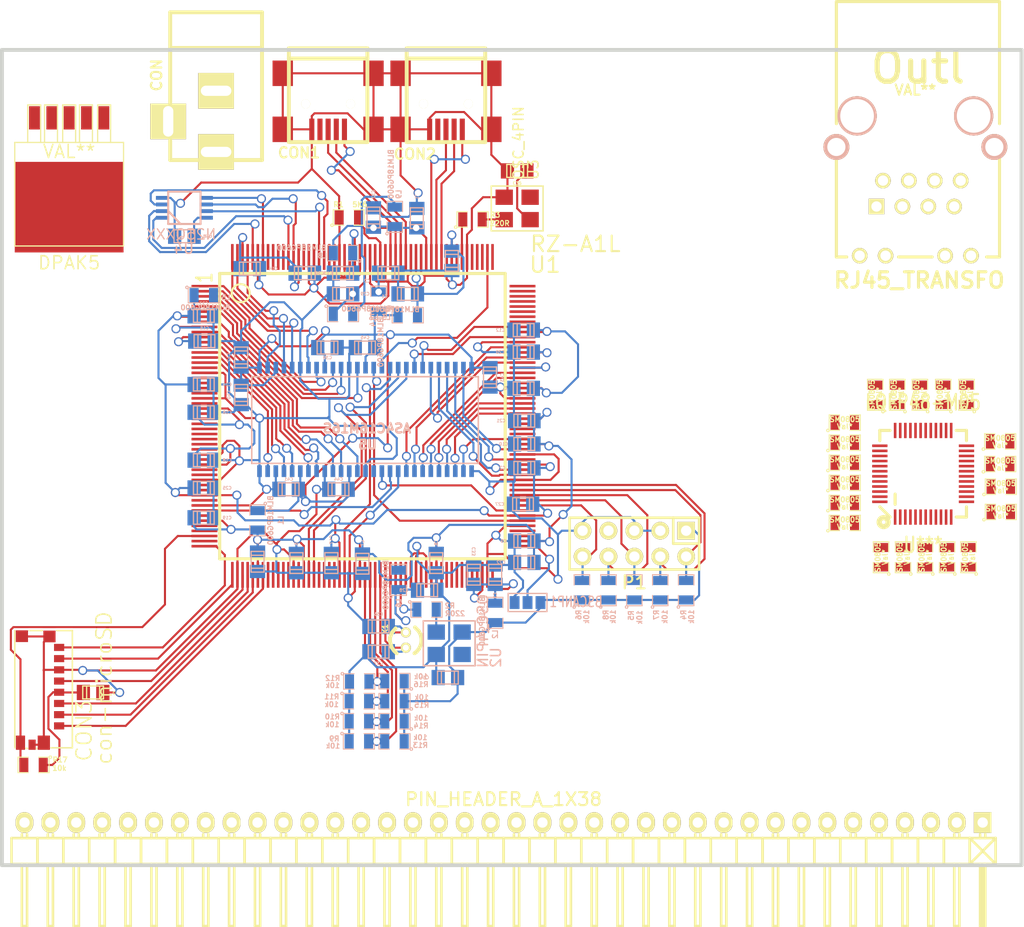
<source format=kicad_pcb>
(kicad_pcb (version 4) (host pcbnew "(2014-09-25 BZR 5147)-product")
  (layers (0 F.Cu signal) (31 B.Cu signal) (34 B.Paste user) (35 F.Paste user) (36 B.SilkS user) (37 F.SilkS user) (38 B.Mask user) (39 F.Mask user) (44 Edge.Cuts user))
  (net 0 "")
  (net 1 VSS)
  (net 2 /AVcc)
  (net 3 +3.3V)
  (net 4 +1.2V)
  (net 5 "Net-(R1-Pad2)")
  (net 6 "Net-(U1-Pad17)")
  (net 7 "Net-(U1-Pad19)")
  (net 8 "Net-(U1-Pad20)")
  (net 9 "Net-(U1-Pad22)")
  (net 10 "Net-(U1-Pad24)")
  (net 11 "Net-(U1-Pad26)")
  (net 12 "Net-(U1-Pad27)")
  (net 13 "Net-(U1-Pad28)")
  (net 14 "Net-(U1-Pad29)")
  (net 15 "Net-(U1-Pad30)")
  (net 16 "Net-(U1-Pad31)")
  (net 17 "Net-(U1-Pad32)")
  (net 18 "Net-(U1-Pad33)")
  (net 19 "Net-(U1-Pad35)")
  (net 20 "Net-(U1-Pad37)")
  (net 21 "Net-(U1-Pad38)")
  (net 22 "Net-(U1-Pad40)")
  (net 23 "Net-(U1-Pad41)")
  (net 24 "Net-(U1-Pad43)")
  (net 25 "Net-(U1-Pad46)")
  (net 26 "Net-(U1-Pad48)")
  (net 27 "Net-(U1-Pad49)")
  (net 28 "Net-(U1-Pad60)")
  (net 29 "Net-(U1-Pad61)")
  (net 30 "Net-(U1-Pad62)")
  (net 31 "Net-(U1-Pad63)")
  (net 32 "Net-(U1-Pad64)")
  (net 33 "Net-(U1-Pad66)")
  (net 34 "Net-(U1-Pad70)")
  (net 35 "Net-(U1-Pad71)")
  (net 36 "Net-(U1-Pad72)")
  (net 37 "Net-(U1-Pad73)")
  (net 38 "Net-(U1-Pad87)")
  (net 39 "Net-(U1-Pad94)")
  (net 40 "Net-(U1-Pad95)")
  (net 41 "Net-(U1-Pad96)")
  (net 42 "Net-(U1-Pad97)")
  (net 43 "Net-(U1-Pad98)")
  (net 44 "Net-(U1-Pad99)")
  (net 45 "Net-(U1-Pad100)")
  (net 46 "Net-(U1-Pad101)")
  (net 47 "Net-(U1-Pad107)")
  (net 48 "Net-(U1-Pad108)")
  (net 49 "Net-(U1-Pad127)")
  (net 50 "Net-(U1-Pad129)")
  (net 51 "Net-(U1-Pad135)")
  (net 52 "Net-(U1-Pad137)")
  (net 53 "Net-(U1-Pad149)")
  (net 54 "Net-(U1-Pad150)")
  (net 55 "Net-(U1-Pad151)")
  (net 56 "Net-(U1-Pad152)")
  (net 57 "Net-(U1-Pad153)")
  (net 58 "Net-(U1-Pad154)")
  (net 59 "Net-(U1-Pad155)")
  (net 60 "Net-(U1-Pad156)")
  (net 61 "Net-(U1-Pad157)")
  (net 62 "Net-(U1-Pad159)")
  (net 63 "Net-(U1-Pad160)")
  (net 64 "Net-(U1-Pad161)")
  (net 65 "Net-(U1-Pad164)")
  (net 66 "Net-(U1-Pad188)")
  (net 67 "Net-(U1-Pad189)")
  (net 68 "Net-(U1-Pad192)")
  (net 69 "Net-(U1-Pad194)")
  (net 70 "Net-(U1-Pad198)")
  (net 71 "Net-(U1-Pad199)")
  (net 72 "Net-(U1-Pad200)")
  (net 73 "Net-(U1-Pad201)")
  (net 74 /USBDPVCC)
  (net 75 /USBAPVCC)
  (net 76 /PVCC)
  (net 77 /VCC)
  (net 78 /PLLVCC)
  (net 79 /USBAVCC)
  (net 80 /USBUVCC)
  (net 81 /USBDVCC)
  (net 82 "Net-(C36-Pad2)")
  (net 83 "Net-(C37-Pad2)")
  (net 84 "Net-(R2-Pad1)")
  (net 85 "Net-(R2-Pad2)")
  (net 86 /USB_CLK)
  (net 87 "Net-(R3-Pad2)")
  (net 88 /RAM_D3)
  (net 89 /RAM_D4)
  (net 90 /RAM_D5)
  (net 91 /RAM_D6)
  (net 92 /RAM_D7)
  (net 93 /RAM_D8)
  (net 94 /RAM_D9)
  (net 95 /RAM_D10)
  (net 96 /RAM_D11)
  (net 97 /RAM_D12)
  (net 98 /RAM_D13)
  (net 99 /RAM_D14)
  (net 100 /RAM_D15)
  (net 101 /NMI)
  (net 102 /RESET)
  (net 103 /JTAG_TRST)
  (net 104 /JTAG_TDO)
  (net 105 /JTAG_TDI)
  (net 106 /JTAG_TMS)
  (net 107 /JTAG_TCK)
  (net 108 /RAM_D0)
  (net 109 /RAM_D1)
  (net 110 /RAM_D2)
  (net 111 "Net-(U2-Pad1)")
  (net 112 "Net-(U3-Pad1)")
  (net 113 /RAM_A1)
  (net 114 /RAM_A2)
  (net 115 /RAM_A3)
  (net 116 /RAM_A4)
  (net 117 /RAM_A5)
  (net 118 /RAM_A6)
  (net 119 /RAM_A7)
  (net 120 /RAM_A8)
  (net 121 /RAM_A9)
  (net 122 /RAM_A10)
  (net 123 /RAM_A11)
  (net 124 /RAM_A12)
  (net 125 /RAM_A13)
  (net 126 /RAM_A14)
  (net 127 /RAM_A15)
  (net 128 /SPBSSL_0)
  (net 129 /SPBIO_10_0)
  (net 130 /SPBIO_20_0)
  (net 131 /SPBIO_00_0)
  (net 132 /SPBCLK_0)
  (net 133 /SPBIO_30_0)
  (net 134 "Net-(P1-Pad7)")
  (net 135 "Net-(BSCANP1-Pad2)")
  (net 136 "Net-(R13-Pad2)")
  (net 137 "Net-(R10-Pad2)")
  (net 138 "Net-(R11-Pad2)")
  (net 139 "Net-(R12-Pad2)")
  (net 140 /RAM_CS)
  (net 141 /RAM_RAS)
  (net 142 /RAM_CAS)
  (net 143 /RAM_CKE)
  (net 144 /RAM_DQML)
  (net 145 /RAM_DQMH)
  (net 146 /RAM_RDnWR)
  (net 147 "Net-(CON1-Pad1)")
  (net 148 "Net-(CON1-Pad2)")
  (net 149 "Net-(CON1-Pad3)")
  (net 150 "Net-(CON1-Pad4)")
  (net 151 "Net-(CON2-Pad1)")
  (net 152 "Net-(CON2-Pad2)")
  (net 153 "Net-(CON2-Pad3)")
  (net 154 "Net-(CON2-Pad4)")
  (net 155 /RAM_CLK)
  (net 156 "Net-(U5-Pad40)")
  (net 157 /SD_D3_1)
  (net 158 /SD_CMD_1)
  (net 159 /SD_CLK_1)
  (net 160 /SD_D0_1)
  (net 161 /SD_D1_1)
  (net 162 /SD_D2_1)
  (net 163 /SD_CD_1)
  (net 164 /SD_WP_1)
  (module TSOP_II_54:TSOP_II_54 (layer B.Cu) (at 147.1295 74.2315)
    (fp_text reference U5 (at 10.6045 7.5565 180) (layer B.SilkS) (effects (font (size 0.889 0.889) (thickness 0.3048)) (justify mirror)))
    (fp_text value AS4C16M16S (at 10.541 5.969 180) (layer B.SilkS) (effects (font (size 0.889 0.889) (thickness 0.3048)) (justify mirror)))
    (pad 1 smd rect (at 0 0) (size 0.4572 1.15062) (layers B.Cu B.Paste B.Mask) (net 3 +3.3V))
    (pad 2 smd rect (at 0.8001 0) (size 0.4572 1.15062) (layers B.Cu B.Paste B.Mask) (net 108 /RAM_D0))
    (pad 3 smd rect (at 1.6002 0) (size 0.4572 1.15062) (layers B.Cu B.Paste B.Mask) (net 3 +3.3V))
    (pad 4 smd rect (at 2.4003 0) (size 0.4572 1.15062) (layers B.Cu B.Paste B.Mask) (net 109 /RAM_D1))
    (pad 5 smd rect (at 3.2004 0) (size 0.4572 1.15062) (layers B.Cu B.Paste B.Mask) (net 110 /RAM_D2))
    (pad 6 smd rect (at 4.0005 0) (size 0.4572 1.15062) (layers B.Cu B.Paste B.Mask) (net 1 VSS))
    (pad 7 smd rect (at 4.8006 0) (size 0.4572 1.15062) (layers B.Cu B.Paste B.Mask) (net 88 /RAM_D3))
    (pad 8 smd rect (at 5.6007 0) (size 0.4572 1.15062) (layers B.Cu B.Paste B.Mask) (net 89 /RAM_D4))
    (pad 9 smd rect (at 6.4008 0) (size 0.4572 1.15062) (layers B.Cu B.Paste B.Mask) (net 3 +3.3V))
    (pad 10 smd rect (at 7.2009 0) (size 0.4572 1.15062) (layers B.Cu B.Paste B.Mask) (net 90 /RAM_D5))
    (pad 11 smd rect (at 8.001 0) (size 0.4572 1.15062) (layers B.Cu B.Paste B.Mask) (net 91 /RAM_D6))
    (pad 12 smd rect (at 8.8011 0) (size 0.4572 1.15062) (layers B.Cu B.Paste B.Mask) (net 1 VSS))
    (pad 13 smd rect (at 9.6012 0) (size 0.4572 1.15062) (layers B.Cu B.Paste B.Mask) (net 92 /RAM_D7))
    (pad 14 smd rect (at 10.4013 0) (size 0.4572 1.15062) (layers B.Cu B.Paste B.Mask) (net 3 +3.3V))
    (pad 15 smd rect (at 11.2014 0) (size 0.4572 1.15062) (layers B.Cu B.Paste B.Mask) (net 144 /RAM_DQML))
    (pad 16 smd rect (at 12.0015 0) (size 0.4572 1.15062) (layers B.Cu B.Paste B.Mask) (net 146 /RAM_RDnWR))
    (pad 17 smd rect (at 12.8016 0) (size 0.4572 1.15062) (layers B.Cu B.Paste B.Mask) (net 142 /RAM_CAS))
    (pad 18 smd rect (at 13.6017 0) (size 0.4572 1.15062) (layers B.Cu B.Paste B.Mask) (net 141 /RAM_RAS))
    (pad 19 smd rect (at 14.4018 0) (size 0.4572 1.15062) (layers B.Cu B.Paste B.Mask) (net 140 /RAM_CS))
    (pad 20 smd rect (at 15.2019 0) (size 0.4572 1.15062) (layers B.Cu B.Paste B.Mask) (net 126 /RAM_A14))
    (pad 21 smd rect (at 16.002 0) (size 0.4572 1.15062) (layers B.Cu B.Paste B.Mask) (net 127 /RAM_A15))
    (pad 22 smd rect (at 16.8021 0) (size 0.4572 1.15062) (layers B.Cu B.Paste B.Mask) (net 123 /RAM_A11))
    (pad 23 smd rect (at 17.6022 0) (size 0.4572 1.15062) (layers B.Cu B.Paste B.Mask) (net 113 /RAM_A1))
    (pad 24 smd rect (at 18.4023 0) (size 0.4572 1.15062) (layers B.Cu B.Paste B.Mask) (net 114 /RAM_A2))
    (pad 25 smd rect (at 19.2024 0) (size 0.4572 1.15062) (layers B.Cu B.Paste B.Mask) (net 115 /RAM_A3))
    (pad 26 smd rect (at 20.0025 0) (size 0.4572 1.15062) (layers B.Cu B.Paste B.Mask) (net 116 /RAM_A4))
    (pad 27 smd rect (at 20.8026 0) (size 0.4572 1.15062) (layers B.Cu B.Paste B.Mask) (net 3 +3.3V))
    (pad 28 smd rect (at 20.8026 10.16 180) (size 0.4572 1.15062) (layers B.Cu B.Paste B.Mask) (net 1 VSS))
    (pad 29 smd rect (at 20.0025 10.16 180) (size 0.4572 1.15062) (layers B.Cu B.Paste B.Mask) (net 117 /RAM_A5))
    (pad 30 smd rect (at 19.2024 10.16 180) (size 0.4572 1.15062) (layers B.Cu B.Paste B.Mask) (net 118 /RAM_A6))
    (pad 31 smd rect (at 18.4023 10.16 180) (size 0.4572 1.15062) (layers B.Cu B.Paste B.Mask) (net 119 /RAM_A7))
    (pad 32 smd rect (at 17.6022 10.16 180) (size 0.4572 1.15062) (layers B.Cu B.Paste B.Mask) (net 120 /RAM_A8))
    (pad 33 smd rect (at 16.8021 10.16 180) (size 0.4572 1.15062) (layers B.Cu B.Paste B.Mask) (net 121 /RAM_A9))
    (pad 34 smd rect (at 16.002 10.16 180) (size 0.4572 1.15062) (layers B.Cu B.Paste B.Mask) (net 122 /RAM_A10))
    (pad 35 smd rect (at 15.2019 10.16 180) (size 0.4572 1.15062) (layers B.Cu B.Paste B.Mask) (net 124 /RAM_A12))
    (pad 36 smd rect (at 14.4018 10.16 180) (size 0.4572 1.15062) (layers B.Cu B.Paste B.Mask) (net 125 /RAM_A13))
    (pad 37 smd rect (at 13.6017 10.16 180) (size 0.4572 1.15062) (layers B.Cu B.Paste B.Mask) (net 143 /RAM_CKE))
    (pad 38 smd rect (at 12.8016 10.16 180) (size 0.4572 1.15062) (layers B.Cu B.Paste B.Mask) (net 155 /RAM_CLK))
    (pad 39 smd rect (at 12.0015 10.16 180) (size 0.4572 1.15062) (layers B.Cu B.Paste B.Mask) (net 145 /RAM_DQMH))
    (pad 40 smd rect (at 11.2014 10.16 180) (size 0.4572 1.15062) (layers B.Cu B.Paste B.Mask) (net 156 "Net-(U5-Pad40)"))
    (pad 41 smd rect (at 10.4013 10.16 180) (size 0.4572 1.15062) (layers B.Cu B.Paste B.Mask) (net 1 VSS))
    (pad 42 smd rect (at 9.6012 10.16 180) (size 0.4572 1.15062) (layers B.Cu B.Paste B.Mask) (net 93 /RAM_D8))
    (pad 43 smd rect (at 8.8011 10.16 180) (size 0.4572 1.15062) (layers B.Cu B.Paste B.Mask) (net 3 +3.3V))
    (pad 44 smd rect (at 8.001 10.16 180) (size 0.4572 1.15062) (layers B.Cu B.Paste B.Mask) (net 94 /RAM_D9))
    (pad 45 smd rect (at 7.2009 10.16 180) (size 0.4572 1.15062) (layers B.Cu B.Paste B.Mask) (net 95 /RAM_D10))
    (pad 46 smd rect (at 6.4008 10.16 180) (size 0.4572 1.15062) (layers B.Cu B.Paste B.Mask) (net 1 VSS))
    (pad 47 smd rect (at 5.6007 10.16 180) (size 0.4572 1.15062) (layers B.Cu B.Paste B.Mask) (net 96 /RAM_D11))
    (pad 48 smd rect (at 4.8006 10.16 180) (size 0.4572 1.15062) (layers B.Cu B.Paste B.Mask) (net 97 /RAM_D12))
    (pad 49 smd rect (at 4.0005 10.16 180) (size 0.4572 1.15062) (layers B.Cu B.Paste B.Mask) (net 3 +3.3V))
    (pad 50 smd rect (at 3.2004 10.16 180) (size 0.4572 1.15062) (layers B.Cu B.Paste B.Mask) (net 98 /RAM_D13))
    (pad 51 smd rect (at 2.4003 10.16 180) (size 0.4572 1.15062) (layers B.Cu B.Paste B.Mask) (net 99 /RAM_D14))
    (pad 52 smd rect (at 1.6002 10.16 180) (size 0.4572 1.15062) (layers B.Cu B.Paste B.Mask) (net 1 VSS))
    (pad 53 smd rect (at 0.8001 10.16 180) (size 0.4572 1.15062) (layers B.Cu B.Paste B.Mask) (net 100 /RAM_D15))
    (pad 54 smd rect (at 0 10.16 180) (size 0.4572 1.15062) (layers B.Cu B.Paste B.Mask) (net 1 VSS))
  )
  (module Capacitors_SMD:c_0805 (layer B.Cu) (at 162.56 59.563 270)
    (fp_text reference C31 (at -2.286 0 270) (layer B.SilkS) (effects (font (size 0.29972 0.29972) (thickness 0.06096)) (justify mirror)))
    (fp_text value 100n hide)
    (pad 1 smd rect (at 0.9525 0 270) (size 1.30048 1.4986) (layers B.Cu B.Paste B.Mask) (net 81 /USBDVCC))
    (pad 2 smd rect (at -0.9525 0 270) (size 1.30048 1.4986) (layers B.Cu B.Paste B.Mask) (net 1 VSS))
  )
  (module Capacitors_SMD:c_0805 (layer B.Cu) (at 161.671 66.9925)
    (fp_text reference C1 (at -2.286 0.254) (layer B.SilkS) (effects (font (size 0.29972 0.29972) (thickness 0.06096)) (justify mirror)))
    (fp_text value 100n hide)
    (pad 1 smd rect (at 0.9525 0) (size 1.30048 1.4986) (layers B.Cu B.Paste B.Mask) (net 74 /USBDPVCC))
    (pad 2 smd rect (at -0.9525 0) (size 1.30048 1.4986) (layers B.Cu B.Paste B.Mask) (net 1 VSS))
  )
  (module Capacitors_SMD:c_0805 (layer B.Cu) (at 159.766 64.9605 180)
    (fp_text reference C2 (at 2.0955 -0.762 180) (layer B.SilkS) (effects (font (size 0.29972 0.29972) (thickness 0.06096)) (justify mirror)))
    (fp_text value 100n hide)
    (pad 1 smd rect (at 0.9525 0 180) (size 1.30048 1.4986) (layers B.Cu B.Paste B.Mask) (net 75 /USBAPVCC))
    (pad 2 smd rect (at -0.9525 0 180) (size 1.30048 1.4986) (layers B.Cu B.Paste B.Mask) (net 1 VSS))
  )
  (module Capacitors_SMD:c_0805 (layer B.Cu) (at 170.2435 94.5515 270)
    (fp_text reference C3 (at 2.032 0 270) (layer B.SilkS) (effects (font (size 0.29972 0.29972) (thickness 0.06096)) (justify mirror)))
    (fp_text value 100n hide)
    (pad 1 smd rect (at 0.9525 0 270) (size 1.30048 1.4986) (layers B.Cu B.Paste B.Mask) (net 2 /AVcc))
    (pad 2 smd rect (at -0.9525 0 270) (size 1.30048 1.4986) (layers B.Cu B.Paste B.Mask) (net 1 VSS))
  )
  (module Capacitors_SMD:c_0805 (layer B.Cu) (at 165.989 63.754 90)
    (fp_text reference C4 (at -2.286 0 90) (layer B.SilkS) (effects (font (size 0.29972 0.29972) (thickness 0.06096)) (justify mirror)))
    (fp_text value 100n hide)
    (pad 1 smd rect (at 0.9525 0 90) (size 1.30048 1.4986) (layers B.Cu B.Paste B.Mask) (net 74 /USBDPVCC))
    (pad 2 smd rect (at -0.9525 0 90) (size 1.30048 1.4986) (layers B.Cu B.Paste B.Mask) (net 1 VSS))
  )
  (module Capacitors_SMD:c_0805 (layer B.Cu) (at 146.939 93.2815 90)
    (fp_text reference C5 (at 2.032 0 90) (layer B.SilkS) (effects (font (size 0.29972 0.29972) (thickness 0.06096)) (justify mirror)))
    (fp_text value 100n hide)
    (pad 1 smd rect (at 0.9525 0 90) (size 1.30048 1.4986) (layers B.Cu B.Paste B.Mask) (net 76 /PVCC))
    (pad 2 smd rect (at -0.9525 0 90) (size 1.30048 1.4986) (layers B.Cu B.Paste B.Mask) (net 1 VSS))
  )
  (module Capacitors_SMD:c_0805 (layer B.Cu) (at 150.749 93.4085 90)
    (fp_text reference C6 (at 2.032 0 90) (layer B.SilkS) (effects (font (size 0.29972 0.29972) (thickness 0.06096)) (justify mirror)))
    (fp_text value 100n hide)
    (pad 1 smd rect (at 0.9525 0 90) (size 1.30048 1.4986) (layers B.Cu B.Paste B.Mask) (net 76 /PVCC))
    (pad 2 smd rect (at -0.9525 0 90) (size 1.30048 1.4986) (layers B.Cu B.Paste B.Mask) (net 1 VSS))
  )
  (module Capacitors_SMD:c_0805 (layer B.Cu) (at 157.226 93.472 90)
    (fp_text reference C7 (at 2.032 0 90) (layer B.SilkS) (effects (font (size 0.29972 0.29972) (thickness 0.06096)) (justify mirror)))
    (fp_text value 100n hide)
    (pad 1 smd rect (at 0.9525 0 90) (size 1.30048 1.4986) (layers B.Cu B.Paste B.Mask) (net 76 /PVCC))
    (pad 2 smd rect (at -0.9525 0 90) (size 1.30048 1.4986) (layers B.Cu B.Paste B.Mask) (net 1 VSS))
  )
  (module Capacitors_SMD:c_0805 (layer B.Cu) (at 164.465 93.4085 90)
    (fp_text reference C8 (at 2.032 0 90) (layer B.SilkS) (effects (font (size 0.29972 0.29972) (thickness 0.06096)) (justify mirror)))
    (fp_text value 100n hide)
    (pad 1 smd rect (at 0.9525 0 90) (size 1.30048 1.4986) (layers B.Cu B.Paste B.Mask) (net 76 /PVCC))
    (pad 2 smd rect (at -0.9525 0 90) (size 1.30048 1.4986) (layers B.Cu B.Paste B.Mask) (net 1 VSS))
  )
  (module Capacitors_SMD:c_0805 (layer B.Cu) (at 173.101 91.2495)
    (fp_text reference C9 (at -2.032 0) (layer B.SilkS) (effects (font (size 0.29972 0.29972) (thickness 0.06096)) (justify mirror)))
    (fp_text value 100n hide)
    (pad 1 smd rect (at 0.9525 0) (size 1.30048 1.4986) (layers B.Cu B.Paste B.Mask) (net 76 /PVCC))
    (pad 2 smd rect (at -0.9525 0) (size 1.30048 1.4986) (layers B.Cu B.Paste B.Mask) (net 1 VSS))
  )
  (module Capacitors_SMD:c_0805 (layer B.Cu) (at 173.101 81.7245)
    (fp_text reference C10 (at -2.032 0) (layer B.SilkS) (effects (font (size 0.29972 0.29972) (thickness 0.06096)) (justify mirror)))
    (fp_text value 100n hide)
    (pad 1 smd rect (at 0.9525 0) (size 1.30048 1.4986) (layers B.Cu B.Paste B.Mask) (net 76 /PVCC))
    (pad 2 smd rect (at -0.9525 0) (size 1.30048 1.4986) (layers B.Cu B.Paste B.Mask) (net 1 VSS))
  )
  (module Capacitors_SMD:c_0805 (layer B.Cu) (at 173.0375 76.2635)
    (fp_text reference C11 (at -2.032 0) (layer B.SilkS) (effects (font (size 0.29972 0.29972) (thickness 0.06096)) (justify mirror)))
    (fp_text value 100n hide)
    (pad 1 smd rect (at 0.9525 0) (size 1.30048 1.4986) (layers B.Cu B.Paste B.Mask) (net 76 /PVCC))
    (pad 2 smd rect (at -0.9525 0) (size 1.30048 1.4986) (layers B.Cu B.Paste B.Mask) (net 1 VSS))
  )
  (module Capacitors_SMD:c_0805 (layer B.Cu) (at 173.0375 70.5485)
    (fp_text reference C12 (at -2.286 0) (layer B.SilkS) (effects (font (size 0.29972 0.29972) (thickness 0.06096)) (justify mirror)))
    (fp_text value 100n hide)
    (pad 1 smd rect (at 0.9525 0) (size 1.30048 1.4986) (layers B.Cu B.Paste B.Mask) (net 76 /PVCC))
    (pad 2 smd rect (at -0.9525 0) (size 1.30048 1.4986) (layers B.Cu B.Paste B.Mask) (net 1 VSS))
  )
  (module Capacitors_SMD:c_0805 (layer B.Cu) (at 151.5745 64.9605 180)
    (fp_text reference C13 (at -2.286 0 180) (layer B.SilkS) (effects (font (size 0.29972 0.29972) (thickness 0.06096)) (justify mirror)))
    (fp_text value 100n hide)
    (pad 1 smd rect (at 0.9525 0 180) (size 1.30048 1.4986) (layers B.Cu B.Paste B.Mask) (net 76 /PVCC))
    (pad 2 smd rect (at -0.9525 0 180) (size 1.30048 1.4986) (layers B.Cu B.Paste B.Mask) (net 1 VSS))
  )
  (module Capacitors_SMD:c_0805 (layer B.Cu) (at 146.177 64.516 180)
    (fp_text reference C14 (at -2.286 0 180) (layer B.SilkS) (effects (font (size 0.29972 0.29972) (thickness 0.06096)) (justify mirror)))
    (fp_text value 100n hide)
    (pad 1 smd rect (at 0.9525 0 180) (size 1.30048 1.4986) (layers B.Cu B.Paste B.Mask) (net 76 /PVCC))
    (pad 2 smd rect (at -0.9525 0 180) (size 1.30048 1.4986) (layers B.Cu B.Paste B.Mask) (net 1 VSS))
  )
  (module Capacitors_SMD:c_0805 (layer B.Cu) (at 141.732 71.628 180)
    (fp_text reference C15 (at 0 1.27 180) (layer B.SilkS) (effects (font (size 0.29972 0.29972) (thickness 0.06096)) (justify mirror)))
    (fp_text value 100n hide)
    (pad 1 smd rect (at 0.9525 0 180) (size 1.30048 1.4986) (layers B.Cu B.Paste B.Mask) (net 76 /PVCC))
    (pad 2 smd rect (at -0.9525 0 180) (size 1.30048 1.4986) (layers B.Cu B.Paste B.Mask) (net 1 VSS))
  )
  (module Capacitors_SMD:c_0805 (layer B.Cu) (at 141.6685 78.613 180)
    (fp_text reference C16 (at -2.286 0 180) (layer B.SilkS) (effects (font (size 0.29972 0.29972) (thickness 0.06096)) (justify mirror)))
    (fp_text value 100n hide)
    (pad 1 smd rect (at 0.9525 0 180) (size 1.30048 1.4986) (layers B.Cu B.Paste B.Mask) (net 76 /PVCC))
    (pad 2 smd rect (at -0.9525 0 180) (size 1.30048 1.4986) (layers B.Cu B.Paste B.Mask) (net 1 VSS))
  )
  (module Capacitors_SMD:c_0805 (layer B.Cu) (at 154.178 93.4085 90)
    (fp_text reference C17 (at 2.286 0 90) (layer B.SilkS) (effects (font (size 0.29972 0.29972) (thickness 0.06096)) (justify mirror)))
    (fp_text value 100n hide)
    (pad 1 smd rect (at 0.9525 0 90) (size 1.30048 1.4986) (layers B.Cu B.Paste B.Mask) (net 77 /VCC))
    (pad 2 smd rect (at -0.9525 0 90) (size 1.30048 1.4986) (layers B.Cu B.Paste B.Mask) (net 1 VSS))
  )
  (module Capacitors_SMD:c_0805 (layer B.Cu) (at 141.6685 83.312 180)
    (fp_text reference C18 (at -2.286 0 180) (layer B.SilkS) (effects (font (size 0.29972 0.29972) (thickness 0.06096)) (justify mirror)))
    (fp_text value 100n hide)
    (pad 1 smd rect (at 0.9525 0 180) (size 1.30048 1.4986) (layers B.Cu B.Paste B.Mask) (net 76 /PVCC))
    (pad 2 smd rect (at -0.9525 0 180) (size 1.30048 1.4986) (layers B.Cu B.Paste B.Mask) (net 1 VSS))
  )
  (module Capacitors_SMD:c_0805 (layer B.Cu) (at 141.6685 88.9635 180)
    (fp_text reference C19 (at -2.286 0 180) (layer B.SilkS) (effects (font (size 0.29972 0.29972) (thickness 0.06096)) (justify mirror)))
    (fp_text value 100n hide)
    (pad 1 smd rect (at 0.9525 0 180) (size 1.30048 1.4986) (layers B.Cu B.Paste B.Mask) (net 76 /PVCC))
    (pad 2 smd rect (at -0.9525 0 180) (size 1.30048 1.4986) (layers B.Cu B.Paste B.Mask) (net 1 VSS))
  )
  (module Capacitors_SMD:c_0805 (layer B.Cu) (at 173.0375 72.7075)
    (fp_text reference C20 (at -2.286 0) (layer B.SilkS) (effects (font (size 0.29972 0.29972) (thickness 0.06096)) (justify mirror)))
    (fp_text value 100n hide)
    (pad 1 smd rect (at 0.9525 0) (size 1.30048 1.4986) (layers B.Cu B.Paste B.Mask) (net 77 /VCC))
    (pad 2 smd rect (at -0.9525 0) (size 1.30048 1.4986) (layers B.Cu B.Paste B.Mask) (net 1 VSS))
  )
  (module Capacitors_SMD:c_0805 (layer B.Cu) (at 173.101 79.4385)
    (fp_text reference C21 (at -2.286 0) (layer B.SilkS) (effects (font (size 0.29972 0.29972) (thickness 0.06096)) (justify mirror)))
    (fp_text value 100n hide)
    (pad 1 smd rect (at 0.9525 0) (size 1.30048 1.4986) (layers B.Cu B.Paste B.Mask) (net 76 /PVCC))
    (pad 2 smd rect (at -0.9525 0) (size 1.30048 1.4986) (layers B.Cu B.Paste B.Mask) (net 1 VSS))
  )
  (module Capacitors_SMD:c_0805 (layer B.Cu) (at 173.101 93.345)
    (fp_text reference C22 (at -2.286 0) (layer B.SilkS) (effects (font (size 0.29972 0.29972) (thickness 0.06096)) (justify mirror)))
    (fp_text value 100n hide)
    (pad 1 smd rect (at 0.9525 0) (size 1.30048 1.4986) (layers B.Cu B.Paste B.Mask) (net 76 /PVCC))
    (pad 2 smd rect (at -0.9525 0) (size 1.30048 1.4986) (layers B.Cu B.Paste B.Mask) (net 1 VSS))
  )
  (module Capacitors_SMD:c_0805 (layer B.Cu) (at 141.6685 69.1515 180)
    (fp_text reference C23 (at 0 1.2065 180) (layer B.SilkS) (effects (font (size 0.29972 0.29972) (thickness 0.06096)) (justify mirror)))
    (fp_text value 100n hide)
    (pad 1 smd rect (at 0.9525 0 180) (size 1.30048 1.4986) (layers B.Cu B.Paste B.Mask) (net 77 /VCC))
    (pad 2 smd rect (at -0.9525 0 180) (size 1.30048 1.4986) (layers B.Cu B.Paste B.Mask) (net 1 VSS))
  )
  (module Capacitors_SMD:c_0805 (layer B.Cu) (at 141.6685 75.8825 180)
    (fp_text reference C24 (at -2.286 0 180) (layer B.SilkS) (effects (font (size 0.29972 0.29972) (thickness 0.06096)) (justify mirror)))
    (fp_text value 100n hide)
    (pad 1 smd rect (at 0.9525 0 180) (size 1.30048 1.4986) (layers B.Cu B.Paste B.Mask) (net 77 /VCC))
    (pad 2 smd rect (at -0.9525 0 180) (size 1.30048 1.4986) (layers B.Cu B.Paste B.Mask) (net 1 VSS))
  )
  (module Capacitors_SMD:c_0805 (layer B.Cu) (at 141.6685 86.0425 180)
    (fp_text reference C25 (at -2.286 0 180) (layer B.SilkS) (effects (font (size 0.29972 0.29972) (thickness 0.06096)) (justify mirror)))
    (fp_text value 100n hide)
    (pad 1 smd rect (at 0.9525 0 180) (size 1.30048 1.4986) (layers B.Cu B.Paste B.Mask) (net 77 /VCC))
    (pad 2 smd rect (at -0.9525 0 180) (size 1.30048 1.4986) (layers B.Cu B.Paste B.Mask) (net 1 VSS))
  )
  (module Capacitors_SMD:c_0805 (layer B.Cu) (at 173.101 84.074)
    (fp_text reference C26 (at -2.286 0) (layer B.SilkS) (effects (font (size 0.29972 0.29972) (thickness 0.06096)) (justify mirror)))
    (fp_text value 100n hide)
    (pad 1 smd rect (at 0.9525 0) (size 1.30048 1.4986) (layers B.Cu B.Paste B.Mask) (net 77 /VCC))
    (pad 2 smd rect (at -0.9525 0) (size 1.30048 1.4986) (layers B.Cu B.Paste B.Mask) (net 1 VSS))
  )
  (module Capacitors_SMD:c_0805 (layer B.Cu) (at 172.974 87.63)
    (fp_text reference C27 (at -2.286 0) (layer B.SilkS) (effects (font (size 0.29972 0.29972) (thickness 0.06096)) (justify mirror)))
    (fp_text value 100n hide)
    (pad 1 smd rect (at 0.9525 0) (size 1.30048 1.4986) (layers B.Cu B.Paste B.Mask) (net 77 /VCC))
    (pad 2 smd rect (at -0.9525 0) (size 1.30048 1.4986) (layers B.Cu B.Paste B.Mask) (net 1 VSS))
  )
  (module Capacitors_SMD:c_0805 (layer B.Cu) (at 163.576 96.0755 180)
    (fp_text reference C28 (at 2.286 0 180) (layer B.SilkS) (effects (font (size 0.29972 0.29972) (thickness 0.06096)) (justify mirror)))
    (fp_text value 100n hide)
    (pad 1 smd rect (at 0.9525 0 180) (size 1.30048 1.4986) (layers B.Cu B.Paste B.Mask) (net 78 /PLLVCC))
    (pad 2 smd rect (at -0.9525 0 180) (size 1.30048 1.4986) (layers B.Cu B.Paste B.Mask) (net 1 VSS))
  )
  (module Capacitors_SMD:c_0805 (layer B.Cu) (at 155.321 66.9925)
    (fp_text reference C29 (at 2.159 0) (layer B.SilkS) (effects (font (size 0.29972 0.29972) (thickness 0.06096)) (justify mirror)))
    (fp_text value 100n hide)
    (pad 1 smd rect (at 0.9525 0) (size 1.30048 1.4986) (layers B.Cu B.Paste B.Mask) (net 79 /USBAVCC))
    (pad 2 smd rect (at -0.9525 0) (size 1.30048 1.4986) (layers B.Cu B.Paste B.Mask) (net 1 VSS))
  )
  (module Capacitors_SMD:c_0805 (layer B.Cu) (at 155.321 64.9605)
    (fp_text reference C30 (at -2.286 0) (layer B.SilkS) (effects (font (size 0.29972 0.29972) (thickness 0.06096)) (justify mirror)))
    (fp_text value 100n hide)
    (pad 1 smd rect (at 0.9525 0) (size 1.30048 1.4986) (layers B.Cu B.Paste B.Mask) (net 80 /USBUVCC))
    (pad 2 smd rect (at -0.9525 0) (size 1.30048 1.4986) (layers B.Cu B.Paste B.Mask) (net 1 VSS))
  )
  (module Capacitors_SMD:c_0805 (layer B.Cu) (at 158.3055 59.4995 270)
    (fp_text reference C32 (at -2.286 0 270) (layer B.SilkS) (effects (font (size 0.29972 0.29972) (thickness 0.06096)) (justify mirror)))
    (fp_text value 100n hide)
    (pad 1 smd rect (at 0.9525 0 270) (size 1.30048 1.4986) (layers B.Cu B.Paste B.Mask) (net 81 /USBDVCC))
    (pad 2 smd rect (at -0.9525 0 270) (size 1.30048 1.4986) (layers B.Cu B.Paste B.Mask) (net 1 VSS))
  )
  (module Capacitors_SMD:c_0805 (layer B.Cu) (at 168.148 94.5515 90)
    (fp_text reference C33 (at 2.286 0 90) (layer B.SilkS) (effects (font (size 0.29972 0.29972) (thickness 0.06096)) (justify mirror)))
    (fp_text value 100n hide)
    (pad 1 smd rect (at 0.9525 0 90) (size 1.30048 1.4986) (layers B.Cu B.Paste B.Mask) (net 1 VSS))
    (pad 2 smd rect (at -0.9525 0 90) (size 1.30048 1.4986) (layers B.Cu B.Paste B.Mask) (net 2 /AVcc))
  )
  (module SMD_Packages:SM0805 (layer B.Cu) (at 146.939 89.2175 270)
    (fp_text reference L1 (at 0 -2.286 270) (layer B.SilkS) (effects (font (size 0.50038 0.50038) (thickness 0.10922)) (justify mirror)))
    (fp_text value BLM18PG600 (at 0 -1.27 270) (layer B.SilkS) (effects (font (size 0.50038 0.50038) (thickness 0.10922)) (justify mirror)))
    (pad 1 smd rect (at -0.9525 0 270) (size 0.889 1.397) (layers B.Cu B.Paste B.Mask) (net 3 +3.3V))
    (pad 2 smd rect (at 0.9525 0 270) (size 0.889 1.397) (layers B.Cu B.Paste B.Mask) (net 76 /PVCC))
  )
  (module SMD_Packages:SM0805 (layer B.Cu) (at 170.2435 98.298 90)
    (fp_text reference L2 (at -2.0955 0 90) (layer B.SilkS) (effects (font (size 0.50038 0.50038) (thickness 0.10922)) (justify mirror)))
    (fp_text value BLM18PG600 (at -0.8255 -1.27 90) (layer B.SilkS) (effects (font (size 0.50038 0.50038) (thickness 0.10922)) (justify mirror)))
    (pad 1 smd rect (at -0.9525 0 90) (size 0.889 1.397) (layers B.Cu B.Paste B.Mask) (net 3 +3.3V))
    (pad 2 smd rect (at 0.9525 0 90) (size 0.889 1.397) (layers B.Cu B.Paste B.Mask) (net 2 /AVcc))
  )
  (module SMD_Packages:SM0805 (layer B.Cu) (at 161.671 69.088)
    (fp_text reference L3 (at -2.0955 0.1905) (layer B.SilkS) (effects (font (size 0.50038 0.50038) (thickness 0.10922)) (justify mirror)))
    (fp_text value BLM18PG600 (at -4.064 -0.635 180) (layer B.SilkS) (effects (font (size 0.50038 0.50038) (thickness 0.10922)) (justify mirror)))
    (pad 1 smd rect (at -0.9525 0) (size 0.889 1.397) (layers B.Cu B.Paste B.Mask) (net 3 +3.3V))
    (pad 2 smd rect (at 0.9525 0) (size 0.889 1.397) (layers B.Cu B.Paste B.Mask) (net 74 /USBDPVCC))
  )
  (module SMD_Packages:SM0805 (layer B.Cu) (at 158.8135 67.7545 90)
    (fp_text reference L4 (at -2.032 -0.5715 90) (layer B.SilkS) (effects (font (size 0.50038 0.50038) (thickness 0.10922)) (justify mirror)))
    (fp_text value BLM18PG600 (at -4.0005 0.1905 90) (layer B.SilkS) (effects (font (size 0.50038 0.50038) (thickness 0.10922)) (justify mirror)))
    (pad 1 smd rect (at -0.9525 0 90) (size 0.889 1.397) (layers B.Cu B.Paste B.Mask) (net 3 +3.3V))
    (pad 2 smd rect (at 0.9525 0 90) (size 0.889 1.397) (layers B.Cu B.Paste B.Mask) (net 75 /USBAPVCC))
  )
  (module SMD_Packages:SM0805 (layer B.Cu) (at 141.6685 67.1195)
    (fp_text reference L5 (at 2.159 0.2286 180) (layer B.SilkS) (effects (font (size 0.50038 0.50038) (thickness 0.10922)) (justify mirror)))
    (fp_text value BLM18PG600 (at 0.1524 1.2192 180) (layer B.SilkS) (effects (font (size 0.50038 0.50038) (thickness 0.10922)) (justify mirror)))
    (pad 1 smd rect (at -0.9525 0) (size 0.889 1.397) (layers B.Cu B.Paste B.Mask) (net 77 /VCC))
    (pad 2 smd rect (at 0.9525 0) (size 0.889 1.397) (layers B.Cu B.Paste B.Mask) (net 4 +1.2V))
  )
  (module SMD_Packages:SM0805 (layer B.Cu) (at 160.782 95.0595 90)
    (fp_text reference L6 (at -2.286 0 90) (layer B.SilkS) (effects (font (size 0.50038 0.50038) (thickness 0.10922)) (justify mirror)))
    (fp_text value BLM18PG600 (at -0.508 -1.27 90) (layer B.SilkS) (effects (font (size 0.50038 0.50038) (thickness 0.10922)) (justify mirror)))
    (pad 1 smd rect (at -0.9525 0 90) (size 0.889 1.397) (layers B.Cu B.Paste B.Mask) (net 78 /PLLVCC))
    (pad 2 smd rect (at 0.9525 0 90) (size 0.889 1.397) (layers B.Cu B.Paste B.Mask) (net 4 +1.2V))
  )
  (module SMD_Packages:SM0805 (layer B.Cu) (at 155.321 68.961)
    (fp_text reference L7 (at 3.048 0.3175) (layer B.SilkS) (effects (font (size 0.50038 0.50038) (thickness 0.10922)) (justify mirror)))
    (fp_text value BLM18PG600 (at 5.08 -0.4445) (layer B.SilkS) (effects (font (size 0.50038 0.50038) (thickness 0.10922)) (justify mirror)))
    (pad 1 smd rect (at -0.9525 0) (size 0.889 1.397) (layers B.Cu B.Paste B.Mask) (net 79 /USBAVCC))
    (pad 2 smd rect (at 0.9525 0) (size 0.889 1.397) (layers B.Cu B.Paste B.Mask) (net 4 +1.2V))
  )
  (module SMD_Packages:SM0805 (layer B.Cu) (at 155.321 62.992 180)
    (fp_text reference L8 (at 2.032 -0.254 180) (layer B.SilkS) (effects (font (size 0.50038 0.50038) (thickness 0.10922)) (justify mirror)))
    (fp_text value BLM18PG600 (at 4.064 0.508 180) (layer B.SilkS) (effects (font (size 0.50038 0.50038) (thickness 0.10922)) (justify mirror)))
    (pad 1 smd rect (at -0.9525 0 180) (size 0.889 1.397) (layers B.Cu B.Paste B.Mask) (net 80 /USBUVCC))
    (pad 2 smd rect (at 0.9525 0 180) (size 0.889 1.397) (layers B.Cu B.Paste B.Mask) (net 4 +1.2V))
  )
  (module SMD_Packages:SM0805 (layer B.Cu) (at 160.401 59.436 90)
    (fp_text reference L9 (at 2.2225 0.381 90) (layer B.SilkS) (effects (font (size 0.50038 0.50038) (thickness 0.10922)) (justify mirror)))
    (fp_text value BLM18PG600 (at 4.191 -0.381 270) (layer B.SilkS) (effects (font (size 0.50038 0.50038) (thickness 0.10922)) (justify mirror)))
    (pad 1 smd rect (at -0.9525 0 90) (size 0.889 1.397) (layers B.Cu B.Paste B.Mask) (net 81 /USBDVCC))
    (pad 2 smd rect (at 0.9525 0 90) (size 0.889 1.397) (layers B.Cu B.Paste B.Mask) (net 4 +1.2V))
  )
  (module SMD_Packages:PQFP208 (layer F.Cu) (at 157.226 78.994 90)
    (fp_text reference U1 (at 14.859 17.907 180) (layer F.SilkS) (effects (font (thickness 0.2032))))
    (fp_text value RZ-A1L (at 16.891 20.8915 180) (layer F.SilkS) (effects (font (thickness 0.2032))))
    (fp_text user 1 (at 13.589 -15.494 90) (layer F.SilkS) (effects (font (size 1.524 1.016) (thickness 0.2032))))
    (pad 1 smd rect (at 12.75842 -15.494 180) (size 2.54 0.254) (layers F.Cu F.Paste F.Mask) (net 88 /RAM_D3))
    (pad 2 smd rect (at 12.25804 -15.494 180) (size 2.54 0.254) (layers F.Cu F.Paste F.Mask) (net 89 /RAM_D4))
    (pad 3 smd rect (at 11.75766 -15.494 180) (size 2.54 0.254) (layers F.Cu F.Paste F.Mask) (net 90 /RAM_D5))
    (pad 4 smd rect (at 11.25728 -15.494 180) (size 2.54 0.254) (layers F.Cu F.Paste F.Mask) (net 91 /RAM_D6))
    (pad 5 smd rect (at 10.7569 -15.494 180) (size 2.54 0.254) (layers F.Cu F.Paste F.Mask) (net 92 /RAM_D7))
    (pad 6 smd rect (at 10.25652 -15.494 180) (size 2.54 0.254) (layers F.Cu F.Paste F.Mask) (net 93 /RAM_D8))
    (pad 7 smd rect (at 9.75614 -15.494 180) (size 2.54 0.254) (layers F.Cu F.Paste F.Mask) (net 77 /VCC))
    (pad 8 smd rect (at 9.25576 -15.494 180) (size 2.54 0.254) (layers F.Cu F.Paste F.Mask) (net 94 /RAM_D9))
    (pad 9 smd rect (at 8.75538 -15.494 180) (size 2.54 0.254) (layers F.Cu F.Paste F.Mask) (net 1 VSS))
    (pad 10 smd rect (at 8.255 -15.494 180) (size 2.54 0.254) (layers F.Cu F.Paste F.Mask) (net 95 /RAM_D10))
    (pad 11 smd rect (at 7.75462 -15.494 180) (size 2.54 0.254) (layers F.Cu F.Paste F.Mask) (net 76 /PVCC))
    (pad 12 smd rect (at 7.25424 -15.494 180) (size 2.54 0.254) (layers F.Cu F.Paste F.Mask) (net 96 /RAM_D11))
    (pad 13 smd rect (at 6.75386 -15.494 180) (size 2.54 0.254) (layers F.Cu F.Paste F.Mask) (net 97 /RAM_D12))
    (pad 14 smd rect (at 6.25348 -15.494 180) (size 2.54 0.254) (layers F.Cu F.Paste F.Mask) (net 98 /RAM_D13))
    (pad 15 smd rect (at 5.7531 -15.494 180) (size 2.54 0.254) (layers F.Cu F.Paste F.Mask) (net 99 /RAM_D14))
    (pad 16 smd rect (at 5.25272 -15.494 180) (size 2.54 0.254) (layers F.Cu F.Paste F.Mask) (net 100 /RAM_D15))
    (pad 17 smd rect (at 4.75234 -15.494 180) (size 2.54 0.254) (layers F.Cu F.Paste F.Mask) (net 6 "Net-(U1-Pad17)"))
    (pad 18 smd rect (at 4.25196 -15.494 180) (size 2.54 0.254) (layers F.Cu F.Paste F.Mask) (net 1 VSS))
    (pad 19 smd rect (at 3.75158 -15.494 180) (size 2.54 0.254) (layers F.Cu F.Paste F.Mask) (net 7 "Net-(U1-Pad19)"))
    (pad 20 smd rect (at 3.2512 -15.494 180) (size 2.54 0.254) (layers F.Cu F.Paste F.Mask) (net 8 "Net-(U1-Pad20)"))
    (pad 21 smd rect (at 2.75082 -15.494 180) (size 2.54 0.254) (layers F.Cu F.Paste F.Mask) (net 77 /VCC))
    (pad 22 smd rect (at 2.25044 -15.494 180) (size 2.54 0.254) (layers F.Cu F.Paste F.Mask) (net 9 "Net-(U1-Pad22)"))
    (pad 23 smd rect (at 1.75006 -15.494 180) (size 2.54 0.254) (layers F.Cu F.Paste F.Mask) (net 1 VSS))
    (pad 24 smd rect (at 1.24968 -15.494 180) (size 2.54 0.254) (layers F.Cu F.Paste F.Mask) (net 10 "Net-(U1-Pad24)"))
    (pad 25 smd rect (at 0.7493 -15.494 180) (size 2.54 0.254) (layers F.Cu F.Paste F.Mask) (net 76 /PVCC))
    (pad 26 smd rect (at 0.24892 -15.494 180) (size 2.54 0.254) (layers F.Cu F.Paste F.Mask) (net 11 "Net-(U1-Pad26)"))
    (pad 27 smd rect (at -0.25146 -15.494 180) (size 2.54 0.254) (layers F.Cu F.Paste F.Mask) (net 12 "Net-(U1-Pad27)"))
    (pad 28 smd rect (at -0.75184 -15.494 180) (size 2.54 0.254) (layers F.Cu F.Paste F.Mask) (net 13 "Net-(U1-Pad28)"))
    (pad 29 smd rect (at -1.25222 -15.494 180) (size 2.54 0.254) (layers F.Cu F.Paste F.Mask) (net 14 "Net-(U1-Pad29)"))
    (pad 30 smd rect (at -1.7526 -15.494 180) (size 2.54 0.254) (layers F.Cu F.Paste F.Mask) (net 15 "Net-(U1-Pad30)"))
    (pad 31 smd rect (at -2.25298 -15.494 180) (size 2.54 0.254) (layers F.Cu F.Paste F.Mask) (net 16 "Net-(U1-Pad31)"))
    (pad 32 smd rect (at -2.75336 -15.494 180) (size 2.54 0.254) (layers F.Cu F.Paste F.Mask) (net 17 "Net-(U1-Pad32)"))
    (pad 33 smd rect (at -3.25374 -15.494 180) (size 2.54 0.254) (layers F.Cu F.Paste F.Mask) (net 18 "Net-(U1-Pad33)"))
    (pad 34 smd rect (at -3.75412 -15.494 180) (size 2.54 0.254) (layers F.Cu F.Paste F.Mask) (net 1 VSS))
    (pad 35 smd rect (at -4.2545 -15.494 180) (size 2.54 0.254) (layers F.Cu F.Paste F.Mask) (net 19 "Net-(U1-Pad35)"))
    (pad 36 smd rect (at -4.75488 -15.494 180) (size 2.54 0.254) (layers F.Cu F.Paste F.Mask) (net 76 /PVCC))
    (pad 37 smd rect (at -5.25526 -15.494 180) (size 2.54 0.254) (layers F.Cu F.Paste F.Mask) (net 20 "Net-(U1-Pad37)"))
    (pad 38 smd rect (at -5.75564 -15.494 180) (size 2.54 0.254) (layers F.Cu F.Paste F.Mask) (net 21 "Net-(U1-Pad38)"))
    (pad 39 smd rect (at -6.25602 -15.494 180) (size 2.54 0.254) (layers F.Cu F.Paste F.Mask) (net 1 VSS))
    (pad 40 smd rect (at -6.7564 -15.494 180) (size 2.54 0.254) (layers F.Cu F.Paste F.Mask) (net 22 "Net-(U1-Pad40)"))
    (pad 41 smd rect (at -7.25678 -15.494 180) (size 2.54 0.254) (layers F.Cu F.Paste F.Mask) (net 23 "Net-(U1-Pad41)"))
    (pad 42 smd rect (at -7.75716 -15.494 180) (size 2.54 0.254) (layers F.Cu F.Paste F.Mask) (net 77 /VCC))
    (pad 43 smd rect (at -8.25754 -15.494 180) (size 2.54 0.254) (layers F.Cu F.Paste F.Mask) (net 24 "Net-(U1-Pad43)"))
    (pad 44 smd rect (at -8.75792 -15.494 180) (size 2.54 0.254) (layers F.Cu F.Paste F.Mask) (net 1 VSS))
    (pad 45 smd rect (at -9.2583 -15.494 180) (size 2.54 0.254) (layers F.Cu F.Paste F.Mask) (net 155 /RAM_CLK))
    (pad 46 smd rect (at -9.75868 -15.494 180) (size 2.54 0.254) (layers F.Cu F.Paste F.Mask) (net 25 "Net-(U1-Pad46)"))
    (pad 47 smd rect (at -10.25906 -15.494 180) (size 2.54 0.254) (layers F.Cu F.Paste F.Mask) (net 76 /PVCC))
    (pad 48 smd rect (at -10.75944 -15.494 180) (size 2.54 0.254) (layers F.Cu F.Paste F.Mask) (net 26 "Net-(U1-Pad48)"))
    (pad 49 smd rect (at -11.25982 -15.494 180) (size 2.54 0.254) (layers F.Cu F.Paste F.Mask) (net 27 "Net-(U1-Pad49)"))
    (pad 50 smd rect (at -11.7602 -15.494 180) (size 2.54 0.254) (layers F.Cu F.Paste F.Mask) (net 163 /SD_CD_1))
    (pad 51 smd rect (at -12.26058 -15.494 180) (size 2.54 0.254) (layers F.Cu F.Paste F.Mask) (net 164 /SD_WP_1))
    (pad 52 smd rect (at -12.76096 -15.494 180) (size 2.54 0.254) (layers F.Cu F.Paste F.Mask) (net 161 /SD_D1_1))
    (pad 53 smd rect (at -15.5702 -12.75842 90) (size 2.54 0.254) (layers F.Cu F.Paste F.Mask) (net 160 /SD_D0_1))
    (pad 54 smd rect (at -15.5702 -12.25804 90) (size 2.54 0.254) (layers F.Cu F.Paste F.Mask) (net 1 VSS))
    (pad 55 smd rect (at -15.5702 -11.75766 90) (size 2.54 0.254) (layers F.Cu F.Paste F.Mask) (net 159 /SD_CLK_1))
    (pad 56 smd rect (at -15.5702 -11.25728 90) (size 2.54 0.254) (layers F.Cu F.Paste F.Mask) (net 158 /SD_CMD_1))
    (pad 57 smd rect (at -15.5702 -10.7569 90) (size 2.54 0.254) (layers F.Cu F.Paste F.Mask) (net 157 /SD_D3_1))
    (pad 58 smd rect (at -15.5702 -10.25652 90) (size 2.54 0.254) (layers F.Cu F.Paste F.Mask) (net 76 /PVCC))
    (pad 59 smd rect (at -15.5702 -9.75614 90) (size 2.54 0.254) (layers F.Cu F.Paste F.Mask) (net 162 /SD_D2_1))
    (pad 60 smd rect (at -15.5702 -9.25576 90) (size 2.54 0.254) (layers F.Cu F.Paste F.Mask) (net 28 "Net-(U1-Pad60)"))
    (pad 61 smd rect (at -15.5702 -8.75538 90) (size 2.54 0.254) (layers F.Cu F.Paste F.Mask) (net 29 "Net-(U1-Pad61)"))
    (pad 62 smd rect (at -15.5702 -8.255 90) (size 2.54 0.254) (layers F.Cu F.Paste F.Mask) (net 30 "Net-(U1-Pad62)"))
    (pad 63 smd rect (at -15.5702 -7.75462 90) (size 2.54 0.254) (layers F.Cu F.Paste F.Mask) (net 31 "Net-(U1-Pad63)"))
    (pad 64 smd rect (at -15.5702 -7.25424 90) (size 2.54 0.254) (layers F.Cu F.Paste F.Mask) (net 32 "Net-(U1-Pad64)"))
    (pad 65 smd rect (at -15.5702 -6.75386 90) (size 2.54 0.254) (layers F.Cu F.Paste F.Mask) (net 1 VSS))
    (pad 66 smd rect (at -15.5702 -6.25348 90) (size 2.54 0.254) (layers F.Cu F.Paste F.Mask) (net 33 "Net-(U1-Pad66)"))
    (pad 67 smd rect (at -15.5702 -5.7531 90) (size 2.54 0.254) (layers F.Cu F.Paste F.Mask) (net 76 /PVCC))
    (pad 68 smd rect (at -15.5702 -5.25272 90) (size 2.54 0.254) (layers F.Cu F.Paste F.Mask) (net 140 /RAM_CS))
    (pad 69 smd rect (at -15.5702 -4.75234 90) (size 2.54 0.254) (layers F.Cu F.Paste F.Mask) (net 141 /RAM_RAS))
    (pad 70 smd rect (at -15.5702 -4.25196 90) (size 2.54 0.254) (layers F.Cu F.Paste F.Mask) (net 34 "Net-(U1-Pad70)"))
    (pad 71 smd rect (at -15.5702 -3.75158 90) (size 2.54 0.254) (layers F.Cu F.Paste F.Mask) (net 35 "Net-(U1-Pad71)"))
    (pad 72 smd rect (at -15.5702 -3.2512 90) (size 2.54 0.254) (layers F.Cu F.Paste F.Mask) (net 36 "Net-(U1-Pad72)"))
    (pad 73 smd rect (at -15.5702 -2.75082 90) (size 2.54 0.254) (layers F.Cu F.Paste F.Mask) (net 37 "Net-(U1-Pad73)"))
    (pad 74 smd rect (at -15.5702 -2.25044 90) (size 2.54 0.254) (layers F.Cu F.Paste F.Mask) (net 77 /VCC))
    (pad 75 smd rect (at -15.5702 -1.75006 90) (size 2.54 0.254) (layers F.Cu F.Paste F.Mask) (net 142 /RAM_CAS))
    (pad 76 smd rect (at -15.5702 -1.24968 90) (size 2.54 0.254) (layers F.Cu F.Paste F.Mask) (net 143 /RAM_CKE))
    (pad 77 smd rect (at -15.5702 -0.7493 90) (size 2.54 0.254) (layers F.Cu F.Paste F.Mask) (net 1 VSS))
    (pad 78 smd rect (at -15.5702 -0.24892 90) (size 2.54 0.254) (layers F.Cu F.Paste F.Mask) (net 76 /PVCC))
    (pad 79 smd rect (at -15.5702 0.25146 90) (size 2.54 0.254) (layers F.Cu F.Paste F.Mask) (net 139 "Net-(R12-Pad2)"))
    (pad 80 smd rect (at -15.5702 0.75184 90) (size 2.54 0.254) (layers F.Cu F.Paste F.Mask) (net 138 "Net-(R11-Pad2)"))
    (pad 81 smd rect (at -15.5702 1.25222 90) (size 2.54 0.254) (layers F.Cu F.Paste F.Mask) (net 137 "Net-(R10-Pad2)"))
    (pad 82 smd rect (at -15.5702 1.7526 90) (size 2.54 0.254) (layers F.Cu F.Paste F.Mask) (net 136 "Net-(R13-Pad2)"))
    (pad 83 smd rect (at -15.5702 2.25298 90) (size 2.54 0.254) (layers F.Cu F.Paste F.Mask) (net 83 "Net-(C37-Pad2)"))
    (pad 84 smd rect (at -15.5702 2.75336 90) (size 2.54 0.254) (layers F.Cu F.Paste F.Mask) (net 82 "Net-(C36-Pad2)"))
    (pad 85 smd rect (at -15.5702 3.25374 90) (size 2.54 0.254) (layers F.Cu F.Paste F.Mask) (net 78 /PLLVCC))
    (pad 86 smd rect (at -15.5702 3.75412 90) (size 2.54 0.254) (layers F.Cu F.Paste F.Mask) (net 84 "Net-(R2-Pad1)"))
    (pad 87 smd rect (at -15.5702 4.2545 90) (size 2.54 0.254) (layers F.Cu F.Paste F.Mask) (net 38 "Net-(U1-Pad87)"))
    (pad 88 smd rect (at -15.5702 4.75488 90) (size 2.54 0.254) (layers F.Cu F.Paste F.Mask) (net 1 VSS))
    (pad 89 smd rect (at -15.5702 5.25526 90) (size 2.54 0.254) (layers F.Cu F.Paste F.Mask) (net 1 VSS))
    (pad 90 smd rect (at -15.5702 5.75564 90) (size 2.54 0.254) (layers F.Cu F.Paste F.Mask) (net 101 /NMI))
    (pad 91 smd rect (at -15.5702 6.25602 90) (size 2.54 0.254) (layers F.Cu F.Paste F.Mask) (net 1 VSS))
    (pad 92 smd rect (at -15.5702 6.7564 90) (size 2.54 0.254) (layers F.Cu F.Paste F.Mask) (net 102 /RESET))
    (pad 93 smd rect (at -15.5702 7.25678 90) (size 2.54 0.254) (layers F.Cu F.Paste F.Mask) (net 76 /PVCC))
    (pad 94 smd rect (at -15.5702 7.75716 90) (size 2.54 0.254) (layers F.Cu F.Paste F.Mask) (net 39 "Net-(U1-Pad94)"))
    (pad 95 smd rect (at -15.5702 8.25754 90) (size 2.54 0.254) (layers F.Cu F.Paste F.Mask) (net 40 "Net-(U1-Pad95)"))
    (pad 96 smd rect (at -15.5702 8.75792 90) (size 2.54 0.254) (layers F.Cu F.Paste F.Mask) (net 41 "Net-(U1-Pad96)"))
    (pad 97 smd rect (at -15.5702 9.2583 90) (size 2.54 0.254) (layers F.Cu F.Paste F.Mask) (net 42 "Net-(U1-Pad97)"))
    (pad 98 smd rect (at -15.5702 9.75868 90) (size 2.54 0.254) (layers F.Cu F.Paste F.Mask) (net 43 "Net-(U1-Pad98)"))
    (pad 99 smd rect (at -15.5702 10.25906 90) (size 2.54 0.254) (layers F.Cu F.Paste F.Mask) (net 44 "Net-(U1-Pad99)"))
    (pad 100 smd rect (at -15.5702 10.75944 90) (size 2.54 0.254) (layers F.Cu F.Paste F.Mask) (net 45 "Net-(U1-Pad100)"))
    (pad 101 smd rect (at -15.5702 11.25982 90) (size 2.54 0.254) (layers F.Cu F.Paste F.Mask) (net 46 "Net-(U1-Pad101)"))
    (pad 102 smd rect (at -15.5702 11.7602 90) (size 2.54 0.254) (layers F.Cu F.Paste F.Mask) (net 2 /AVcc))
    (pad 103 smd rect (at -15.5702 12.26058 90) (size 2.54 0.254) (layers F.Cu F.Paste F.Mask) (net 1 VSS))
    (pad 104 smd rect (at -15.5702 12.76096 90) (size 2.54 0.254) (layers F.Cu F.Paste F.Mask) (net 2 /AVcc))
    (pad 105 smd rect (at -12.75842 15.6972 180) (size 2.54 0.254) (layers F.Cu F.Paste F.Mask) (net 135 "Net-(BSCANP1-Pad2)"))
    (pad 106 smd rect (at -12.25804 15.6972 180) (size 2.54 0.254) (layers F.Cu F.Paste F.Mask) (net 76 /PVCC))
    (pad 107 smd rect (at -11.75766 15.6972 180) (size 2.54 0.254) (layers F.Cu F.Paste F.Mask) (net 47 "Net-(U1-Pad107)"))
    (pad 108 smd rect (at -11.25728 15.6972 180) (size 2.54 0.254) (layers F.Cu F.Paste F.Mask) (net 48 "Net-(U1-Pad108)"))
    (pad 109 smd rect (at -10.7569 15.6972 180) (size 2.54 0.254) (layers F.Cu F.Paste F.Mask) (net 1 VSS))
    (pad 110 smd rect (at -10.25652 15.6972 180) (size 2.54 0.254) (layers F.Cu F.Paste F.Mask) (net 144 /RAM_DQML))
    (pad 111 smd rect (at -9.75614 15.6972 180) (size 2.54 0.254) (layers F.Cu F.Paste F.Mask) (net 77 /VCC))
    (pad 112 smd rect (at -9.25576 15.6972 180) (size 2.54 0.254) (layers F.Cu F.Paste F.Mask) (net 145 /RAM_DQMH))
    (pad 113 smd rect (at -8.75538 15.6972 180) (size 2.54 0.254) (layers F.Cu F.Paste F.Mask) (net 103 /JTAG_TRST))
    (pad 114 smd rect (at -8.255 15.6972 180) (size 2.54 0.254) (layers F.Cu F.Paste F.Mask) (net 104 /JTAG_TDO))
    (pad 115 smd rect (at -7.75462 15.6972 180) (size 2.54 0.254) (layers F.Cu F.Paste F.Mask) (net 105 /JTAG_TDI))
    (pad 116 smd rect (at -7.25424 15.6972 180) (size 2.54 0.254) (layers F.Cu F.Paste F.Mask) (net 106 /JTAG_TMS))
    (pad 117 smd rect (at -6.75386 15.6972 180) (size 2.54 0.254) (layers F.Cu F.Paste F.Mask) (net 107 /JTAG_TCK))
    (pad 118 smd rect (at -6.25348 15.6972 180) (size 2.54 0.254) (layers F.Cu F.Paste F.Mask) (net 1 VSS))
    (pad 119 smd rect (at -5.7531 15.6972 180) (size 2.54 0.254) (layers F.Cu F.Paste F.Mask) (net 113 /RAM_A1))
    (pad 120 smd rect (at -5.25272 15.6972 180) (size 2.54 0.254) (layers F.Cu F.Paste F.Mask) (net 114 /RAM_A2))
    (pad 121 smd rect (at -4.75234 15.6972 180) (size 2.54 0.254) (layers F.Cu F.Paste F.Mask) (net 77 /VCC))
    (pad 122 smd rect (at -4.25196 15.6972 180) (size 2.54 0.254) (layers F.Cu F.Paste F.Mask) (net 115 /RAM_A3))
    (pad 123 smd rect (at -3.75158 15.6972 180) (size 2.54 0.254) (layers F.Cu F.Paste F.Mask) (net 1 VSS))
    (pad 124 smd rect (at -3.2512 15.6972 180) (size 2.54 0.254) (layers F.Cu F.Paste F.Mask) (net 116 /RAM_A4))
    (pad 125 smd rect (at -2.75082 15.6972 180) (size 2.54 0.254) (layers F.Cu F.Paste F.Mask) (net 76 /PVCC))
    (pad 126 smd rect (at -2.25044 15.6972 180) (size 2.54 0.254) (layers F.Cu F.Paste F.Mask) (net 117 /RAM_A5))
    (pad 127 smd rect (at -1.75006 15.6972 180) (size 2.54 0.254) (layers F.Cu F.Paste F.Mask) (net 49 "Net-(U1-Pad127)"))
    (pad 128 smd rect (at -1.24968 15.6972 180) (size 2.54 0.254) (layers F.Cu F.Paste F.Mask) (net 1 VSS))
    (pad 129 smd rect (at -0.7493 15.6972 180) (size 2.54 0.254) (layers F.Cu F.Paste F.Mask) (net 50 "Net-(U1-Pad129)"))
    (pad 130 smd rect (at -0.24892 15.6972 180) (size 2.54 0.254) (layers F.Cu F.Paste F.Mask) (net 76 /PVCC))
    (pad 131 smd rect (at 0.25146 15.6972 180) (size 2.54 0.254) (layers F.Cu F.Paste F.Mask) (net 118 /RAM_A6))
    (pad 132 smd rect (at 0.75184 15.6972 180) (size 2.54 0.254) (layers F.Cu F.Paste F.Mask) (net 119 /RAM_A7))
    (pad 133 smd rect (at 1.25222 15.6972 180) (size 2.54 0.254) (layers F.Cu F.Paste F.Mask) (net 120 /RAM_A8))
    (pad 134 smd rect (at 1.7526 15.6972 180) (size 2.54 0.254) (layers F.Cu F.Paste F.Mask) (net 1 VSS))
    (pad 135 smd rect (at 2.25298 15.6972 180) (size 2.54 0.254) (layers F.Cu F.Paste F.Mask) (net 51 "Net-(U1-Pad135)"))
    (pad 136 smd rect (at 2.75336 15.6972 180) (size 2.54 0.254) (layers F.Cu F.Paste F.Mask) (net 76 /PVCC))
    (pad 137 smd rect (at 3.25374 15.6972 180) (size 2.54 0.254) (layers F.Cu F.Paste F.Mask) (net 52 "Net-(U1-Pad137)"))
    (pad 138 smd rect (at 3.75412 15.6972 180) (size 2.54 0.254) (layers F.Cu F.Paste F.Mask) (net 121 /RAM_A9))
    (pad 139 smd rect (at 4.2545 15.6972 180) (size 2.54 0.254) (layers F.Cu F.Paste F.Mask) (net 122 /RAM_A10))
    (pad 140 smd rect (at 4.75488 15.6972 180) (size 2.54 0.254) (layers F.Cu F.Paste F.Mask) (net 1 VSS))
    (pad 141 smd rect (at 5.25526 15.6972 180) (size 2.54 0.254) (layers F.Cu F.Paste F.Mask) (net 123 /RAM_A11))
    (pad 142 smd rect (at 5.75564 15.6972 180) (size 2.54 0.254) (layers F.Cu F.Paste F.Mask) (net 124 /RAM_A12))
    (pad 143 smd rect (at 6.25602 15.6972 180) (size 2.54 0.254) (layers F.Cu F.Paste F.Mask) (net 77 /VCC))
    (pad 144 smd rect (at 6.7564 15.6972 180) (size 2.54 0.254) (layers F.Cu F.Paste F.Mask) (net 125 /RAM_A13))
    (pad 145 smd rect (at 7.25678 15.6972 180) (size 2.54 0.254) (layers F.Cu F.Paste F.Mask) (net 1 VSS))
    (pad 146 smd rect (at 7.75716 15.6972 180) (size 2.54 0.254) (layers F.Cu F.Paste F.Mask) (net 126 /RAM_A14))
    (pad 147 smd rect (at 8.25754 15.6972 180) (size 2.54 0.254) (layers F.Cu F.Paste F.Mask) (net 76 /PVCC))
    (pad 148 smd rect (at 8.75792 15.6972 180) (size 2.54 0.254) (layers F.Cu F.Paste F.Mask) (net 127 /RAM_A15))
    (pad 149 smd rect (at 9.2583 15.6972 180) (size 2.54 0.254) (layers F.Cu F.Paste F.Mask) (net 53 "Net-(U1-Pad149)"))
    (pad 150 smd rect (at 9.75868 15.6972 180) (size 2.54 0.254) (layers F.Cu F.Paste F.Mask) (net 54 "Net-(U1-Pad150)"))
    (pad 151 smd rect (at 10.25906 15.6972 180) (size 2.54 0.254) (layers F.Cu F.Paste F.Mask) (net 55 "Net-(U1-Pad151)"))
    (pad 152 smd rect (at 10.75944 15.6972 180) (size 2.54 0.254) (layers F.Cu F.Paste F.Mask) (net 56 "Net-(U1-Pad152)"))
    (pad 153 smd rect (at 11.25982 15.6972 180) (size 2.54 0.254) (layers F.Cu F.Paste F.Mask) (net 57 "Net-(U1-Pad153)"))
    (pad 154 smd rect (at 11.7602 15.6972 180) (size 2.54 0.254) (layers F.Cu F.Paste F.Mask) (net 58 "Net-(U1-Pad154)"))
    (pad 155 smd rect (at 12.26058 15.6972 180) (size 2.54 0.254) (layers F.Cu F.Paste F.Mask) (net 59 "Net-(U1-Pad155)"))
    (pad 156 smd rect (at 12.76096 15.6972 180) (size 2.54 0.254) (layers F.Cu F.Paste F.Mask) (net 60 "Net-(U1-Pad156)"))
    (pad 157 smd rect (at 15.621 12.75842 90) (size 2.54 0.254) (layers F.Cu F.Paste F.Mask) (net 61 "Net-(U1-Pad157)"))
    (pad 158 smd rect (at 15.621 12.25804 90) (size 2.54 0.254) (layers F.Cu F.Paste F.Mask) (net 146 /RAM_RDnWR))
    (pad 159 smd rect (at 15.621 11.75766 90) (size 2.54 0.254) (layers F.Cu F.Paste F.Mask) (net 62 "Net-(U1-Pad159)"))
    (pad 160 smd rect (at 15.621 11.25728 90) (size 2.54 0.254) (layers F.Cu F.Paste F.Mask) (net 63 "Net-(U1-Pad160)"))
    (pad 161 smd rect (at 15.621 10.7569 90) (size 2.54 0.254) (layers F.Cu F.Paste F.Mask) (net 64 "Net-(U1-Pad161)"))
    (pad 162 smd rect (at 15.621 10.25652 90) (size 2.54 0.254) (layers F.Cu F.Paste F.Mask) (net 1 VSS))
    (pad 163 smd rect (at 15.621 9.75614 90) (size 2.54 0.254) (layers F.Cu F.Paste F.Mask) (net 86 /USB_CLK))
    (pad 164 smd rect (at 15.621 9.25576 90) (size 2.54 0.254) (layers F.Cu F.Paste F.Mask) (net 65 "Net-(U1-Pad164)"))
    (pad 165 smd rect (at 15.621 8.75538 90) (size 2.54 0.254) (layers F.Cu F.Paste F.Mask) (net 74 /USBDPVCC))
    (pad 166 smd rect (at 15.621 8.255 90) (size 2.54 0.254) (layers F.Cu F.Paste F.Mask) (net 1 VSS))
    (pad 167 smd rect (at 15.621 7.75462 90) (size 2.54 0.254) (layers F.Cu F.Paste F.Mask) (net 152 "Net-(CON2-Pad2)"))
    (pad 168 smd rect (at 15.621 7.25424 90) (size 2.54 0.254) (layers F.Cu F.Paste F.Mask) (net 153 "Net-(CON2-Pad3)"))
    (pad 169 smd rect (at 15.621 6.75386 90) (size 2.54 0.254) (layers F.Cu F.Paste F.Mask) (net 151 "Net-(CON2-Pad1)"))
    (pad 170 smd rect (at 15.621 6.25348 90) (size 2.54 0.254) (layers F.Cu F.Paste F.Mask) (net 81 /USBDVCC))
    (pad 171 smd rect (at 15.621 5.7531 90) (size 2.54 0.254) (layers F.Cu F.Paste F.Mask) (net 1 VSS))
    (pad 172 smd rect (at 15.621 5.25272 90) (size 2.54 0.254) (layers F.Cu F.Paste F.Mask) (net 74 /USBDPVCC))
    (pad 173 smd rect (at 15.621 4.75234 90) (size 2.54 0.254) (layers F.Cu F.Paste F.Mask) (net 1 VSS))
    (pad 174 smd rect (at 15.621 4.25196 90) (size 2.54 0.254) (layers F.Cu F.Paste F.Mask) (net 148 "Net-(CON1-Pad2)"))
    (pad 175 smd rect (at 15.621 3.75158 90) (size 2.54 0.254) (layers F.Cu F.Paste F.Mask) (net 149 "Net-(CON1-Pad3)"))
    (pad 176 smd rect (at 15.621 3.2512 90) (size 2.54 0.254) (layers F.Cu F.Paste F.Mask) (net 147 "Net-(CON1-Pad1)"))
    (pad 177 smd rect (at 15.621 2.75082 90) (size 2.54 0.254) (layers F.Cu F.Paste F.Mask) (net 81 /USBDVCC))
    (pad 178 smd rect (at 15.621 2.25044 90) (size 2.54 0.254) (layers F.Cu F.Paste F.Mask) (net 1 VSS))
    (pad 179 smd rect (at 15.621 1.75006 90) (size 2.54 0.254) (layers F.Cu F.Paste F.Mask) (net 5 "Net-(R1-Pad2)"))
    (pad 180 smd rect (at 15.621 1.24968 90) (size 2.54 0.254) (layers F.Cu F.Paste F.Mask) (net 1 VSS))
    (pad 181 smd rect (at 15.621 0.7493 90) (size 2.54 0.254) (layers F.Cu F.Paste F.Mask) (net 75 /USBAPVCC))
    (pad 182 smd rect (at 15.621 0.24892 90) (size 2.54 0.254) (layers F.Cu F.Paste F.Mask) (net 79 /USBAVCC))
    (pad 183 smd rect (at 15.621 -0.25146 90) (size 2.54 0.254) (layers F.Cu F.Paste F.Mask) (net 1 VSS))
    (pad 184 smd rect (at 15.621 -0.75184 90) (size 2.54 0.254) (layers F.Cu F.Paste F.Mask) (net 80 /USBUVCC))
    (pad 185 smd rect (at 15.621 -1.25222 90) (size 2.54 0.254) (layers F.Cu F.Paste F.Mask) (net 1 VSS))
    (pad 186 smd rect (at 15.621 -1.7526 90) (size 2.54 0.254) (layers F.Cu F.Paste F.Mask) (net 1 VSS))
    (pad 187 smd rect (at 15.621 -2.25298 90) (size 2.54 0.254) (layers F.Cu F.Paste F.Mask) (net 1 VSS))
    (pad 188 smd rect (at 15.621 -2.75336 90) (size 2.54 0.254) (layers F.Cu F.Paste F.Mask) (net 66 "Net-(U1-Pad188)"))
    (pad 189 smd rect (at 15.621 -3.25374 90) (size 2.54 0.254) (layers F.Cu F.Paste F.Mask) (net 67 "Net-(U1-Pad189)"))
    (pad 190 smd rect (at 15.621 -3.75412 90) (size 2.54 0.254) (layers F.Cu F.Paste F.Mask) (net 130 /SPBIO_20_0))
    (pad 191 smd rect (at 15.621 -4.2545 90) (size 2.54 0.254) (layers F.Cu F.Paste F.Mask) (net 133 /SPBIO_30_0))
    (pad 192 smd rect (at 15.621 -4.75488 90) (size 2.54 0.254) (layers F.Cu F.Paste F.Mask) (net 68 "Net-(U1-Pad192)"))
    (pad 193 smd rect (at 15.621 -5.25526 90) (size 2.54 0.254) (layers F.Cu F.Paste F.Mask) (net 1 VSS))
    (pad 194 smd rect (at 15.621 -5.75564 90) (size 2.54 0.254) (layers F.Cu F.Paste F.Mask) (net 69 "Net-(U1-Pad194)"))
    (pad 195 smd rect (at 15.621 -6.25602 90) (size 2.54 0.254) (layers F.Cu F.Paste F.Mask) (net 76 /PVCC))
    (pad 196 smd rect (at 15.621 -6.7564 90) (size 2.54 0.254) (layers F.Cu F.Paste F.Mask) (net 132 /SPBCLK_0))
    (pad 197 smd rect (at 15.621 -7.25678 90) (size 2.54 0.254) (layers F.Cu F.Paste F.Mask) (net 128 /SPBSSL_0))
    (pad 198 smd rect (at 15.621 -7.75716 90) (size 2.54 0.254) (layers F.Cu F.Paste F.Mask) (net 70 "Net-(U1-Pad198)"))
    (pad 199 smd rect (at 15.621 -8.25754 90) (size 2.54 0.254) (layers F.Cu F.Paste F.Mask) (net 71 "Net-(U1-Pad199)"))
    (pad 200 smd rect (at 15.621 -8.75792 90) (size 2.54 0.254) (layers F.Cu F.Paste F.Mask) (net 72 "Net-(U1-Pad200)"))
    (pad 201 smd rect (at 15.621 -9.2583 90) (size 2.54 0.254) (layers F.Cu F.Paste F.Mask) (net 73 "Net-(U1-Pad201)"))
    (pad 202 smd rect (at 15.621 -9.75868 90) (size 2.54 0.254) (layers F.Cu F.Paste F.Mask) (net 131 /SPBIO_00_0))
    (pad 203 smd rect (at 15.621 -10.25906 90) (size 2.54 0.254) (layers F.Cu F.Paste F.Mask) (net 1 VSS))
    (pad 204 smd rect (at 15.621 -10.75944 90) (size 2.54 0.254) (layers F.Cu F.Paste F.Mask) (net 129 /SPBIO_10_0))
    (pad 205 smd rect (at 15.621 -11.25982 90) (size 2.54 0.254) (layers F.Cu F.Paste F.Mask) (net 108 /RAM_D0))
    (pad 206 smd rect (at 15.621 -11.7602 90) (size 2.54 0.254) (layers F.Cu F.Paste F.Mask) (net 76 /PVCC))
    (pad 207 smd rect (at 15.621 -12.26058 90) (size 2.54 0.254) (layers F.Cu F.Paste F.Mask) (net 109 /RAM_D1))
    (pad 208 smd rect (at 15.621 -12.76096 90) (size 2.54 0.254) (layers F.Cu F.Paste F.Mask) (net 110 /RAM_D2))
  )
  (module Capacitors_SMD:c_0805 (layer B.Cu) (at 165.608 104.648)
    (fp_text reference C34 (at -2.286 0) (layer B.SilkS) (effects (font (size 0.29972 0.29972) (thickness 0.06096)) (justify mirror)))
    (fp_text value 100n hide)
    (pad 1 smd rect (at 0.9525 0) (size 1.30048 1.4986) (layers B.Cu B.Paste B.Mask) (net 3 +3.3V))
    (pad 2 smd rect (at -0.9525 0) (size 1.30048 1.4986) (layers B.Cu B.Paste B.Mask) (net 1 VSS))
  )
  (module Capacitors_SMD:c_0805 (layer F.Cu) (at 172.4025 54.9275)
    (fp_text reference C35 (at 0 1.2065) (layer F.SilkS) (effects (font (size 0.29972 0.29972) (thickness 0.06096))))
    (fp_text value 100n hide)
    (pad 1 smd rect (at 0.9525 0) (size 1.30048 1.4986) (layers F.Cu F.Paste F.Mask) (net 3 +3.3V))
    (pad 2 smd rect (at -0.9525 0) (size 1.30048 1.4986) (layers F.Cu F.Paste F.Mask) (net 1 VSS))
  )
  (module Capacitors_SMD:c_0805 (layer B.Cu) (at 158.8135 99.6315 180)
    (fp_text reference C36 (at 0 1.2065 180) (layer B.SilkS) (effects (font (size 0.29972 0.29972) (thickness 0.06096)) (justify mirror)))
    (fp_text value 10p hide)
    (pad 1 smd rect (at 0.9525 0 180) (size 1.30048 1.4986) (layers B.Cu B.Paste B.Mask) (net 1 VSS))
    (pad 2 smd rect (at -0.9525 0 180) (size 1.30048 1.4986) (layers B.Cu B.Paste B.Mask) (net 82 "Net-(C36-Pad2)"))
  )
  (module Capacitors_SMD:c_0805 (layer B.Cu) (at 158.8135 102.108 180)
    (fp_text reference C37 (at 0 -1.143 180) (layer B.SilkS) (effects (font (size 0.29972 0.29972) (thickness 0.06096)) (justify mirror)))
    (fp_text value 10p hide)
    (pad 1 smd rect (at 0.9525 0 180) (size 1.30048 1.4986) (layers B.Cu B.Paste B.Mask) (net 1 VSS))
    (pad 2 smd rect (at -0.9525 0 180) (size 1.30048 1.4986) (layers B.Cu B.Paste B.Mask) (net 83 "Net-(C37-Pad2)"))
  )
  (module OSC_4PIN:OSC_4PIN (layer B.Cu) (at 165.735 101.2825 180)
    (fp_text reference U2 (at -4.572 -1.397 450) (layer B.SilkS) (effects (justify mirror)))
    (fp_text value OSC_4PIN (at -3.302 1.2065 450) (layer B.SilkS) (effects (justify mirror)))
    (pad 1 smd rect (at -1.27 -1.1 180) (size 1.7 1.5) (layers B.Cu B.Paste B.Mask) (net 111 "Net-(U2-Pad1)"))
    (pad 2 smd rect (at 1.27 -1.1 180) (size 1.7 1.5) (layers B.Cu B.Paste B.Mask) (net 1 VSS))
    (pad 3 smd rect (at 1.27 1.1 180) (size 1.7 1.5) (layers B.Cu B.Paste B.Mask) (net 85 "Net-(R2-Pad2)"))
    (pad 4 smd rect (at -1.27 1.1 180) (size 1.7 1.5) (layers B.Cu B.Paste B.Mask) (net 3 +3.3V))
  )
  (module OSC_4PIN:OSC_4PIN (layer F.Cu) (at 172.4025 58.6105 180)
    (fp_text reference U3 (at -1.5875 3.81 270) (layer F.SilkS))
    (fp_text value OSC_4PIN (at -0.127 6.4135 270) (layer F.SilkS))
    (pad 1 smd rect (at -1.27 1.1 180) (size 1.7 1.5) (layers F.Cu F.Paste F.Mask) (net 112 "Net-(U3-Pad1)"))
    (pad 2 smd rect (at 1.27 1.1 180) (size 1.7 1.5) (layers F.Cu F.Paste F.Mask) (net 1 VSS))
    (pad 3 smd rect (at 1.27 -1.1 180) (size 1.7 1.5) (layers F.Cu F.Paste F.Mask) (net 87 "Net-(R3-Pad2)"))
    (pad 4 smd rect (at -1.27 -1.1 180) (size 1.7 1.5) (layers F.Cu F.Paste F.Mask) (net 3 +3.3V))
  )
  (module Crystals:Crystal_Round_Vertical_3mm (layer F.Cu) (at 161.4805 100.965 270)
    (fp_text reference X1 (at -1.0795 2.032 270) (layer F.SilkS) (effects (font (size 0.508 0.508) (thickness 0.127))))
    (fp_text value 32.768k hide)
    (pad 1 thru_hole circle (at -0.7493 0 270) (size 1.00076 1.00076) (drill 0.59944) (layers *.Cu *.Mask F.SilkS) (net 82 "Net-(C36-Pad2)"))
    (pad 2 thru_hole circle (at 0.7493 0 270) (size 1.00076 1.00076) (drill 0.59944) (layers *.Cu *.Mask F.SilkS) (net 83 "Net-(C37-Pad2)"))
  )
  (module Capacitors_SMD:c_0805 (layer B.Cu) (at 139.7635 61.341)
    (fp_text reference C38 (at 2.286 0) (layer B.SilkS) (effects (font (size 0.29972 0.29972) (thickness 0.06096)) (justify mirror)))
    (fp_text value 100n hide)
    (pad 1 smd rect (at 0.9525 0) (size 1.30048 1.4986) (layers B.Cu B.Paste B.Mask) (net 3 +3.3V))
    (pad 2 smd rect (at -0.9525 0) (size 1.30048 1.4986) (layers B.Cu B.Paste B.Mask) (net 1 VSS))
  )
  (module SMD_Packages:MSOP_8 (layer B.Cu) (at 139.7635 58.547 90)
    (fp_text reference U4 (at -4.0005 -0.0635 360) (layer B.SilkS) (effects (font (size 1.00076 1.00076) (thickness 0.1524)) (justify mirror)))
    (fp_text value N25QXXX (at -2.6035 -0.3175 360) (layer B.SilkS) (effects (font (size 1.00076 1.00076) (thickness 0.127)) (justify mirror)))
    (pad 1 smd rect (at -0.97536 -2.159 90) (size 0.381 1.27) (layers B.Cu B.Paste B.Mask) (net 128 /SPBSSL_0))
    (pad 2 smd rect (at -0.32512 -2.159 90) (size 0.381 1.27) (layers B.Cu B.Paste B.Mask) (net 129 /SPBIO_10_0))
    (pad 3 smd rect (at 0.32512 -2.159 90) (size 0.381 1.27) (layers B.Cu B.Paste B.Mask) (net 130 /SPBIO_20_0))
    (pad 4 smd rect (at 0.97536 -2.159 90) (size 0.381 1.27) (layers B.Cu B.Paste B.Mask) (net 1 VSS))
    (pad 5 smd rect (at 0.97536 2.159 90) (size 0.381 1.27) (layers B.Cu B.Paste B.Mask) (net 131 /SPBIO_00_0))
    (pad 6 smd rect (at 0.32512 2.159 90) (size 0.381 1.27) (layers B.Cu B.Paste B.Mask) (net 132 /SPBCLK_0))
    (pad 7 smd rect (at -0.32512 2.159 90) (size 0.381 1.27) (layers B.Cu B.Paste B.Mask) (net 133 /SPBIO_30_0))
    (pad 8 smd rect (at -0.97536 2.159 90) (size 0.381 1.27) (layers B.Cu B.Paste B.Mask) (net 3 +3.3V))
  )
  (module Pin_Headers:Pin_Header_Straight_2x05 (layer F.Cu) (at 183.896 91.5035 180)
    (fp_text reference P1 (at 0 -3.81 180) (layer F.SilkS) (effects (font (size 1.27 1.27) (thickness 0.2032))))
    (fp_text value CONN_5X2 hide)
    (pad 1 thru_hole rect (at -5.08 1.27 180) (size 1.7272 1.7272) (drill 1.016) (layers *.Cu *.Mask F.SilkS) (net 3 +3.3V))
    (pad 2 thru_hole oval (at -5.08 -1.27 180) (size 1.7272 1.7272) (drill 1.016) (layers *.Cu *.Mask F.SilkS) (net 106 /JTAG_TMS))
    (pad 3 thru_hole oval (at -2.54 1.27 180) (size 1.7272 1.7272) (drill 1.016) (layers *.Cu *.Mask F.SilkS) (net 1 VSS))
    (pad 4 thru_hole oval (at -2.54 -1.27 180) (size 1.7272 1.7272) (drill 1.016) (layers *.Cu *.Mask F.SilkS) (net 107 /JTAG_TCK))
    (pad 5 thru_hole oval (at 0 1.27 180) (size 1.7272 1.7272) (drill 1.016) (layers *.Cu *.Mask F.SilkS) (net 1 VSS))
    (pad 6 thru_hole oval (at 0 -1.27 180) (size 1.7272 1.7272) (drill 1.016) (layers *.Cu *.Mask F.SilkS) (net 104 /JTAG_TDO))
    (pad 7 thru_hole oval (at 2.54 1.27 180) (size 1.7272 1.7272) (drill 1.016) (layers *.Cu *.Mask F.SilkS) (net 134 "Net-(P1-Pad7)"))
    (pad 8 thru_hole oval (at 2.54 -1.27 180) (size 1.7272 1.7272) (drill 1.016) (layers *.Cu *.Mask F.SilkS) (net 105 /JTAG_TDI))
    (pad 9 thru_hole oval (at 5.08 1.27 180) (size 1.7272 1.7272) (drill 1.016) (layers *.Cu *.Mask F.SilkS) (net 1 VSS))
    (pad 10 thru_hole oval (at 5.08 -1.27 180) (size 1.7272 1.7272) (drill 1.016) (layers *.Cu *.Mask F.SilkS) (net 103 /JTAG_TRST))
  )
  (module Connect:GS3 (layer B.Cu) (at 173.4185 97.282 90)
    (fp_text reference BSCANP1 (at 0.0635 4.7625 360) (layer B.SilkS) (effects (font (size 1.016 0.762) (thickness 0.127)) (justify mirror)))
    (fp_text value GS3 hide)
    (pad 1 smd rect (at 0 1.27 90) (size 1.27 0.9652) (layers B.Cu B.Paste B.Mask) (net 3 +3.3V))
    (pad 2 smd rect (at 0 0 90) (size 1.27 0.9652) (layers B.Cu B.Paste B.Mask) (net 135 "Net-(BSCANP1-Pad2)"))
    (pad 3 smd rect (at 0 -1.27 90) (size 1.27 0.9652) (layers B.Cu B.Paste B.Mask) (net 1 VSS))
  )
  (module SMD_Packages:SM0805 (layer B.Cu) (at 156.87675 110.90275)
    (fp_text reference R9 (at -2.413 -0.254) (layer B.SilkS) (effects (font (size 0.50038 0.50038) (thickness 0.10922)) (justify mirror)))
    (fp_text value 10k (at -2.54 0.4445) (layer B.SilkS) (effects (font (size 0.50038 0.50038) (thickness 0.10922)) (justify mirror)))
    (pad 1 smd rect (at -0.9525 0) (size 0.889 1.397) (layers B.Cu B.Paste B.Mask) (net 1 VSS))
    (pad 2 smd rect (at 0.9525 0) (size 0.889 1.397) (layers B.Cu B.Paste B.Mask) (net 136 "Net-(R13-Pad2)"))
  )
  (module SMD_Packages:SM0805 (layer B.Cu) (at 156.87675 108.93425)
    (fp_text reference R10 (at -2.6035 -0.4445) (layer B.SilkS) (effects (font (size 0.50038 0.50038) (thickness 0.10922)) (justify mirror)))
    (fp_text value 10k (at -2.6035 0.3175) (layer B.SilkS) (effects (font (size 0.50038 0.50038) (thickness 0.10922)) (justify mirror)))
    (pad 1 smd rect (at -0.9525 0) (size 0.889 1.397) (layers B.Cu B.Paste B.Mask) (net 1 VSS))
    (pad 2 smd rect (at 0.9525 0) (size 0.889 1.397) (layers B.Cu B.Paste B.Mask) (net 137 "Net-(R10-Pad2)"))
  )
  (module SMD_Packages:SM0805 (layer B.Cu) (at 156.87675 106.96575)
    (fp_text reference R11 (at -2.667 -0.4445) (layer B.SilkS) (effects (font (size 0.50038 0.50038) (thickness 0.10922)) (justify mirror)))
    (fp_text value 10k (at -2.667 0.3175) (layer B.SilkS) (effects (font (size 0.50038 0.50038) (thickness 0.10922)) (justify mirror)))
    (pad 1 smd rect (at -0.9525 0) (size 0.889 1.397) (layers B.Cu B.Paste B.Mask) (net 1 VSS))
    (pad 2 smd rect (at 0.9525 0) (size 0.889 1.397) (layers B.Cu B.Paste B.Mask) (net 138 "Net-(R11-Pad2)"))
  )
  (module SMD_Packages:SM0805 (layer B.Cu) (at 156.9085 105.029)
    (fp_text reference R12 (at -2.6035 -0.3175) (layer B.SilkS) (effects (font (size 0.50038 0.50038) (thickness 0.10922)) (justify mirror)))
    (fp_text value 10k (at -2.6035 0.381) (layer B.SilkS) (effects (font (size 0.50038 0.50038) (thickness 0.10922)) (justify mirror)))
    (pad 1 smd rect (at -0.9525 0) (size 0.889 1.397) (layers B.Cu B.Paste B.Mask) (net 1 VSS))
    (pad 2 smd rect (at 0.9525 0) (size 0.889 1.397) (layers B.Cu B.Paste B.Mask) (net 139 "Net-(R12-Pad2)"))
  )
  (module SMD_Packages:SM0805 (layer B.Cu) (at 160.36925 110.90275 180)
    (fp_text reference R13 (at -2.54 -0.381 180) (layer B.SilkS) (effects (font (size 0.50038 0.50038) (thickness 0.10922)) (justify mirror)))
    (fp_text value 10k (at -2.54 0.381 180) (layer B.SilkS) (effects (font (size 0.50038 0.50038) (thickness 0.10922)) (justify mirror)))
    (pad 1 smd rect (at -0.9525 0 180) (size 0.889 1.397) (layers B.Cu B.Paste B.Mask) (net 3 +3.3V))
    (pad 2 smd rect (at 0.9525 0 180) (size 0.889 1.397) (layers B.Cu B.Paste B.Mask) (net 136 "Net-(R13-Pad2)"))
  )
  (module SMD_Packages:SM0805 (layer B.Cu) (at 160.36925 108.93425 180)
    (fp_text reference R14 (at -2.6035 -0.4445 180) (layer B.SilkS) (effects (font (size 0.50038 0.50038) (thickness 0.10922)) (justify mirror)))
    (fp_text value 10k (at -2.6035 0.3175 180) (layer B.SilkS) (effects (font (size 0.50038 0.50038) (thickness 0.10922)) (justify mirror)))
    (pad 1 smd rect (at -0.9525 0 180) (size 0.889 1.397) (layers B.Cu B.Paste B.Mask) (net 3 +3.3V))
    (pad 2 smd rect (at 0.9525 0 180) (size 0.889 1.397) (layers B.Cu B.Paste B.Mask) (net 137 "Net-(R10-Pad2)"))
  )
  (module SMD_Packages:SM0805 (layer B.Cu) (at 160.36925 106.96575 180)
    (fp_text reference R15 (at -2.667 -0.381 180) (layer B.SilkS) (effects (font (size 0.50038 0.50038) (thickness 0.10922)) (justify mirror)))
    (fp_text value 10k (at -2.667 0.381 180) (layer B.SilkS) (effects (font (size 0.50038 0.50038) (thickness 0.10922)) (justify mirror)))
    (pad 1 smd rect (at -0.9525 0 180) (size 0.889 1.397) (layers B.Cu B.Paste B.Mask) (net 3 +3.3V))
    (pad 2 smd rect (at 0.9525 0 180) (size 0.889 1.397) (layers B.Cu B.Paste B.Mask) (net 138 "Net-(R11-Pad2)"))
  )
  (module SMD_Packages:SM0805 (layer B.Cu) (at 160.36925 104.99725 180)
    (fp_text reference R16 (at -2.6035 -0.3175 180) (layer B.SilkS) (effects (font (size 0.50038 0.50038) (thickness 0.10922)) (justify mirror)))
    (fp_text value 10k (at -2.6035 0.4445 180) (layer B.SilkS) (effects (font (size 0.50038 0.50038) (thickness 0.10922)) (justify mirror)))
    (pad 1 smd rect (at -0.9525 0 180) (size 0.889 1.397) (layers B.Cu B.Paste B.Mask) (net 3 +3.3V))
    (pad 2 smd rect (at 0.9525 0 180) (size 0.889 1.397) (layers B.Cu B.Paste B.Mask) (net 139 "Net-(R12-Pad2)"))
  )
  (module SMD_Packages:SM0805 (layer B.Cu) (at 163.5125 97.9805)
    (fp_text reference R2 (at 2.286 -0.381) (layer B.SilkS) (effects (font (size 0.50038 0.50038) (thickness 0.10922)) (justify mirror)))
    (fp_text value 220R (at 2.794 0.381) (layer B.SilkS) (effects (font (size 0.50038 0.50038) (thickness 0.10922)) (justify mirror)))
    (pad 1 smd rect (at -0.9525 0) (size 0.889 1.397) (layers B.Cu B.Paste B.Mask) (net 84 "Net-(R2-Pad1)"))
    (pad 2 smd rect (at 0.9525 0) (size 0.889 1.397) (layers B.Cu B.Paste B.Mask) (net 85 "Net-(R2-Pad2)"))
  )
  (module SMD_Packages:SM0805 (layer F.Cu) (at 168.021 59.69)
    (fp_text reference R3 (at 2.2225 -0.4445) (layer F.SilkS) (effects (font (size 0.50038 0.50038) (thickness 0.10922))))
    (fp_text value 220R (at 2.667 0.381) (layer F.SilkS) (effects (font (size 0.50038 0.50038) (thickness 0.10922))))
    (pad 1 smd rect (at -0.9525 0) (size 0.889 1.397) (layers F.Cu F.Paste F.Mask) (net 86 /USB_CLK))
    (pad 2 smd rect (at 0.9525 0) (size 0.889 1.397) (layers F.Cu F.Paste F.Mask) (net 87 "Net-(R3-Pad2)"))
  )
  (module SMD_Packages:SM0805 (layer B.Cu) (at 188.976 96.0755 90)
    (fp_text reference R4 (at -2.413 -0.254 90) (layer B.SilkS) (effects (font (size 0.50038 0.50038) (thickness 0.10922)) (justify mirror)))
    (fp_text value 10k (at -2.6035 0.508 90) (layer B.SilkS) (effects (font (size 0.50038 0.50038) (thickness 0.10922)) (justify mirror)))
    (pad 1 smd rect (at -0.9525 0 90) (size 0.889 1.397) (layers B.Cu B.Paste B.Mask) (net 3 +3.3V))
    (pad 2 smd rect (at 0.9525 0 90) (size 0.889 1.397) (layers B.Cu B.Paste B.Mask) (net 106 /JTAG_TMS))
  )
  (module SMD_Packages:SM0805 (layer B.Cu) (at 183.896 96.0755 90)
    (fp_text reference R5 (at -2.4765 -0.3175 90) (layer B.SilkS) (effects (font (size 0.50038 0.50038) (thickness 0.10922)) (justify mirror)))
    (fp_text value 10k (at -2.667 0.508 90) (layer B.SilkS) (effects (font (size 0.50038 0.50038) (thickness 0.10922)) (justify mirror)))
    (pad 1 smd rect (at -0.9525 0 90) (size 0.889 1.397) (layers B.Cu B.Paste B.Mask) (net 3 +3.3V))
    (pad 2 smd rect (at 0.9525 0 90) (size 0.889 1.397) (layers B.Cu B.Paste B.Mask) (net 104 /JTAG_TDO))
  )
  (module SMD_Packages:SM0805 (layer B.Cu) (at 178.7525 96.0755 90)
    (fp_text reference R6 (at -2.413 -0.3175 90) (layer B.SilkS) (effects (font (size 0.50038 0.50038) (thickness 0.10922)) (justify mirror)))
    (fp_text value 10k (at -2.6035 0.4445 90) (layer B.SilkS) (effects (font (size 0.50038 0.50038) (thickness 0.10922)) (justify mirror)))
    (pad 1 smd rect (at -0.9525 0 90) (size 0.889 1.397) (layers B.Cu B.Paste B.Mask) (net 3 +3.3V))
    (pad 2 smd rect (at 0.9525 0 90) (size 0.889 1.397) (layers B.Cu B.Paste B.Mask) (net 103 /JTAG_TRST))
  )
  (module SMD_Packages:SM0805 (layer B.Cu) (at 186.436 96.0755 90)
    (fp_text reference R7 (at -2.413 -0.381 90) (layer B.SilkS) (effects (font (size 0.50038 0.50038) (thickness 0.10922)) (justify mirror)))
    (fp_text value 10k (at -2.6035 0.4445 90) (layer B.SilkS) (effects (font (size 0.50038 0.50038) (thickness 0.10922)) (justify mirror)))
    (pad 1 smd rect (at -0.9525 0 90) (size 0.889 1.397) (layers B.Cu B.Paste B.Mask) (net 3 +3.3V))
    (pad 2 smd rect (at 0.9525 0 90) (size 0.889 1.397) (layers B.Cu B.Paste B.Mask) (net 107 /JTAG_TCK))
  )
  (module SMD_Packages:SM0805 (layer B.Cu) (at 181.356 96.0755 90)
    (fp_text reference R8 (at -2.413 -0.254 90) (layer B.SilkS) (effects (font (size 0.50038 0.50038) (thickness 0.10922)) (justify mirror)))
    (fp_text value 10k (at -2.6035 0.4445 90) (layer B.SilkS) (effects (font (size 0.50038 0.50038) (thickness 0.10922)) (justify mirror)))
    (pad 1 smd rect (at -0.9525 0 90) (size 0.889 1.397) (layers B.Cu B.Paste B.Mask) (net 3 +3.3V))
    (pad 2 smd rect (at 0.9525 0 90) (size 0.889 1.397) (layers B.Cu B.Paste B.Mask) (net 105 /JTAG_TDI))
  )
  (module SMD_Packages:SM0805 (layer F.Cu) (at 155.8925 59.4995)
    (fp_text reference R1 (at -1.016 -1.27) (layer F.SilkS) (effects (font (size 0.50038 0.50038) (thickness 0.10922))))
    (fp_text value 5K6 (at 1.0795 -1.27) (layer F.SilkS) (effects (font (size 0.50038 0.50038) (thickness 0.10922))))
    (pad 1 smd rect (at -0.9525 0) (size 0.889 1.397) (layers F.Cu F.Paste F.Mask) (net 1 VSS))
    (pad 2 smd rect (at 0.9525 0) (size 0.889 1.397) (layers F.Cu F.Paste F.Mask) (net 5 "Net-(R1-Pad2)"))
  )
  (module Connect:USB_MINI_B (layer F.Cu) (at 153.8605 47.498 270)
    (fp_text reference CON1 (at 5.6515 2.8575 360) (layer F.SilkS) (effects (font (size 1.016 1.016) (thickness 0.2032))))
    (fp_text value USB-MINI-B hide)
    (pad 1 smd rect (at 3.44932 -1.6002 270) (size 2.30124 0.50038) (layers F.Cu F.Paste F.Mask) (net 147 "Net-(CON1-Pad1)"))
    (pad 2 smd rect (at 3.44932 -0.8001 270) (size 2.30124 0.50038) (layers F.Cu F.Paste F.Mask) (net 148 "Net-(CON1-Pad2)"))
    (pad 3 smd rect (at 3.44932 0 270) (size 2.30124 0.50038) (layers F.Cu F.Paste F.Mask) (net 149 "Net-(CON1-Pad3)"))
    (pad 4 smd rect (at 3.44932 0.8001 270) (size 2.30124 0.50038) (layers F.Cu F.Paste F.Mask) (net 150 "Net-(CON1-Pad4)"))
    (pad 5 smd rect (at 3.44932 1.6002 270) (size 2.30124 0.50038) (layers F.Cu F.Paste F.Mask) (net 1 VSS))
    (pad 6 smd rect (at 3.35026 -4.45008 270) (size 2.49936 1.99898) (layers F.Cu F.Paste F.Mask) (net 1 VSS))
    (pad 7 smd rect (at -2.14884 -4.45008 270) (size 2.49936 1.99898) (layers F.Cu F.Paste F.Mask) (net 1 VSS))
    (pad 8 smd rect (at 3.35026 4.45008 270) (size 2.49936 1.99898) (layers F.Cu F.Paste F.Mask) (net 1 VSS))
    (pad 9 smd rect (at -2.14884 4.45008 270) (size 2.49936 1.99898) (layers F.Cu F.Paste F.Mask) (net 1 VSS))
    (pad "" np_thru_hole circle (at 0.8509 -2.19964 270) (size 0.89916 0.89916) (drill 0.89916) (layers *.Cu *.Mask F.SilkS))
    (pad "" np_thru_hole circle (at 0.8509 2.19964 270) (size 0.89916 0.89916) (drill 0.89916) (layers *.Cu *.Mask F.SilkS))
  )
  (module Connect:USB_MINI_B (layer F.Cu) (at 165.4175 47.498 270)
    (fp_text reference CON2 (at 5.7785 3.048 360) (layer F.SilkS) (effects (font (size 1.016 1.016) (thickness 0.2032))))
    (fp_text value USB-MINI-B hide)
    (pad 1 smd rect (at 3.44932 -1.6002 270) (size 2.30124 0.50038) (layers F.Cu F.Paste F.Mask) (net 151 "Net-(CON2-Pad1)"))
    (pad 2 smd rect (at 3.44932 -0.8001 270) (size 2.30124 0.50038) (layers F.Cu F.Paste F.Mask) (net 152 "Net-(CON2-Pad2)"))
    (pad 3 smd rect (at 3.44932 0 270) (size 2.30124 0.50038) (layers F.Cu F.Paste F.Mask) (net 153 "Net-(CON2-Pad3)"))
    (pad 4 smd rect (at 3.44932 0.8001 270) (size 2.30124 0.50038) (layers F.Cu F.Paste F.Mask) (net 154 "Net-(CON2-Pad4)"))
    (pad 5 smd rect (at 3.44932 1.6002 270) (size 2.30124 0.50038) (layers F.Cu F.Paste F.Mask) (net 1 VSS))
    (pad 6 smd rect (at 3.35026 -4.45008 270) (size 2.49936 1.99898) (layers F.Cu F.Paste F.Mask) (net 1 VSS))
    (pad 7 smd rect (at -2.14884 -4.45008 270) (size 2.49936 1.99898) (layers F.Cu F.Paste F.Mask) (net 1 VSS))
    (pad 8 smd rect (at 3.35026 4.45008 270) (size 2.49936 1.99898) (layers F.Cu F.Paste F.Mask) (net 1 VSS))
    (pad 9 smd rect (at -2.14884 4.45008 270) (size 2.49936 1.99898) (layers F.Cu F.Paste F.Mask) (net 1 VSS))
    (pad "" np_thru_hole circle (at 0.8509 -2.19964 270) (size 0.89916 0.89916) (drill 0.89916) (layers *.Cu *.Mask F.SilkS))
    (pad "" np_thru_hole circle (at 0.8509 2.19964 270) (size 0.89916 0.89916) (drill 0.89916) (layers *.Cu *.Mask F.SilkS))
  )
  (module Capacitors_SMD:c_0805 (layer B.Cu) (at 153.797 72.263 180)
    (fp_text reference C39 (at 0 -0.9906 180) (layer B.SilkS) (effects (font (size 0.29972 0.29972) (thickness 0.06096)) (justify mirror)))
    (fp_text value 100n hide)
    (pad 1 smd rect (at 0.9525 0 180) (size 1.30048 1.4986) (layers B.Cu B.Paste B.Mask) (net 3 +3.3V))
    (pad 2 smd rect (at -0.9525 0 180) (size 1.30048 1.4986) (layers B.Cu B.Paste B.Mask) (net 1 VSS))
  )
  (module Capacitors_SMD:c_0805 (layer B.Cu) (at 145.3388 76.9112 90)
    (fp_text reference C40 (at 0 -1.2065 90) (layer B.SilkS) (effects (font (size 0.29972 0.29972) (thickness 0.06096)) (justify mirror)))
    (fp_text value 100n hide)
    (pad 1 smd rect (at 0.9525 0 90) (size 1.30048 1.4986) (layers B.Cu B.Paste B.Mask) (net 3 +3.3V))
    (pad 2 smd rect (at -0.9525 0 90) (size 1.30048 1.4986) (layers B.Cu B.Paste B.Mask) (net 1 VSS))
  )
  (module Capacitors_SMD:c_0805 (layer B.Cu) (at 149.987 86.1695)
    (fp_text reference C41 (at 0 -0.9906) (layer B.SilkS) (effects (font (size 0.29972 0.29972) (thickness 0.06096)) (justify mirror)))
    (fp_text value 100n hide)
    (pad 1 smd rect (at 0.9525 0) (size 1.30048 1.4986) (layers B.Cu B.Paste B.Mask) (net 3 +3.3V))
    (pad 2 smd rect (at -0.9525 0) (size 1.30048 1.4986) (layers B.Cu B.Paste B.Mask) (net 1 VSS))
  )
  (module Capacitors_SMD:c_0805 (layer B.Cu) (at 145.3261 73.2282 270)
    (fp_text reference C42 (at 0 1.2065 270) (layer B.SilkS) (effects (font (size 0.29972 0.29972) (thickness 0.06096)) (justify mirror)))
    (fp_text value 100n hide)
    (pad 1 smd rect (at 0.9525 0 270) (size 1.30048 1.4986) (layers B.Cu B.Paste B.Mask) (net 3 +3.3V))
    (pad 2 smd rect (at -0.9525 0 270) (size 1.30048 1.4986) (layers B.Cu B.Paste B.Mask) (net 1 VSS))
  )
  (module Capacitors_SMD:c_0805 (layer B.Cu) (at 169.7355 75.184 90)
    (fp_text reference C43 (at 0 1.2065 90) (layer B.SilkS) (effects (font (size 0.29972 0.29972) (thickness 0.06096)) (justify mirror)))
    (fp_text value 100n hide)
    (pad 1 smd rect (at 0.9525 0 90) (size 1.30048 1.4986) (layers B.Cu B.Paste B.Mask) (net 3 +3.3V))
    (pad 2 smd rect (at -0.9525 0 90) (size 1.30048 1.4986) (layers B.Cu B.Paste B.Mask) (net 1 VSS))
  )
  (module Capacitors_SMD:c_0805 (layer B.Cu) (at 154.8765 86.1695)
    (fp_text reference C44 (at 0 -0.9906) (layer B.SilkS) (effects (font (size 0.29972 0.29972) (thickness 0.06096)) (justify mirror)))
    (fp_text value 100n hide)
    (pad 1 smd rect (at 0.9525 0) (size 1.30048 1.4986) (layers B.Cu B.Paste B.Mask) (net 3 +3.3V))
    (pad 2 smd rect (at -0.9525 0) (size 1.30048 1.4986) (layers B.Cu B.Paste B.Mask) (net 1 VSS))
  )
  (module Capacitors_SMD:c_0805 (layer B.Cu) (at 157.48 72.263)
    (fp_text reference C45 (at 0 -0.9906) (layer B.SilkS) (effects (font (size 0.29972 0.29972) (thickness 0.06096)) (justify mirror)))
    (fp_text value 100n hide)
    (pad 1 smd rect (at 0.9525 0) (size 1.30048 1.4986) (layers B.Cu B.Paste B.Mask) (net 3 +3.3V))
    (pad 2 smd rect (at -0.9525 0) (size 1.30048 1.4986) (layers B.Cu B.Paste B.Mask) (net 1 VSS))
  )
  (module Capacitors_SMD:c_0805 (layer F.Cu) (at 130.81 106.1085 180)
    (fp_text reference C46 (at -2.3495 -0.0635 180) (layer F.SilkS) (effects (font (size 0.29972 0.29972) (thickness 0.06096))))
    (fp_text value 100n hide)
    (pad 1 smd rect (at 0.9525 0 180) (size 1.30048 1.4986) (layers F.Cu F.Paste F.Mask) (net 3 +3.3V))
    (pad 2 smd rect (at -0.9525 0 180) (size 1.30048 1.4986) (layers F.Cu F.Paste F.Mask) (net 1 VSS))
  )
  (module microsd:microSD (layer F.Cu) (at 128.778 105.537 270)
    (fp_text reference CON3 (at 4.318 -1.143 270) (layer F.SilkS) (effects (font (size 1.5 1.5))))
    (fp_text value con-microSD (at 0.127 -3.1115 270) (layer F.SilkS) (effects (font (size 1.5 1.5))))
    (pad 2 smd rect (at 2.75 1.3 270) (size 0.7 1) (layers F.Cu F.Paste F.Mask) (net 157 /SD_D3_1))
    (pad 3 smd rect (at 1.65 1.3 270) (size 0.7 1) (layers F.Cu F.Paste F.Mask) (net 158 /SD_CMD_1))
    (pad 4 smd rect (at 0.55 1.3 270) (size 0.7 1) (layers F.Cu F.Paste F.Mask) (net 3 +3.3V))
    (pad 5 smd rect (at -0.55 1.3 270) (size 0.7 1) (layers F.Cu F.Paste F.Mask) (net 159 /SD_CLK_1))
    (pad 6 smd rect (at -1.65 1.3 270) (size 0.7 1) (layers F.Cu F.Paste F.Mask) (net 1 VSS))
    (pad 7 smd rect (at -2.75 1.3 270) (size 0.7 1) (layers F.Cu F.Paste F.Mask) (net 160 /SD_D0_1))
    (pad 8 smd rect (at -3.85 1.3 270) (size 0.7 1) (layers F.Cu F.Paste F.Mask) (net 161 /SD_D1_1))
    (pad 1 smd rect (at 3.85 1.3 270) (size 0.7 1) (layers F.Cu F.Paste F.Mask) (net 162 /SD_D2_1))
    (pad G1 smd rect (at -4.925 2.25 270) (size 1.15 1.2) (layers F.Cu F.Paste F.Mask) (net 1 VSS))
    (pad G2 smd rect (at -4.95 4.95 270) (size 1.15 1.2) (layers F.Cu F.Paste F.Mask) (net 1 VSS))
    (pad G3 smd rect (at 5.5 2.8 270) (size 1.4 1.2) (layers F.Cu F.Paste F.Mask) (net 1 VSS))
    (pad G4 smd rect (at 5.7 3.95 270) (size 1 0.7) (layers F.Cu F.Paste F.Mask) (net 1 VSS))
    (pad G5 smd rect (at 5.5 5.09 270) (size 1.4 0.9) (layers F.Cu F.Paste F.Mask) (net 163 /SD_CD_1))
  )
  (module SMD_Packages:SM0805 (layer F.Cu) (at 124.968 113.2205 180)
    (fp_text reference R17 (at -2.6035 0.508 180) (layer F.SilkS) (effects (font (size 0.50038 0.50038) (thickness 0.10922))))
    (fp_text value 10k (at -2.54 -0.3175 180) (layer F.SilkS) (effects (font (size 0.50038 0.50038) (thickness 0.10922))))
    (pad 1 smd rect (at -0.9525 0 180) (size 0.889 1.397) (layers F.Cu F.Paste F.Mask) (net 3 +3.3V))
    (pad 2 smd rect (at 0.9525 0 180) (size 0.889 1.397) (layers F.Cu F.Paste F.Mask) (net 163 /SD_CD_1))
  )
  (module EuroBoard_Outline:EuroBoard_halb_Type-I_100mmX80mm (layer F.Cu) (at 221.869 43.053 180)
    (fp_text reference Outl (at 10.16 -1.7145 180) (layer F.SilkS) (effects (font (size 2.99974 2.99974) (thickness 0.50038))))
    (fp_text value EuroBoard_halb_Type-I_100mmX80mm hide)
    (fp_line (start 0 0) (end 0 -79.99984) (layer Edge.Cuts) (width 0.381))
    (fp_line (start 0 -79.99984) (end 99.9998 -79.99984) (layer Edge.Cuts) (width 0.381))
    (fp_line (start 99.9998 -79.99984) (end 99.9998 0) (layer Edge.Cuts) (width 0.381))
    (fp_line (start 99.9998 0) (end 0 0) (layer Edge.Cuts) (width 0.381))
  )
  (module Connect:RJ45_TRANSFO (layer F.Cu) (at 207.645 58.42 180)
    (fp_text reference RJ45_TRANSFO (at -4.191 -7.239 180) (layer F.SilkS) (effects (font (thickness 0.3048))))
    (fp_text value VAL** (at -3.81 11.43 180) (layer F.SilkS) (effects (font (size 1.00076 1.00076) (thickness 0.2032))))
    (pad Hole thru_hole circle (at 1.905 8.89 180) (size 3.85064 3.85064) (drill 3.302) (layers *.Cu *.SilkS *.Mask))
    (pad Hole thru_hole circle (at -9.525 8.89 180) (size 3.85064 3.85064) (drill 3.302) (layers *.Cu *.SilkS *.Mask))
    (pad 8 thru_hole circle (at -8.255 2.54 180) (size 1.524 1.524) (drill 1.016) (layers *.Cu *.Mask F.SilkS))
    (pad 7 thru_hole circle (at -7.62 0 180) (size 1.524 1.524) (drill 1.016) (layers *.Cu *.Mask F.SilkS))
    (pad 6 thru_hole circle (at -5.715 2.54 180) (size 1.524 1.524) (drill 1.016) (layers *.Cu *.Mask F.SilkS))
    (pad 5 thru_hole circle (at -5.08 0 180) (size 1.524 1.524) (drill 1.016) (layers *.Cu *.Mask F.SilkS))
    (pad 4 thru_hole circle (at -3.175 2.54 180) (size 1.524 1.524) (drill 1.016) (layers *.Cu *.Mask F.SilkS))
    (pad 3 thru_hole circle (at -2.54 0 180) (size 1.524 1.524) (drill 1.016) (layers *.Cu *.Mask F.SilkS))
    (pad 2 thru_hole circle (at -0.635 2.54 180) (size 1.524 1.524) (drill 1.016) (layers *.Cu *.Mask F.SilkS))
    (pad 13 thru_hole circle (at 3.937 5.842 180) (size 2.54 2.54) (drill 1.778) (layers *.Cu *.SilkS *.Mask))
    (pad 13 thru_hole circle (at -11.557 5.842 180) (size 2.54 2.54) (drill 1.778) (layers *.Cu *.SilkS *.Mask))
    (pad YK thru_hole circle (at -6.731 -4.826 180) (size 1.524 1.524) (drill 1.016) (layers *.Cu *.Mask F.SilkS))
    (pad GA thru_hole circle (at -0.889 -4.826 180) (size 1.524 1.524) (drill 1.016) (layers *.Cu *.Mask F.SilkS))
    (pad YA thru_hole circle (at -9.271 -4.826 180) (size 1.524 1.524) (drill 1.016) (layers *.Cu *.Mask F.SilkS))
    (pad GK thru_hole circle (at 1.651 -4.826 180) (size 1.524 1.524) (drill 1.016) (layers *.Cu *.Mask F.SilkS))
    (pad 1 thru_hole rect (at 0 0 180) (size 1.524 1.524) (drill 1.016) (layers *.Cu *.Mask F.SilkS))
  )
  (module Connect:BARREL_JACK (layer F.Cu) (at 142.875 46.863 270)
    (fp_text reference CON (at -1.3335 5.842 450) (layer F.SilkS) (effects (font (size 1.016 1.016) (thickness 0.2032))))
    (fp_text value BARREL_JACK hide)
    (pad 1 thru_hole rect (at 6.20014 0 270) (size 3.50012 3.50012) (drill oval 1.00076 2.99974) (layers *.Cu *.Mask F.SilkS))
    (pad 2 thru_hole rect (at 0.20066 0 270) (size 3.50012 3.50012) (drill oval 1.00076 2.99974) (layers *.Cu *.Mask F.SilkS))
    (pad 3 thru_hole rect (at 3.2004 4.699 270) (size 3.50012 3.50012) (drill oval 2.99974 1.00076) (layers *.Cu *.Mask F.SilkS))
  )
  (module SMD_Packages:DPAK5 (layer F.Cu) (at 128.4605 49.7205 180)
    (fp_text reference DPAK5 (at 0 -14.224 180) (layer F.SilkS) (effects (font (size 1.27 1.27) (thickness 0.1524))))
    (fp_text value VAL** (at 0 -3.302 180) (layer F.SilkS) (effects (font (size 1.27 1.27) (thickness 0.1524))))
    (pad 1 smd rect (at -3.4036 0 180) (size 1.0668 2.286) (layers F.Cu F.Paste F.Mask))
    (pad 3 smd rect (at 0 -8.763 180) (size 10.668 8.89) (layers F.Cu F.Paste F.Mask))
    (pad 3 smd rect (at 0 0 180) (size 1.0668 2.286) (layers F.Cu F.Paste F.Mask))
    (pad 2 smd rect (at -1.7018 0 180) (size 1.0668 2.286) (layers F.Cu F.Paste F.Mask))
    (pad 4 smd rect (at 1.7018 0 180) (size 1.0668 2.286) (layers F.Cu F.Paste F.Mask))
    (pad 5 smd rect (at 3.4036 0 180) (size 1.0668 2.286) (layers F.Cu F.Paste F.Mask))
  )
  (module Pin_Headers:Pin_Header_Angled_1x38 (layer F.Cu) (at 171.069 118.872 180)
    (fp_text reference PIN_HEADER_A_1X38 (at 0 2.286 180) (layer F.SilkS) (effects (font (size 1.27 1.27) (thickness 0.2032))))
    (fp_text value Val** hide)
    (pad 1 thru_hole rect (at -46.99 0 180) (size 1.7272 2.032) (drill 1.016) (layers *.Cu *.Mask F.SilkS))
    (pad 2 thru_hole oval (at -44.45 0 180) (size 1.7272 2.032) (drill 1.016) (layers *.Cu *.Mask F.SilkS))
    (pad 3 thru_hole oval (at -41.91 0 180) (size 1.7272 2.032) (drill 1.016) (layers *.Cu *.Mask F.SilkS))
    (pad 4 thru_hole oval (at -39.37 0 180) (size 1.7272 2.032) (drill 1.016) (layers *.Cu *.Mask F.SilkS))
    (pad 5 thru_hole oval (at -36.83 0 180) (size 1.7272 2.032) (drill 1.016) (layers *.Cu *.Mask F.SilkS))
    (pad 6 thru_hole oval (at -34.29 0 180) (size 1.7272 2.032) (drill 1.016) (layers *.Cu *.Mask F.SilkS))
    (pad 7 thru_hole oval (at -31.75 0 180) (size 1.7272 2.032) (drill 1.016) (layers *.Cu *.Mask F.SilkS))
    (pad 8 thru_hole oval (at -29.21 0 180) (size 1.7272 2.032) (drill 1.016) (layers *.Cu *.Mask F.SilkS))
    (pad 9 thru_hole oval (at -26.67 0 180) (size 1.7272 2.032) (drill 1.016) (layers *.Cu *.Mask F.SilkS))
    (pad 10 thru_hole oval (at -24.13 0 180) (size 1.7272 2.032) (drill 1.016) (layers *.Cu *.Mask F.SilkS))
    (pad 11 thru_hole oval (at -21.59 0 180) (size 1.7272 2.032) (drill 1.016) (layers *.Cu *.Mask F.SilkS))
    (pad 12 thru_hole oval (at -19.05 0 180) (size 1.7272 2.032) (drill 1.016) (layers *.Cu *.Mask F.SilkS))
    (pad 13 thru_hole oval (at -16.51 0 180) (size 1.7272 2.032) (drill 1.016) (layers *.Cu *.Mask F.SilkS))
    (pad 14 thru_hole oval (at -13.97 0 180) (size 1.7272 2.032) (drill 1.016) (layers *.Cu *.Mask F.SilkS))
    (pad 15 thru_hole oval (at -11.43 0 180) (size 1.7272 2.032) (drill 1.016) (layers *.Cu *.Mask F.SilkS))
    (pad 16 thru_hole oval (at -8.89 0 180) (size 1.7272 2.032) (drill 1.016) (layers *.Cu *.Mask F.SilkS))
    (pad 17 thru_hole oval (at -6.35 0 180) (size 1.7272 2.032) (drill 1.016) (layers *.Cu *.Mask F.SilkS))
    (pad 18 thru_hole oval (at -3.81 0 180) (size 1.7272 2.032) (drill 1.016) (layers *.Cu *.Mask F.SilkS))
    (pad 19 thru_hole oval (at -1.27 0 180) (size 1.7272 2.032) (drill 1.016) (layers *.Cu *.Mask F.SilkS))
    (pad 20 thru_hole oval (at 1.27 0 180) (size 1.7272 2.032) (drill 1.016) (layers *.Cu *.Mask F.SilkS))
    (pad 21 thru_hole oval (at 3.81 0 180) (size 1.7272 2.032) (drill 1.016) (layers *.Cu *.Mask F.SilkS))
    (pad 22 thru_hole oval (at 6.35 0 180) (size 1.7272 2.032) (drill 1.016) (layers *.Cu *.Mask F.SilkS))
    (pad 23 thru_hole oval (at 8.89 0 180) (size 1.7272 2.032) (drill 1.016) (layers *.Cu *.Mask F.SilkS))
    (pad 24 thru_hole oval (at 11.43 0 180) (size 1.7272 2.032) (drill 1.016) (layers *.Cu *.Mask F.SilkS))
    (pad 25 thru_hole oval (at 13.97 0 180) (size 1.7272 2.032) (drill 1.016) (layers *.Cu *.Mask F.SilkS))
    (pad 26 thru_hole oval (at 16.51 0 180) (size 1.7272 2.032) (drill 1.016) (layers *.Cu *.Mask F.SilkS))
    (pad 27 thru_hole oval (at 19.05 0 180) (size 1.7272 2.032) (drill 1.016) (layers *.Cu *.Mask F.SilkS))
    (pad 28 thru_hole oval (at 21.59 0 180) (size 1.7272 2.032) (drill 1.016) (layers *.Cu *.Mask F.SilkS))
    (pad 29 thru_hole oval (at 24.13 0 180) (size 1.7272 2.032) (drill 1.016) (layers *.Cu *.Mask F.SilkS))
    (pad 30 thru_hole oval (at 26.67 0 180) (size 1.7272 2.032) (drill 1.016) (layers *.Cu *.Mask F.SilkS))
    (pad 31 thru_hole oval (at 29.21 0 180) (size 1.7272 2.032) (drill 1.016) (layers *.Cu *.Mask F.SilkS))
    (pad 32 thru_hole oval (at 31.75 0 180) (size 1.7272 2.032) (drill 1.016) (layers *.Cu *.Mask F.SilkS))
    (pad 33 thru_hole oval (at 34.29 0 180) (size 1.7272 2.032) (drill 1.016) (layers *.Cu *.Mask F.SilkS))
    (pad 34 thru_hole oval (at 36.83 0 180) (size 1.7272 2.032) (drill 1.016) (layers *.Cu *.Mask F.SilkS))
    (pad 35 thru_hole oval (at 39.37 0 180) (size 1.7272 2.032) (drill 1.016) (layers *.Cu *.Mask F.SilkS))
    (pad 36 thru_hole oval (at 41.91 0 180) (size 1.7272 2.032) (drill 1.016) (layers *.Cu *.Mask F.SilkS))
    (pad 37 thru_hole oval (at 44.45 0 180) (size 1.7272 2.032) (drill 1.016) (layers *.Cu *.Mask F.SilkS))
    (pad 38 thru_hole oval (at 46.99 0 180) (size 1.7272 2.032) (drill 1.016) (layers *.Cu *.Mask F.SilkS))
  )
  (module SMD_Packages:SM0805 (layer F.Cu) (at 209.677 76.8985 90)
    (fp_text reference SM0805 (at 0 -0.3175 90) (layer F.SilkS) (effects (font (size 0.50038 0.50038) (thickness 0.10922))))
    (fp_text value Val* (at 0 0.381 90) (layer F.SilkS) (effects (font (size 0.50038 0.50038) (thickness 0.10922))))
    (pad 1 smd rect (at -0.9525 0 90) (size 0.889 1.397) (layers F.Cu F.Paste F.Mask))
    (pad 2 smd rect (at 0.9525 0 90) (size 0.889 1.397) (layers F.Cu F.Paste F.Mask))
  )
  (module SMD_Packages:SM0805 (layer F.Cu) (at 211.8995 76.8985 90)
    (fp_text reference SM0805 (at 0 -0.3175 90) (layer F.SilkS) (effects (font (size 0.50038 0.50038) (thickness 0.10922))))
    (fp_text value Val* (at 0 0.381 90) (layer F.SilkS) (effects (font (size 0.50038 0.50038) (thickness 0.10922))))
    (pad 1 smd rect (at -0.9525 0 90) (size 0.889 1.397) (layers F.Cu F.Paste F.Mask))
    (pad 2 smd rect (at 0.9525 0 90) (size 0.889 1.397) (layers F.Cu F.Paste F.Mask))
  )
  (module SMD_Packages:SM0805 (layer F.Cu) (at 207.518 76.8985 90)
    (fp_text reference SM0805 (at 0 -0.3175 90) (layer F.SilkS) (effects (font (size 0.50038 0.50038) (thickness 0.10922))))
    (fp_text value Val* (at 0 0.381 90) (layer F.SilkS) (effects (font (size 0.50038 0.50038) (thickness 0.10922))))
    (pad 1 smd rect (at -0.9525 0 90) (size 0.889 1.397) (layers F.Cu F.Paste F.Mask))
    (pad 2 smd rect (at 0.9525 0 90) (size 0.889 1.397) (layers F.Cu F.Paste F.Mask))
  )
  (module SMD_Packages:SM0805 (layer F.Cu) (at 214.1855 76.8985 90)
    (fp_text reference SM0805 (at 0 -0.3175 90) (layer F.SilkS) (effects (font (size 0.50038 0.50038) (thickness 0.10922))))
    (fp_text value Val* (at 0 0.381 90) (layer F.SilkS) (effects (font (size 0.50038 0.50038) (thickness 0.10922))))
    (pad 1 smd rect (at -0.9525 0 90) (size 0.889 1.397) (layers F.Cu F.Paste F.Mask))
    (pad 2 smd rect (at 0.9525 0 90) (size 0.889 1.397) (layers F.Cu F.Paste F.Mask))
  )
  (module SMD_Packages:SM0805 (layer F.Cu) (at 216.4715 76.8985 90)
    (fp_text reference SM0805 (at 0 -0.3175 90) (layer F.SilkS) (effects (font (size 0.50038 0.50038) (thickness 0.10922))))
    (fp_text value Val* (at 0 0.381 90) (layer F.SilkS) (effects (font (size 0.50038 0.50038) (thickness 0.10922))))
    (pad 1 smd rect (at -0.9525 0 90) (size 0.889 1.397) (layers F.Cu F.Paste F.Mask))
    (pad 2 smd rect (at 0.9525 0 90) (size 0.889 1.397) (layers F.Cu F.Paste F.Mask))
  )
  (module SMD_Packages:SM0805 (layer F.Cu) (at 219.7735 81.4705)
    (fp_text reference SM0805 (at 0 -0.3175) (layer F.SilkS) (effects (font (size 0.50038 0.50038) (thickness 0.10922))))
    (fp_text value Val* (at 0 0.381) (layer F.SilkS) (effects (font (size 0.50038 0.50038) (thickness 0.10922))))
    (pad 1 smd rect (at -0.9525 0) (size 0.889 1.397) (layers F.Cu F.Paste F.Mask))
    (pad 2 smd rect (at 0.9525 0) (size 0.889 1.397) (layers F.Cu F.Paste F.Mask))
  )
  (module SMD_Packages:SM0805 (layer F.Cu) (at 219.7735 83.693)
    (fp_text reference SM0805 (at 0 -0.3175) (layer F.SilkS) (effects (font (size 0.50038 0.50038) (thickness 0.10922))))
    (fp_text value Val* (at 0 0.381) (layer F.SilkS) (effects (font (size 0.50038 0.50038) (thickness 0.10922))))
    (pad 1 smd rect (at -0.9525 0) (size 0.889 1.397) (layers F.Cu F.Paste F.Mask))
    (pad 2 smd rect (at 0.9525 0) (size 0.889 1.397) (layers F.Cu F.Paste F.Mask))
  )
  (module SMD_Packages:SM0805 (layer F.Cu) (at 219.837 85.9155)
    (fp_text reference SM0805 (at 0 -0.3175) (layer F.SilkS) (effects (font (size 0.50038 0.50038) (thickness 0.10922))))
    (fp_text value Val* (at 0 0.381) (layer F.SilkS) (effects (font (size 0.50038 0.50038) (thickness 0.10922))))
    (pad 1 smd rect (at -0.9525 0) (size 0.889 1.397) (layers F.Cu F.Paste F.Mask))
    (pad 2 smd rect (at 0.9525 0) (size 0.889 1.397) (layers F.Cu F.Paste F.Mask))
  )
  (module SMD_Packages:SM0805 (layer F.Cu) (at 219.837 88.392)
    (fp_text reference SM0805 (at 0 -0.3175) (layer F.SilkS) (effects (font (size 0.50038 0.50038) (thickness 0.10922))))
    (fp_text value Val* (at 0 0.381) (layer F.SilkS) (effects (font (size 0.50038 0.50038) (thickness 0.10922))))
    (pad 1 smd rect (at -0.9525 0) (size 0.889 1.397) (layers F.Cu F.Paste F.Mask))
    (pad 2 smd rect (at 0.9525 0) (size 0.889 1.397) (layers F.Cu F.Paste F.Mask))
  )
  (module SMD_Packages:SM0805 (layer F.Cu) (at 216.662 92.837 90)
    (fp_text reference SM0805 (at 0 -0.3175 90) (layer F.SilkS) (effects (font (size 0.50038 0.50038) (thickness 0.10922))))
    (fp_text value Val* (at 0 0.381 90) (layer F.SilkS) (effects (font (size 0.50038 0.50038) (thickness 0.10922))))
    (pad 1 smd rect (at -0.9525 0 90) (size 0.889 1.397) (layers F.Cu F.Paste F.Mask))
    (pad 2 smd rect (at 0.9525 0 90) (size 0.889 1.397) (layers F.Cu F.Paste F.Mask))
  )
  (module SMD_Packages:SM0805 (layer F.Cu) (at 214.5665 92.837 90)
    (fp_text reference SM0805 (at 0 -0.3175 90) (layer F.SilkS) (effects (font (size 0.50038 0.50038) (thickness 0.10922))))
    (fp_text value Val* (at 0 0.381 90) (layer F.SilkS) (effects (font (size 0.50038 0.50038) (thickness 0.10922))))
    (pad 1 smd rect (at -0.9525 0 90) (size 0.889 1.397) (layers F.Cu F.Paste F.Mask))
    (pad 2 smd rect (at 0.9525 0 90) (size 0.889 1.397) (layers F.Cu F.Paste F.Mask))
  )
  (module SMD_Packages:SM0805 (layer F.Cu) (at 212.4075 92.837 90)
    (fp_text reference SM0805 (at 0 -0.3175 90) (layer F.SilkS) (effects (font (size 0.50038 0.50038) (thickness 0.10922))))
    (fp_text value Val* (at 0 0.381 90) (layer F.SilkS) (effects (font (size 0.50038 0.50038) (thickness 0.10922))))
    (pad 1 smd rect (at -0.9525 0 90) (size 0.889 1.397) (layers F.Cu F.Paste F.Mask))
    (pad 2 smd rect (at 0.9525 0 90) (size 0.889 1.397) (layers F.Cu F.Paste F.Mask))
  )
  (module SMD_Packages:SM0805 (layer F.Cu) (at 210.2485 92.837 90)
    (fp_text reference SM0805 (at 0 -0.3175 90) (layer F.SilkS) (effects (font (size 0.50038 0.50038) (thickness 0.10922))))
    (fp_text value Val* (at 0 0.381 90) (layer F.SilkS) (effects (font (size 0.50038 0.50038) (thickness 0.10922))))
    (pad 1 smd rect (at -0.9525 0 90) (size 0.889 1.397) (layers F.Cu F.Paste F.Mask))
    (pad 2 smd rect (at 0.9525 0 90) (size 0.889 1.397) (layers F.Cu F.Paste F.Mask))
  )
  (module SMD_Packages:SM0805 (layer F.Cu) (at 208.0895 92.837 90)
    (fp_text reference SM0805 (at 0 -0.3175 90) (layer F.SilkS) (effects (font (size 0.50038 0.50038) (thickness 0.10922))))
    (fp_text value Val* (at 0 0.381 90) (layer F.SilkS) (effects (font (size 0.50038 0.50038) (thickness 0.10922))))
    (pad 1 smd rect (at -0.9525 0 90) (size 0.889 1.397) (layers F.Cu F.Paste F.Mask))
    (pad 2 smd rect (at 0.9525 0 90) (size 0.889 1.397) (layers F.Cu F.Paste F.Mask))
  )
  (module SMD_Packages:SM0805 (layer F.Cu) (at 204.5335 89.4715)
    (fp_text reference SM0805 (at 0 -0.3175) (layer F.SilkS) (effects (font (size 0.50038 0.50038) (thickness 0.10922))))
    (fp_text value Val* (at 0 0.381) (layer F.SilkS) (effects (font (size 0.50038 0.50038) (thickness 0.10922))))
    (pad 1 smd rect (at -0.9525 0) (size 0.889 1.397) (layers F.Cu F.Paste F.Mask))
    (pad 2 smd rect (at 0.9525 0) (size 0.889 1.397) (layers F.Cu F.Paste F.Mask))
  )
  (module SMD_Packages:SM0805 (layer F.Cu) (at 204.5335 87.503)
    (fp_text reference SM0805 (at 0 -0.3175) (layer F.SilkS) (effects (font (size 0.50038 0.50038) (thickness 0.10922))))
    (fp_text value Val* (at 0 0.381) (layer F.SilkS) (effects (font (size 0.50038 0.50038) (thickness 0.10922))))
    (pad 1 smd rect (at -0.9525 0) (size 0.889 1.397) (layers F.Cu F.Paste F.Mask))
    (pad 2 smd rect (at 0.9525 0) (size 0.889 1.397) (layers F.Cu F.Paste F.Mask))
  )
  (module SMD_Packages:SM0805 (layer F.Cu) (at 204.5335 85.5345)
    (fp_text reference SM0805 (at 0 -0.3175) (layer F.SilkS) (effects (font (size 0.50038 0.50038) (thickness 0.10922))))
    (fp_text value Val* (at 0 0.381) (layer F.SilkS) (effects (font (size 0.50038 0.50038) (thickness 0.10922))))
    (pad 1 smd rect (at -0.9525 0) (size 0.889 1.397) (layers F.Cu F.Paste F.Mask))
    (pad 2 smd rect (at 0.9525 0) (size 0.889 1.397) (layers F.Cu F.Paste F.Mask))
  )
  (module SMD_Packages:SM0805 (layer F.Cu) (at 204.5335 83.566)
    (fp_text reference SM0805 (at 0 -0.3175) (layer F.SilkS) (effects (font (size 0.50038 0.50038) (thickness 0.10922))))
    (fp_text value Val* (at 0 0.381) (layer F.SilkS) (effects (font (size 0.50038 0.50038) (thickness 0.10922))))
    (pad 1 smd rect (at -0.9525 0) (size 0.889 1.397) (layers F.Cu F.Paste F.Mask))
    (pad 2 smd rect (at 0.9525 0) (size 0.889 1.397) (layers F.Cu F.Paste F.Mask))
  )
  (module SMD_Packages:SM0805 (layer F.Cu) (at 204.5335 81.5975)
    (fp_text reference SM0805 (at 0 -0.3175) (layer F.SilkS) (effects (font (size 0.50038 0.50038) (thickness 0.10922))))
    (fp_text value Val* (at 0 0.381) (layer F.SilkS) (effects (font (size 0.50038 0.50038) (thickness 0.10922))))
    (pad 1 smd rect (at -0.9525 0) (size 0.889 1.397) (layers F.Cu F.Paste F.Mask))
    (pad 2 smd rect (at 0.9525 0) (size 0.889 1.397) (layers F.Cu F.Paste F.Mask))
  )
  (module SMD_Packages:SM0805 (layer F.Cu) (at 204.5335 79.629)
    (fp_text reference SM0805 (at 0 -0.3175) (layer F.SilkS) (effects (font (size 0.50038 0.50038) (thickness 0.10922))))
    (fp_text value Val* (at 0 0.381) (layer F.SilkS) (effects (font (size 0.50038 0.50038) (thickness 0.10922))))
    (pad 1 smd rect (at -0.9525 0) (size 0.889 1.397) (layers F.Cu F.Paste F.Mask))
    (pad 2 smd rect (at 0.9525 0) (size 0.889 1.397) (layers F.Cu F.Paste F.Mask))
  )
  (module smd_qfp:LQFP48-M05 (layer F.Cu) (at 212.217 84.6455)
    (fp_text reference LQFP48-M05 (at 0 -6.99516) (layer F.SilkS) (effects (font (size 1.524 1.143) (thickness 0.2032))))
    (fp_text value U*** (at 0 7.00024) (layer F.SilkS) (effects (font (size 1.524 1.143) (thickness 0.2032))))
    (pad 1 smd rect (at -2.74574 4.25196) (size 0.254 1.50114) (layers F.Cu F.Paste F.Mask))
    (pad 2 smd rect (at -2.24536 4.25196) (size 0.254 1.50114) (layers F.Cu F.Paste F.Mask))
    (pad 3 smd rect (at -1.74498 4.25196) (size 0.254 1.50114) (layers F.Cu F.Paste F.Mask))
    (pad 4 smd rect (at -1.24714 4.25196) (size 0.254 1.50114) (layers F.Cu F.Paste F.Mask))
    (pad 5 smd rect (at -0.74676 4.25196) (size 0.254 1.50114) (layers F.Cu F.Paste F.Mask))
    (pad 6 smd rect (at -0.24638 4.25196) (size 0.254 1.50114) (layers F.Cu F.Paste F.Mask))
    (pad 7 smd rect (at 0.25146 4.25196) (size 0.254 1.50114) (layers F.Cu F.Paste F.Mask))
    (pad 8 smd rect (at 0.75184 4.25196) (size 0.254 1.50114) (layers F.Cu F.Paste F.Mask))
    (pad 9 smd rect (at 1.25222 4.25196) (size 0.254 1.50114) (layers F.Cu F.Paste F.Mask))
    (pad 10 smd rect (at 1.75006 4.25196) (size 0.254 1.50114) (layers F.Cu F.Paste F.Mask))
    (pad 11 smd rect (at 2.25044 4.25196) (size 0.254 1.50114) (layers F.Cu F.Paste F.Mask))
    (pad 12 smd rect (at 2.75082 4.25196) (size 0.254 1.50114) (layers F.Cu F.Paste F.Mask))
    (pad 13 smd rect (at 4.25196 2.75082 90) (size 0.254 1.50114) (layers F.Cu F.Paste F.Mask))
    (pad 14 smd rect (at 4.25196 2.25044 90) (size 0.254 1.50114) (layers F.Cu F.Paste F.Mask))
    (pad 15 smd rect (at 4.25196 1.75006 90) (size 0.254 1.50114) (layers F.Cu F.Paste F.Mask))
    (pad 16 smd rect (at 4.25196 1.25222 90) (size 0.254 1.50114) (layers F.Cu F.Paste F.Mask))
    (pad 17 smd rect (at 4.25196 0.75184 90) (size 0.254 1.50114) (layers F.Cu F.Paste F.Mask))
    (pad 18 smd rect (at 4.25196 0.25146 90) (size 0.254 1.50114) (layers F.Cu F.Paste F.Mask))
    (pad 19 smd rect (at 4.25196 -0.24638 90) (size 0.254 1.50114) (layers F.Cu F.Paste F.Mask))
    (pad 20 smd rect (at 4.25196 -0.74676 90) (size 0.254 1.50114) (layers F.Cu F.Paste F.Mask))
    (pad 21 smd rect (at 4.25196 -1.24714 90) (size 0.254 1.50114) (layers F.Cu F.Paste F.Mask))
    (pad 22 smd rect (at 4.25196 -1.74498 90) (size 0.254 1.50114) (layers F.Cu F.Paste F.Mask))
    (pad 23 smd rect (at 4.25196 -2.24536 90) (size 0.254 1.50114) (layers F.Cu F.Paste F.Mask))
    (pad 24 smd rect (at 4.25196 -2.74574 90) (size 0.254 1.50114) (layers F.Cu F.Paste F.Mask))
    (pad 25 smd rect (at 2.75082 -4.24688) (size 0.254 1.50114) (layers F.Cu F.Paste F.Mask))
    (pad 26 smd rect (at 2.25044 -4.24688) (size 0.254 1.50114) (layers F.Cu F.Paste F.Mask))
    (pad 27 smd rect (at 1.75006 -4.24688) (size 0.254 1.50114) (layers F.Cu F.Paste F.Mask))
    (pad 28 smd rect (at 1.25222 -4.24688) (size 0.254 1.50114) (layers F.Cu F.Paste F.Mask))
    (pad 29 smd rect (at 0.75184 -4.24688) (size 0.254 1.50114) (layers F.Cu F.Paste F.Mask))
    (pad 30 smd rect (at 0.25146 -4.24688) (size 0.254 1.50114) (layers F.Cu F.Paste F.Mask))
    (pad 31 smd rect (at -0.24638 -4.24688) (size 0.254 1.50114) (layers F.Cu F.Paste F.Mask))
    (pad 32 smd rect (at -0.74676 -4.24688) (size 0.254 1.50114) (layers F.Cu F.Paste F.Mask))
    (pad 33 smd rect (at -1.24714 -4.24688) (size 0.254 1.50114) (layers F.Cu F.Paste F.Mask))
    (pad 34 smd rect (at -1.74498 -4.24688) (size 0.254 1.50114) (layers F.Cu F.Paste F.Mask))
    (pad 35 smd rect (at -2.24536 -4.24688) (size 0.254 1.50114) (layers F.Cu F.Paste F.Mask))
    (pad 36 smd rect (at -2.74574 -4.24688) (size 0.254 1.50114) (layers F.Cu F.Paste F.Mask))
    (pad 37 smd rect (at -4.24688 -2.74574 90) (size 0.254 1.50114) (layers F.Cu F.Paste F.Mask))
    (pad 38 smd rect (at -4.24688 -2.24536 90) (size 0.254 1.50114) (layers F.Cu F.Paste F.Mask))
    (pad 39 smd rect (at -4.24688 -1.74498 90) (size 0.254 1.50114) (layers F.Cu F.Paste F.Mask))
    (pad 40 smd rect (at -4.24688 -1.24714 90) (size 0.254 1.50114) (layers F.Cu F.Paste F.Mask))
    (pad 41 smd rect (at -4.24688 -0.74676 90) (size 0.254 1.50114) (layers F.Cu F.Paste F.Mask))
    (pad 42 smd rect (at -4.24688 -0.24638 90) (size 0.254 1.50114) (layers F.Cu F.Paste F.Mask))
    (pad 43 smd rect (at -4.24688 0.25146 90) (size 0.254 1.50114) (layers F.Cu F.Paste F.Mask))
    (pad 44 smd rect (at -4.24688 0.75184 90) (size 0.254 1.50114) (layers F.Cu F.Paste F.Mask))
    (pad 45 smd rect (at -4.24688 1.25222 90) (size 0.254 1.50114) (layers F.Cu F.Paste F.Mask))
    (pad 46 smd rect (at -4.24688 1.75006 90) (size 0.254 1.50114) (layers F.Cu F.Paste F.Mask))
    (pad 47 smd rect (at -4.24688 2.25044 90) (size 0.254 1.50114) (layers F.Cu F.Paste F.Mask))
    (pad 48 smd rect (at -4.24688 2.75082 90) (size 0.254 1.50114) (layers F.Cu F.Paste F.Mask))
  )
  (segment (start 142.621 75.8825) (end 143.9545 75.8825) (width 0.2032) (layer B.Cu) (net 1))
  (segment (start 144.145 76.073) (end 144.145 75.946) (width 0.2032) (layer B.Cu) (net 1))
  (segment (start 143.9545 75.8825) (end 144.145 76.073) (width 0.2032) (layer B.Cu) (net 1))
  (segment (start 147.1295 79.1845) (end 153.797 79.1845) (width 0.2032) (layer B.Cu) (net 1))
  (segment (start 153.797 79.1845) (end 153.9875 78.994) (width 0.2032) (layer B.Cu) (net 1))
  (segment (start 157.5308 84.3915) (end 157.5308 83.7057) (width 0.2032) (layer B.Cu) (net 1))
  (segment (start 157.5308 83.7057) (end 158.0515 83.185) (width 0.2032) (layer B.Cu) (net 1))
  (segment (start 158.0515 83.185) (end 160.2105 83.185) (width 0.2032) (layer B.Cu) (net 1))
  (segment (start 160.2105 83.185) (end 160.5915 82.804) (width 0.2032) (layer B.Cu) (net 1))
  (segment (start 160.5915 82.804) (end 160.5915 81.153) (width 0.2032) (layer B.Cu) (net 1))
  (segment (start 160.5915 81.153) (end 159.385 79.9465) (width 0.2032) (layer B.Cu) (net 1))
  (segment (start 159.385 79.9465) (end 154.6225 79.9465) (width 0.2032) (layer B.Cu) (net 1))
  (segment (start 154.6225 79.9465) (end 153.9875 79.3115) (width 0.2032) (layer B.Cu) (net 1))
  (segment (start 153.9875 79.3115) (end 153.9875 78.994) (width 0.2032) (layer B.Cu) (net 1))
  (segment (start 153.9875 78.994) (end 153.9875 77.2795) (width 0.2032) (layer B.Cu) (net 1))
  (segment (start 145.3388 77.8637) (end 145.8087 77.8637) (width 0.2032) (layer B.Cu) (net 1))
  (segment (start 145.8087 77.8637) (end 147.1295 79.1845) (width 0.2032) (layer B.Cu) (net 1))
  (segment (start 164.465 102.3825) (end 164.465 102.27476) (width 0.2032) (layer B.Cu) (net 1))
  (segment (start 164.465 102.27476) (end 165.735 101.00476) (width 0.2032) (layer B.Cu) (net 1))
  (segment (start 165.735 97.282) (end 164.5285 96.0755) (width 0.2032) (layer B.Cu) (net 1))
  (segment (start 165.735 101.00476) (end 165.735 97.282) (width 0.2032) (layer B.Cu) (net 1))
  (segment (start 164.465 94.361) (end 164.465 96.012) (width 0.2032) (layer B.Cu) (net 1))
  (segment (start 164.465 96.012) (end 164.5285 96.0755) (width 0.2032) (layer B.Cu) (net 1))
  (segment (start 172.1485 81.7245) (end 172.1485 84.074) (width 0.2032) (layer B.Cu) (net 1))
  (segment (start 178.816 90.2335) (end 176.784 90.2335) (width 0.2032) (layer B.Cu) (net 1))
  (segment (start 176.784 90.2335) (end 176.403 90.6145) (width 0.2032) (layer B.Cu) (net 1))
  (segment (start 172.0215 87.63) (end 172.0215 88.392) (width 0.2032) (layer B.Cu) (net 1))
  (segment (start 171.069 92.5195) (end 169.48658 92.5195) (width 0.2032) (layer F.Cu) (net 1))
  (segment (start 172.466 93.9165) (end 171.069 92.5195) (width 0.2032) (layer F.Cu) (net 1))
  (segment (start 175.3235 93.9165) (end 172.466 93.9165) (width 0.2032) (layer F.Cu) (net 1))
  (segment (start 176.403 94.996) (end 175.3235 93.9165) (width 0.2032) (layer F.Cu) (net 1))
  (via (at 176.403 94.996) (size 0.889) (layers F.Cu B.Cu) (net 1))
  (segment (start 176.403 90.6145) (end 176.403 94.996) (width 0.2032) (layer B.Cu) (net 1))
  (segment (start 174.8155 89.027) (end 176.403 90.6145) (width 0.2032) (layer B.Cu) (net 1))
  (segment (start 172.6565 89.027) (end 174.8155 89.027) (width 0.2032) (layer B.Cu) (net 1))
  (segment (start 172.0215 88.392) (end 172.6565 89.027) (width 0.2032) (layer B.Cu) (net 1))
  (segment (start 129.7315 103.887) (end 127.478 103.887) (width 0.2032) (layer F.Cu) (net 1))
  (segment (start 129.794 103.9495) (end 129.7315 103.887) (width 0.2032) (layer F.Cu) (net 1))
  (segment (start 131.7625 106.1085) (end 133.4135 106.1085) (width 0.2032) (layer F.Cu) (net 1))
  (via (at 129.794 103.9495) (size 0.889) (layers F.Cu B.Cu) (net 1))
  (segment (start 131.2545 103.9495) (end 129.794 103.9495) (width 0.2032) (layer B.Cu) (net 1))
  (segment (start 133.4135 106.1085) (end 131.2545 103.9495) (width 0.2032) (layer B.Cu) (net 1))
  (via (at 133.4135 106.1085) (size 0.889) (layers F.Cu B.Cu) (net 1))
  (segment (start 127.478 103.887) (end 125.978 103.887) (width 0.2032) (layer F.Cu) (net 1))
  (segment (start 125.984 103.9495) (end 125.978 103.9495) (width 0.2032) (layer F.Cu) (net 1))
  (segment (start 125.984 103.893) (end 125.984 103.9495) (width 0.2032) (layer F.Cu) (net 1))
  (segment (start 125.978 103.887) (end 125.984 103.893) (width 0.2032) (layer F.Cu) (net 1))
  (segment (start 126.528 100.612) (end 123.853 100.612) (width 0.2032) (layer F.Cu) (net 1))
  (segment (start 123.853 100.612) (end 123.828 100.587) (width 0.2032) (layer F.Cu) (net 1))
  (segment (start 125.978 111.037) (end 125.978 103.9495) (width 0.2032) (layer F.Cu) (net 1))
  (segment (start 125.978 103.9495) (end 125.978 101.162) (width 0.2032) (layer F.Cu) (net 1))
  (segment (start 125.978 101.162) (end 126.528 100.612) (width 0.2032) (layer F.Cu) (net 1))
  (segment (start 124.828 111.237) (end 125.778 111.237) (width 0.2032) (layer F.Cu) (net 1))
  (segment (start 125.778 111.237) (end 125.978 111.037) (width 0.2032) (layer F.Cu) (net 1))
  (segment (start 144.96796 94.5642) (end 144.96796 92.01404) (width 0.2032) (layer F.Cu) (net 1))
  (segment (start 148.844 91.6305) (end 148.844 92.075) (width 0.2032) (layer F.Cu) (net 1))
  (segment (start 147.574 90.3605) (end 148.844 91.6305) (width 0.2032) (layer F.Cu) (net 1))
  (segment (start 146.6215 90.3605) (end 147.574 90.3605) (width 0.2032) (layer F.Cu) (net 1))
  (segment (start 144.96796 92.01404) (end 146.6215 90.3605) (width 0.2032) (layer F.Cu) (net 1))
  (segment (start 155.956 105.029) (end 155.956 104.013) (width 0.2032) (layer B.Cu) (net 1))
  (segment (start 155.956 104.013) (end 157.861 102.108) (width 0.2032) (layer B.Cu) (net 1))
  (segment (start 155.92425 110.90275) (end 155.92425 108.93425) (width 0.2032) (layer B.Cu) (net 1))
  (segment (start 155.92425 108.93425) (end 155.92425 106.96575) (width 0.2032) (layer B.Cu) (net 1))
  (segment (start 155.956 105.029) (end 155.956 106.934) (width 0.2032) (layer B.Cu) (net 1))
  (segment (start 155.956 106.934) (end 155.92425 106.96575) (width 0.2032) (layer B.Cu) (net 1))
  (segment (start 158.623 103.632) (end 163.2155 103.632) (width 0.2032) (layer B.Cu) (net 1))
  (segment (start 163.2155 103.632) (end 164.465 102.3825) (width 0.2032) (layer B.Cu) (net 1))
  (segment (start 157.861 102.108) (end 157.861 102.87) (width 0.2032) (layer B.Cu) (net 1))
  (segment (start 157.861 102.87) (end 158.623 103.632) (width 0.2032) (layer B.Cu) (net 1))
  (segment (start 172.0215 87.63) (end 172.0215 85.5345) (width 0.2032) (layer B.Cu) (net 1))
  (segment (start 172.0215 85.5345) (end 172.1485 85.4075) (width 0.2032) (layer B.Cu) (net 1))
  (segment (start 155.829 96.8375) (end 155.829 97.5995) (width 0.2032) (layer B.Cu) (net 1))
  (segment (start 155.829 97.5995) (end 157.861 99.6315) (width 0.2032) (layer B.Cu) (net 1))
  (segment (start 157.861 99.6315) (end 157.861 102.108) (width 0.2032) (layer B.Cu) (net 1))
  (segment (start 172.9232 85.24748) (end 170.78452 85.24748) (width 0.2032) (layer F.Cu) (net 1))
  (segment (start 169.672 86.233) (end 169.672 85.4075) (width 0.2032) (layer B.Cu) (net 1))
  (segment (start 169.7355 86.2965) (end 169.672 86.233) (width 0.2032) (layer B.Cu) (net 1))
  (via (at 169.7355 86.2965) (size 0.889) (layers F.Cu B.Cu) (net 1))
  (segment (start 170.78452 85.24748) (end 169.7355 86.2965) (width 0.2032) (layer F.Cu) (net 1))
  (segment (start 172.9232 82.74558) (end 176.02708 82.74558) (width 0.2032) (layer F.Cu) (net 1))
  (segment (start 175.67402 85.24748) (end 172.9232 85.24748) (width 0.2032) (layer F.Cu) (net 1))
  (segment (start 176.4665 84.455) (end 175.67402 85.24748) (width 0.2032) (layer F.Cu) (net 1))
  (segment (start 176.4665 83.185) (end 176.4665 84.455) (width 0.2032) (layer F.Cu) (net 1))
  (segment (start 176.02708 82.74558) (end 176.4665 83.185) (width 0.2032) (layer F.Cu) (net 1))
  (segment (start 175.1965 74.168) (end 175.0695 74.295) (width 0.2032) (layer B.Cu) (net 1))
  (segment (start 172.9232 71.73722) (end 168.99128 71.73722) (width 0.2032) (layer F.Cu) (net 1))
  (segment (start 169.037 72.7075) (end 172.085 72.7075) (width 0.2032) (layer B.Cu) (net 1))
  (segment (start 168.529 72.1995) (end 169.037 72.7075) (width 0.2032) (layer B.Cu) (net 1))
  (via (at 168.529 72.1995) (size 0.889) (layers F.Cu B.Cu) (net 1))
  (segment (start 168.99128 71.73722) (end 168.529 72.1995) (width 0.2032) (layer F.Cu) (net 1))
  (segment (start 147.1295 84.3915) (end 147.1295 83.312) (width 0.2032) (layer B.Cu) (net 1))
  (segment (start 147.1295 83.312) (end 147.1295 80.518) (width 0.2032) (layer B.Cu) (net 1))
  (segment (start 147.1295 80.518) (end 147.1295 79.1845) (width 0.2032) (layer B.Cu) (net 1))
  (segment (start 147.1295 84.3915) (end 147.1295 85.5345) (width 0.2032) (layer B.Cu) (net 1))
  (segment (start 147.7645 86.1695) (end 149.0345 86.1695) (width 0.2032) (layer B.Cu) (net 1))
  (segment (start 147.1295 85.5345) (end 147.7645 86.1695) (width 0.2032) (layer B.Cu) (net 1))
  (segment (start 148.7297 84.3915) (end 148.7297 85.8647) (width 0.2032) (layer B.Cu) (net 1))
  (segment (start 148.7297 85.8647) (end 149.0345 86.1695) (width 0.2032) (layer B.Cu) (net 1))
  (segment (start 153.5303 84.3915) (end 153.5303 85.7758) (width 0.2032) (layer B.Cu) (net 1))
  (segment (start 153.5303 85.7758) (end 153.924 86.1695) (width 0.2032) (layer B.Cu) (net 1))
  (segment (start 152.7175 86.1695) (end 153.924 86.1695) (width 0.2032) (layer B.Cu) (net 1))
  (via (at 152.7175 86.1695) (size 0.889) (layers F.Cu B.Cu) (net 1))
  (segment (start 154.3685 66.9925) (end 153.8605 66.9925) (width 0.2032) (layer B.Cu) (net 1))
  (segment (start 153.8605 66.9925) (end 152.11425 68.73875) (width 0.2032) (layer B.Cu) (net 1))
  (segment (start 152.11425 68.73875) (end 151.28875 69.56425) (width 0.2032) (layer B.Cu) (net 1))
  (segment (start 152.2603 54.7243) (end 152.2603 50.94732) (width 0.2032) (layer F.Cu) (net 1))
  (segment (start 154.94 59.4995) (end 154.94 57.404) (width 0.2032) (layer F.Cu) (net 1))
  (segment (start 154.94 57.404) (end 152.2603 54.7243) (width 0.2032) (layer F.Cu) (net 1))
  (segment (start 171.1325 57.5105) (end 169.0575 57.5105) (width 0.2032) (layer F.Cu) (net 1))
  (segment (start 167.48252 61.18098) (end 167.48252 63.373) (width 0.2032) (layer F.Cu) (net 1))
  (segment (start 167.9575 60.706) (end 167.48252 61.18098) (width 0.2032) (layer F.Cu) (net 1))
  (segment (start 167.9575 58.6105) (end 167.9575 60.706) (width 0.2032) (layer F.Cu) (net 1))
  (segment (start 169.0575 57.5105) (end 167.9575 58.6105) (width 0.2032) (layer F.Cu) (net 1))
  (segment (start 169.86758 50.84826) (end 169.86758 53.34508) (width 0.2032) (layer F.Cu) (net 1))
  (segment (start 169.86758 53.34508) (end 171.45 54.9275) (width 0.2032) (layer F.Cu) (net 1))
  (segment (start 162.56 58.6105) (end 162.56 57.2135) (width 0.2032) (layer B.Cu) (net 1))
  (segment (start 160.96742 55.36692) (end 160.96742 50.84826) (width 0.2032) (layer F.Cu) (net 1))
  (segment (start 162.687 57.0865) (end 160.96742 55.36692) (width 0.2032) (layer F.Cu) (net 1))
  (via (at 162.687 57.0865) (size 0.889) (layers F.Cu B.Cu) (net 1))
  (segment (start 162.56 57.2135) (end 162.687 57.0865) (width 0.2032) (layer B.Cu) (net 1))
  (segment (start 171.1325 55.4355) (end 171.45 55.118) (width 0.2032) (layer F.Cu) (net 1))
  (segment (start 154.3685 66.9925) (end 154.3685 64.9605) (width 0.2032) (layer B.Cu) (net 1))
  (segment (start 155.3845 65.405) (end 153.4795 65.405) (width 0.2032) (layer F.Cu) (net 1))
  (segment (start 153.4795 65.405) (end 152.4635 66.421) (width 0.2032) (layer F.Cu) (net 1))
  (segment (start 155.97378 63.373) (end 155.97378 65.405) (width 0.2032) (layer F.Cu) (net 1))
  (segment (start 155.97378 65.405) (end 155.956 65.405) (width 0.2032) (layer F.Cu) (net 1))
  (segment (start 155.4734 63.373) (end 155.4734 65.3161) (width 0.2032) (layer F.Cu) (net 1))
  (segment (start 155.4734 65.3161) (end 155.3845 65.405) (width 0.2032) (layer F.Cu) (net 1))
  (segment (start 156.97454 63.373) (end 156.97454 65.08496) (width 0.2032) (layer F.Cu) (net 1))
  (segment (start 154.97302 64.99352) (end 154.97302 63.373) (width 0.2032) (layer F.Cu) (net 1))
  (segment (start 155.3845 65.405) (end 154.97302 64.99352) (width 0.2032) (layer F.Cu) (net 1))
  (segment (start 156.6545 65.405) (end 155.956 65.405) (width 0.2032) (layer F.Cu) (net 1))
  (segment (start 155.956 65.405) (end 155.3845 65.405) (width 0.2032) (layer F.Cu) (net 1))
  (segment (start 156.97454 65.08496) (end 156.6545 65.405) (width 0.2032) (layer F.Cu) (net 1))
  (segment (start 152.527 66.3575) (end 152.4635 66.421) (width 0.2032) (layer B.Cu) (net 1))
  (segment (start 152.527 64.9605) (end 152.527 66.3575) (width 0.2032) (layer B.Cu) (net 1))
  (via (at 152.4635 66.421) (size 0.889) (layers F.Cu B.Cu) (net 1))
  (segment (start 151.97074 65.92824) (end 151.97074 63.373) (width 0.2032) (layer F.Cu) (net 1))
  (segment (start 152.4635 66.421) (end 151.97074 65.92824) (width 0.2032) (layer F.Cu) (net 1))
  (segment (start 152.527 64.9605) (end 154.3685 64.9605) (width 0.2032) (layer B.Cu) (net 1))
  (segment (start 147.066 66.1035) (end 147.1295 66.04) (width 0.2032) (layer B.Cu) (net 1))
  (segment (start 147.1295 66.04) (end 147.1295 64.516) (width 0.2032) (layer B.Cu) (net 1))
  (via (at 147.066 66.1035) (size 0.889) (layers F.Cu B.Cu) (net 1))
  (segment (start 146.96694 63.373) (end 146.96694 66.00444) (width 0.2032) (layer F.Cu) (net 1))
  (segment (start 146.96694 66.00444) (end 147.066 66.1035) (width 0.2032) (layer F.Cu) (net 1))
  (segment (start 155.9306 74.2315) (end 155.9306 76.9874) (width 0.2032) (layer B.Cu) (net 1))
  (segment (start 155.9306 76.9874) (end 155.6385 77.2795) (width 0.2032) (layer B.Cu) (net 1))
  (segment (start 155.6385 77.2795) (end 153.9875 77.2795) (width 0.2032) (layer B.Cu) (net 1))
  (segment (start 153.9875 77.2795) (end 153.67 77.2795) (width 0.2032) (layer B.Cu) (net 1))
  (segment (start 152.908 77.2795) (end 151.13 75.5015) (width 0.2032) (layer B.Cu) (net 1))
  (segment (start 153.67 77.2795) (end 152.908 77.2795) (width 0.2032) (layer B.Cu) (net 1))
  (segment (start 155.9306 74.2315) (end 155.9306 72.8599) (width 0.2032) (layer B.Cu) (net 1))
  (segment (start 155.9306 72.8599) (end 156.5275 72.263) (width 0.2032) (layer B.Cu) (net 1))
  (segment (start 154.7495 72.263) (end 156.5275 72.263) (width 0.2032) (layer B.Cu) (net 1))
  (segment (start 145.3261 72.2757) (end 144.8943 72.2757) (width 0.2032) (layer B.Cu) (net 1))
  (segment (start 144.145 76.6699) (end 145.3388 77.8637) (width 0.2032) (layer B.Cu) (net 1))
  (segment (start 144.145 75.946) (end 144.145 76.6699) (width 0.2032) (layer B.Cu) (net 1))
  (segment (start 144.8943 72.2757) (end 144.145 73.025) (width 0.2032) (layer B.Cu) (net 1))
  (segment (start 144.145 73.025) (end 144.145 75.946) (width 0.2032) (layer B.Cu) (net 1))
  (segment (start 151.13 74.2315) (end 151.13 70.5485) (width 0.2032) (layer B.Cu) (net 1))
  (segment (start 145.3261 70.6374) (end 145.3261 72.2757) (width 0.2032) (layer B.Cu) (net 1))
  (segment (start 148.1455 67.818) (end 145.3261 70.6374) (width 0.2032) (layer B.Cu) (net 1))
  (segment (start 149.5425 67.818) (end 148.1455 67.818) (width 0.2032) (layer B.Cu) (net 1))
  (segment (start 151.3205 69.596) (end 151.28875 69.56425) (width 0.2032) (layer B.Cu) (net 1))
  (segment (start 151.28875 69.56425) (end 149.5425 67.818) (width 0.2032) (layer B.Cu) (net 1))
  (segment (start 151.3205 70.358) (end 151.3205 69.596) (width 0.2032) (layer B.Cu) (net 1))
  (segment (start 151.13 70.5485) (end 151.3205 70.358) (width 0.2032) (layer B.Cu) (net 1))
  (segment (start 151.13 74.2315) (end 151.13 75.5015) (width 0.2032) (layer B.Cu) (net 1))
  (segment (start 138.811 57.9755) (end 138.40714 57.57164) (width 0.2032) (layer B.Cu) (net 1))
  (segment (start 138.40714 57.57164) (end 137.6045 57.57164) (width 0.2032) (layer B.Cu) (net 1))
  (segment (start 138.811 58.039) (end 138.811 57.9755) (width 0.2032) (layer B.Cu) (net 1))
  (segment (start 138.811 61.341) (end 138.811 58.039) (width 0.2032) (layer B.Cu) (net 1))
  (segment (start 172.085 70.5485) (end 172.085 72.7075) (width 0.2032) (layer B.Cu) (net 1))
  (segment (start 172.085 74.2315) (end 172.085 76.2635) (width 0.2032) (layer B.Cu) (net 1))
  (segment (start 172.085 72.7075) (end 172.085 74.2315) (width 0.2032) (layer B.Cu) (net 1))
  (segment (start 172.085 79.375) (end 172.1485 79.4385) (width 0.2032) (layer B.Cu) (net 1))
  (segment (start 172.085 76.2635) (end 172.085 79.375) (width 0.2032) (layer B.Cu) (net 1))
  (segment (start 172.1485 79.4385) (end 172.1485 81.7245) (width 0.2032) (layer B.Cu) (net 1))
  (segment (start 171.958 76.1365) (end 172.085 76.2635) (width 0.2032) (layer B.Cu) (net 1))
  (segment (start 170.7515 76.1365) (end 171.958 76.1365) (width 0.2032) (layer B.Cu) (net 1))
  (segment (start 169.7355 76.1365) (end 170.7515 76.1365) (width 0.2032) (layer B.Cu) (net 1))
  (segment (start 172.1485 85.4075) (end 172.1485 84.074) (width 0.2032) (layer B.Cu) (net 1))
  (segment (start 168.656 84.3915) (end 169.672 85.4075) (width 0.2032) (layer B.Cu) (net 1))
  (segment (start 167.9321 84.3915) (end 168.656 84.3915) (width 0.2032) (layer B.Cu) (net 1))
  (segment (start 169.672 85.4075) (end 172.1485 85.4075) (width 0.2032) (layer B.Cu) (net 1))
  (segment (start 171.2214 77.2414) (end 170.7515 76.7715) (width 0.2032) (layer F.Cu) (net 1))
  (segment (start 170.7515 76.7715) (end 170.7515 76.1365) (width 0.2032) (layer F.Cu) (net 1))
  (via (at 170.7515 76.1365) (size 0.889) (layers F.Cu B.Cu) (net 1))
  (segment (start 172.9232 77.2414) (end 171.2214 77.2414) (width 0.2032) (layer F.Cu) (net 1))
  (segment (start 160.7185 64.9605) (end 160.7185 66.9925) (width 0.2032) (layer B.Cu) (net 1))
  (segment (start 161.7345 59.436) (end 162.56 58.6105) (width 0.2032) (layer B.Cu) (net 1))
  (segment (start 158.3055 58.547) (end 159.1945 59.436) (width 0.2032) (layer B.Cu) (net 1))
  (segment (start 159.1945 59.436) (end 161.7345 59.436) (width 0.2032) (layer B.Cu) (net 1))
  (segment (start 160.9725 64.7065) (end 160.7185 64.9605) (width 0.2032) (layer B.Cu) (net 1))
  (segment (start 165.989 64.7065) (end 160.9725 64.7065) (width 0.2032) (layer B.Cu) (net 1))
  (segment (start 165.481 65.532) (end 166.0525 66.1035) (width 0.2032) (layer F.Cu) (net 1))
  (via (at 166.0525 66.1035) (size 0.889) (layers F.Cu B.Cu) (net 1))
  (segment (start 166.0525 66.1035) (end 165.989 66.04) (width 0.2032) (layer B.Cu) (net 1))
  (segment (start 165.989 66.04) (end 165.989 64.7065) (width 0.2032) (layer B.Cu) (net 1))
  (segment (start 165.481 65.2145) (end 165.481 65.532) (width 0.2032) (layer F.Cu) (net 1))
  (segment (start 165.481 63.373) (end 165.481 65.2145) (width 0.2032) (layer F.Cu) (net 1))
  (segment (start 162.9791 64.8716) (end 163.322 65.2145) (width 0.2032) (layer F.Cu) (net 1))
  (segment (start 163.322 65.2145) (end 165.481 65.2145) (width 0.2032) (layer F.Cu) (net 1))
  (segment (start 162.9791 63.373) (end 162.9791 64.8716) (width 0.2032) (layer F.Cu) (net 1))
  (segment (start 161.97834 64.90716) (end 161.671 65.2145) (width 0.2032) (layer F.Cu) (net 1))
  (segment (start 161.671 65.2145) (end 161.671 65.786) (width 0.2032) (layer F.Cu) (net 1))
  (segment (start 161.671 65.786) (end 162.1155 66.2305) (width 0.2032) (layer F.Cu) (net 1))
  (segment (start 162.1155 66.2305) (end 162.8775 66.2305) (width 0.2032) (layer F.Cu) (net 1))
  (segment (start 162.8775 66.2305) (end 163.322 65.786) (width 0.2032) (layer F.Cu) (net 1))
  (segment (start 163.322 65.786) (end 163.322 65.2145) (width 0.2032) (layer F.Cu) (net 1))
  (segment (start 161.97834 63.373) (end 161.97834 64.90716) (width 0.2032) (layer F.Cu) (net 1))
  (segment (start 159.47644 65.68694) (end 159.5755 65.786) (width 0.2032) (layer F.Cu) (net 1))
  (segment (start 159.766 65.786) (end 161.671 65.786) (width 0.2032) (layer F.Cu) (net 1))
  (segment (start 159.5755 65.786) (end 159.766 65.786) (width 0.2032) (layer F.Cu) (net 1))
  (segment (start 159.47644 63.373) (end 159.47644 65.68694) (width 0.2032) (layer F.Cu) (net 1))
  (segment (start 158.47568 65.63868) (end 158.623 65.786) (width 0.2032) (layer F.Cu) (net 1))
  (segment (start 158.623 65.786) (end 159.37738 65.786) (width 0.2032) (layer F.Cu) (net 1))
  (segment (start 159.37738 65.786) (end 159.47644 65.68694) (width 0.2032) (layer F.Cu) (net 1))
  (segment (start 158.47568 63.373) (end 158.47568 65.63868) (width 0.2032) (layer F.Cu) (net 1))
  (segment (start 159.766 67.183) (end 159.004 67.945) (width 0.2032) (layer F.Cu) (net 1))
  (segment (start 159.004 67.945) (end 153.9875 67.945) (width 0.2032) (layer F.Cu) (net 1))
  (segment (start 153.9875 67.945) (end 152.4635 66.421) (width 0.2032) (layer F.Cu) (net 1))
  (segment (start 159.766 65.786) (end 159.766 67.183) (width 0.2032) (layer F.Cu) (net 1))
  (segment (start 152.2095 66.421) (end 151.5745 67.056) (width 0.2032) (layer F.Cu) (net 1))
  (segment (start 151.5745 67.056) (end 148.0185 67.056) (width 0.2032) (layer F.Cu) (net 1))
  (segment (start 148.0185 67.056) (end 147.066 66.1035) (width 0.2032) (layer F.Cu) (net 1))
  (segment (start 152.4635 66.421) (end 152.2095 66.421) (width 0.2032) (layer F.Cu) (net 1))
  (segment (start 167.48252 65.43548) (end 166.8145 66.1035) (width 0.2032) (layer F.Cu) (net 1))
  (segment (start 167.48252 63.373) (end 167.48252 65.43548) (width 0.2032) (layer F.Cu) (net 1))
  (segment (start 166.8145 66.1035) (end 166.0525 66.1035) (width 0.2032) (layer F.Cu) (net 1))
  (segment (start 154.97302 59.53252) (end 154.94 59.4995) (width 0.2032) (layer F.Cu) (net 1))
  (segment (start 154.97302 63.373) (end 154.97302 59.53252) (width 0.2032) (layer F.Cu) (net 1))
  (segment (start 163.068 58.6105) (end 162.56 58.6105) (width 0.2032) (layer B.Cu) (net 1))
  (segment (start 171.45 57.193) (end 171.1325 57.5105) (width 0.2032) (layer F.Cu) (net 1))
  (segment (start 171.45 54.9275) (end 171.45 57.193) (width 0.2032) (layer F.Cu) (net 1))
  (segment (start 163.71824 50.84826) (end 163.8173 50.94732) (width 0.2032) (layer F.Cu) (net 1))
  (segment (start 160.96742 50.84826) (end 163.71824 50.84826) (width 0.2032) (layer F.Cu) (net 1))
  (segment (start 169.86758 50.84826) (end 169.86758 45.34916) (width 0.2032) (layer F.Cu) (net 1))
  (segment (start 169.86758 45.34916) (end 160.96742 45.34916) (width 0.2032) (layer F.Cu) (net 1))
  (segment (start 160.96742 45.34916) (end 160.96742 50.84826) (width 0.2032) (layer F.Cu) (net 1))
  (segment (start 168.89476 50.84826) (end 169.86758 50.84826) (width 0.2032) (layer F.Cu) (net 1))
  (segment (start 163.8173 49.7332) (end 164.4015 49.149) (width 0.2032) (layer F.Cu) (net 1))
  (segment (start 164.4015 49.149) (end 167.1955 49.149) (width 0.2032) (layer F.Cu) (net 1))
  (segment (start 167.1955 49.149) (end 168.89476 50.84826) (width 0.2032) (layer F.Cu) (net 1))
  (segment (start 163.8173 50.94732) (end 163.8173 49.7332) (width 0.2032) (layer F.Cu) (net 1))
  (segment (start 158.31058 50.84826) (end 160.96742 50.84826) (width 0.2032) (layer F.Cu) (net 1))
  (segment (start 160.96742 45.34916) (end 158.31058 45.34916) (width 0.2032) (layer F.Cu) (net 1))
  (segment (start 158.31058 45.34916) (end 158.31058 50.84826) (width 0.2032) (layer F.Cu) (net 1))
  (segment (start 158.31058 45.34916) (end 149.41042 45.34916) (width 0.2032) (layer F.Cu) (net 1))
  (segment (start 149.41042 45.34916) (end 149.41042 50.84826) (width 0.2032) (layer F.Cu) (net 1))
  (segment (start 152.16124 50.84826) (end 152.2603 50.94732) (width 0.2032) (layer F.Cu) (net 1))
  (segment (start 149.41042 50.84826) (end 152.16124 50.84826) (width 0.2032) (layer F.Cu) (net 1))
  (segment (start 157.33776 50.84826) (end 158.31058 50.84826) (width 0.2032) (layer F.Cu) (net 1))
  (segment (start 152.2603 49.5427) (end 152.527 49.276) (width 0.2032) (layer F.Cu) (net 1))
  (segment (start 152.2603 50.94732) (end 152.2603 49.5427) (width 0.2032) (layer F.Cu) (net 1))
  (segment (start 155.7655 49.276) (end 157.33776 50.84826) (width 0.2032) (layer F.Cu) (net 1))
  (segment (start 152.527 49.276) (end 155.7655 49.276) (width 0.2032) (layer F.Cu) (net 1))
  (segment (start 168.148 93.599) (end 170.2435 93.599) (width 0.2032) (layer B.Cu) (net 1))
  (segment (start 171.8945 93.599) (end 172.1485 93.345) (width 0.2032) (layer B.Cu) (net 1))
  (segment (start 170.2435 93.599) (end 171.8945 93.599) (width 0.2032) (layer B.Cu) (net 1))
  (segment (start 172.1485 93.345) (end 172.1485 91.2495) (width 0.2032) (layer B.Cu) (net 1))
  (segment (start 170.307 90.678) (end 169.48658 91.49842) (width 0.2032) (layer F.Cu) (net 1))
  (segment (start 169.48658 91.49842) (end 169.48658 92.5195) (width 0.2032) (layer F.Cu) (net 1))
  (segment (start 169.48658 92.5195) (end 169.48658 94.5642) (width 0.2032) (layer F.Cu) (net 1))
  (segment (start 171.2341 89.7509) (end 170.307 90.678) (width 0.2032) (layer F.Cu) (net 1))
  (segment (start 172.9232 89.7509) (end 171.2341 89.7509) (width 0.2032) (layer F.Cu) (net 1))
  (segment (start 170.8785 91.2495) (end 170.307 90.678) (width 0.2032) (layer B.Cu) (net 1))
  (via (at 170.307 90.678) (size 0.889) (layers F.Cu B.Cu) (net 1))
  (segment (start 172.1485 91.2495) (end 170.8785 91.2495) (width 0.2032) (layer B.Cu) (net 1))
  (segment (start 172.1485 94.2975) (end 172.1485 93.345) (width 0.2032) (layer B.Cu) (net 1))
  (segment (start 172.974 95.123) (end 172.1485 94.2975) (width 0.2032) (layer B.Cu) (net 1))
  (segment (start 172.974 95.8215) (end 172.974 95.123) (width 0.2032) (layer B.Cu) (net 1))
  (segment (start 172.1485 96.647) (end 172.974 95.8215) (width 0.2032) (layer B.Cu) (net 1))
  (segment (start 172.1485 97.282) (end 172.1485 96.647) (width 0.2032) (layer B.Cu) (net 1))
  (segment (start 150.47214 93.00464) (end 149.5425 92.075) (width 0.2032) (layer F.Cu) (net 1))
  (segment (start 149.5425 92.075) (end 148.844 92.075) (width 0.2032) (layer F.Cu) (net 1))
  (via (at 148.844 92.075) (size 0.889) (layers F.Cu B.Cu) (net 1))
  (segment (start 148.844 92.075) (end 148.7805 92.1385) (width 0.2032) (layer B.Cu) (net 1))
  (segment (start 148.7805 92.1385) (end 148.7805 94.2975) (width 0.2032) (layer B.Cu) (net 1))
  (segment (start 148.7805 94.2975) (end 148.717 94.234) (width 0.2032) (layer B.Cu) (net 1))
  (segment (start 148.717 94.234) (end 146.939 94.234) (width 0.2032) (layer B.Cu) (net 1))
  (segment (start 150.47214 94.5642) (end 150.47214 93.00464) (width 0.2032) (layer F.Cu) (net 1))
  (segment (start 148.844 94.361) (end 148.717 94.234) (width 0.2032) (layer B.Cu) (net 1))
  (segment (start 150.749 94.361) (end 148.844 94.361) (width 0.2032) (layer B.Cu) (net 1))
  (segment (start 150.749 94.361) (end 154.178 94.361) (width 0.2032) (layer B.Cu) (net 1))
  (segment (start 154.2415 94.4245) (end 154.178 94.361) (width 0.2032) (layer B.Cu) (net 1))
  (segment (start 155.829 94.4245) (end 154.2415 94.4245) (width 0.2032) (layer B.Cu) (net 1))
  (segment (start 157.226 94.4245) (end 155.829 94.4245) (width 0.2032) (layer B.Cu) (net 1))
  (segment (start 155.829 94.361) (end 155.829 94.4245) (width 0.2032) (layer B.Cu) (net 1))
  (segment (start 155.829 94.4245) (end 155.829 94.361) (width 0.2032) (layer B.Cu) (net 1))
  (segment (start 156.4767 96.1898) (end 155.829 96.8375) (width 0.2032) (layer F.Cu) (net 1))
  (via (at 155.829 96.8375) (size 0.889) (layers F.Cu B.Cu) (net 1))
  (segment (start 155.829 96.8375) (end 155.829 94.4245) (width 0.2032) (layer B.Cu) (net 1))
  (segment (start 156.4767 94.5642) (end 156.4767 96.1898) (width 0.2032) (layer F.Cu) (net 1))
  (segment (start 161.98088 92.78112) (end 162.306 92.456) (width 0.2032) (layer F.Cu) (net 1))
  (segment (start 162.7505 92.456) (end 163.195 92.456) (width 0.2032) (layer F.Cu) (net 1))
  (segment (start 162.306 92.456) (end 162.7505 92.456) (width 0.2032) (layer F.Cu) (net 1))
  (segment (start 163.195 92.456) (end 163.48202 92.74302) (width 0.2032) (layer F.Cu) (net 1))
  (segment (start 163.48202 92.74302) (end 163.48202 94.5642) (width 0.2032) (layer F.Cu) (net 1))
  (segment (start 161.98088 94.5642) (end 161.98088 92.78112) (width 0.2032) (layer F.Cu) (net 1))
  (segment (start 162.71875 92.48775) (end 162.7505 92.456) (width 0.2032) (layer F.Cu) (net 1))
  (segment (start 162.48126 92.72524) (end 162.71875 92.48775) (width 0.2032) (layer F.Cu) (net 1))
  (segment (start 162.48126 94.5642) (end 162.48126 92.72524) (width 0.2032) (layer F.Cu) (net 1))
  (segment (start 162.71875 91.91625) (end 162.56 91.7575) (width 0.2032) (layer F.Cu) (net 1))
  (via (at 162.56 91.7575) (size 0.889) (layers F.Cu B.Cu) (net 1))
  (segment (start 162.56 91.7575) (end 162.6235 91.821) (width 0.2032) (layer B.Cu) (net 1))
  (segment (start 162.6235 91.821) (end 162.6235 93.218) (width 0.2032) (layer B.Cu) (net 1))
  (segment (start 162.71875 92.48775) (end 162.71875 91.91625) (width 0.2032) (layer F.Cu) (net 1))
  (segment (start 163.7665 94.361) (end 162.6235 93.218) (width 0.2032) (layer B.Cu) (net 1))
  (segment (start 164.465 94.361) (end 163.7665 94.361) (width 0.2032) (layer B.Cu) (net 1))
  (segment (start 166.751 93.599) (end 165.989 94.361) (width 0.2032) (layer B.Cu) (net 1))
  (segment (start 165.989 94.361) (end 164.465 94.361) (width 0.2032) (layer B.Cu) (net 1))
  (segment (start 168.148 93.599) (end 166.751 93.599) (width 0.2032) (layer B.Cu) (net 1))
  (segment (start 164.465 104.4575) (end 164.6555 104.648) (width 0.2032) (layer B.Cu) (net 1))
  (segment (start 164.465 102.3825) (end 164.465 104.4575) (width 0.2032) (layer B.Cu) (net 1))
  (segment (start 142.621 71.5645) (end 142.6845 71.628) (width 0.2032) (layer B.Cu) (net 1))
  (segment (start 142.621 70.5485) (end 142.621 71.5645) (width 0.2032) (layer B.Cu) (net 1))
  (segment (start 142.621 69.1515) (end 142.621 70.5485) (width 0.2032) (layer B.Cu) (net 1))
  (segment (start 144.6784 71.628) (end 145.3261 72.2757) (width 0.2032) (layer B.Cu) (net 1))
  (segment (start 142.6845 71.628) (end 144.6784 71.628) (width 0.2032) (layer B.Cu) (net 1))
  (segment (start 142.621 75.8825) (end 142.621 78.613) (width 0.2032) (layer B.Cu) (net 1))
  (segment (start 144.5895 78.613) (end 145.3388 77.8637) (width 0.2032) (layer B.Cu) (net 1))
  (segment (start 142.621 78.613) (end 144.5895 78.613) (width 0.2032) (layer B.Cu) (net 1))
  (segment (start 142.621 83.312) (end 142.621 86.0425) (width 0.2032) (layer B.Cu) (net 1))
  (segment (start 142.621 86.0425) (end 142.621 88.9635) (width 0.2032) (layer B.Cu) (net 1))
  (segment (start 145.161 83.312) (end 147.1295 83.312) (width 0.2032) (layer B.Cu) (net 1))
  (segment (start 142.621 83.312) (end 145.161 83.312) (width 0.2032) (layer B.Cu) (net 1))
  (segment (start 146.24558 87.75192) (end 147.828 86.1695) (width 0.2032) (layer F.Cu) (net 1))
  (via (at 147.828 86.1695) (size 0.889) (layers F.Cu B.Cu) (net 1))
  (segment (start 147.828 86.1695) (end 147.7645 86.1695) (width 0.2032) (layer B.Cu) (net 1))
  (segment (start 141.732 87.75192) (end 146.24558 87.75192) (width 0.2032) (layer F.Cu) (net 1))
  (segment (start 145.161 83.3755) (end 145.161 83.312) (width 0.2032) (layer B.Cu) (net 1))
  (segment (start 145.161 83.312) (end 145.161 83.3755) (width 0.2032) (layer B.Cu) (net 1))
  (segment (start 145.161 83.3755) (end 145.161 83.312) (width 0.2032) (layer B.Cu) (net 1))
  (segment (start 143.28648 85.25002) (end 145.161 83.3755) (width 0.2032) (layer F.Cu) (net 1))
  (via (at 145.161 83.3755) (size 0.889) (layers F.Cu B.Cu) (net 1))
  (segment (start 141.732 85.25002) (end 143.28648 85.25002) (width 0.2032) (layer F.Cu) (net 1))
  (segment (start 143.31188 82.74812) (end 143.51 82.55) (width 0.2032) (layer F.Cu) (net 1))
  (segment (start 143.51 82.55) (end 143.51 81.8515) (width 0.2032) (layer F.Cu) (net 1))
  (segment (start 143.51 81.8515) (end 143.9545 81.407) (width 0.2032) (layer F.Cu) (net 1))
  (segment (start 143.9545 81.407) (end 144.653 81.407) (width 0.2032) (layer F.Cu) (net 1))
  (segment (start 144.653 81.407) (end 145.161 81.915) (width 0.2032) (layer F.Cu) (net 1))
  (segment (start 145.161 81.915) (end 145.161 83.3755) (width 0.2032) (layer F.Cu) (net 1))
  (segment (start 141.732 82.74812) (end 143.31188 82.74812) (width 0.2032) (layer F.Cu) (net 1))
  (segment (start 143.79194 77.24394) (end 145.7325 79.1845) (width 0.2032) (layer F.Cu) (net 1))
  (segment (start 145.7325 79.1845) (end 147.1295 79.1845) (width 0.2032) (layer F.Cu) (net 1))
  (via (at 147.1295 79.1845) (size 0.889) (layers F.Cu B.Cu) (net 1))
  (segment (start 141.732 77.24394) (end 143.79194 77.24394) (width 0.2032) (layer F.Cu) (net 1))
  (segment (start 143.57604 74.74204) (end 143.79194 74.95794) (width 0.2032) (layer F.Cu) (net 1))
  (segment (start 143.79194 74.95794) (end 143.79194 77.24394) (width 0.2032) (layer F.Cu) (net 1))
  (segment (start 141.732 74.74204) (end 143.57604 74.74204) (width 0.2032) (layer F.Cu) (net 1))
  (segment (start 139.12088 70.23862) (end 138.938 70.4215) (width 0.2032) (layer F.Cu) (net 1))
  (via (at 138.938 70.4215) (size 0.889) (layers F.Cu B.Cu) (net 1))
  (segment (start 138.938 70.4215) (end 139.065 70.2945) (width 0.2032) (layer B.Cu) (net 1))
  (segment (start 139.065 70.2945) (end 142.367 70.2945) (width 0.2032) (layer B.Cu) (net 1))
  (segment (start 142.367 70.2945) (end 142.621 70.5485) (width 0.2032) (layer B.Cu) (net 1))
  (segment (start 141.732 70.23862) (end 139.12088 70.23862) (width 0.2032) (layer F.Cu) (net 1))
  (segment (start 139.319 58.039) (end 139.3825 58.1025) (width 0.2032) (layer B.Cu) (net 1))
  (via (at 139.3825 58.1025) (size 0.889) (layers F.Cu B.Cu) (net 1))
  (segment (start 139.3825 58.1025) (end 141.4145 56.0705) (width 0.2032) (layer F.Cu) (net 1))
  (segment (start 141.4145 56.0705) (end 150.9141 56.0705) (width 0.2032) (layer F.Cu) (net 1))
  (segment (start 150.9141 56.0705) (end 152.2603 54.7243) (width 0.2032) (layer F.Cu) (net 1))
  (segment (start 138.811 58.039) (end 139.319 58.039) (width 0.2032) (layer B.Cu) (net 1))
  (segment (start 175.12538 74.23912) (end 175.1965 74.168) (width 0.2032) (layer F.Cu) (net 1))
  (via (at 175.1965 74.168) (size 0.889) (layers F.Cu B.Cu) (net 1))
  (segment (start 172.9232 74.23912) (end 175.12538 74.23912) (width 0.2032) (layer F.Cu) (net 1))
  (segment (start 175.133 74.2315) (end 175.1965 74.168) (width 0.2032) (layer B.Cu) (net 1))
  (segment (start 172.085 74.2315) (end 175.133 74.2315) (width 0.2032) (layer B.Cu) (net 1))
  (segment (start 144.96796 95.9478) (end 136.96626 103.9495) (width 0.2032) (layer F.Cu) (net 1))
  (segment (start 136.96626 103.9495) (end 129.794 103.9495) (width 0.2032) (layer F.Cu) (net 1))
  (segment (start 144.96796 94.5642) (end 144.96796 95.9478) (width 0.2032) (layer F.Cu) (net 1))
  (segment (start 179.324 88.9) (end 183.515 88.9) (width 0.2032) (layer B.Cu) (net 1))
  (segment (start 183.515 88.9) (end 183.896 89.281) (width 0.2032) (layer B.Cu) (net 1))
  (segment (start 183.896 89.281) (end 183.896 90.2335) (width 0.2032) (layer B.Cu) (net 1))
  (segment (start 178.816 89.408) (end 179.324 88.9) (width 0.2032) (layer B.Cu) (net 1))
  (segment (start 178.816 90.2335) (end 178.816 89.408) (width 0.2032) (layer B.Cu) (net 1))
  (segment (start 183.896 90.2335) (end 186.436 90.2335) (width 0.2032) (layer B.Cu) (net 1))
  (segment (start 148.844 91.44) (end 150.004561 90.279439) (width 0.2032) (layer F.Cu) (net 1))
  (segment (start 150.004561 90.279439) (end 151.048939 90.279439) (width 0.2032) (layer F.Cu) (net 1))
  (segment (start 151.048939 90.279439) (end 152.7175 88.610878) (width 0.2032) (layer F.Cu) (net 1))
  (segment (start 152.7175 88.610878) (end 152.7175 86.1695) (width 0.2032) (layer F.Cu) (net 1))
  (segment (start 152.7175 86.1695) (end 152.7175 86.1695) (width 0.2032) (layer F.Cu) (net 1))
  (segment (start 148.844 92.075) (end 148.844 91.44) (width 0.2032) (layer F.Cu) (net 1))
  (segment (start 168.148 95.504) (end 170.2435 95.504) (width 0.2032) (layer B.Cu) (net 2))
  (segment (start 168.9862 96.0628) (end 168.2115 96.8375) (width 0.2032) (layer F.Cu) (net 2))
  (via (at 168.2115 96.8375) (size 0.889) (layers F.Cu B.Cu) (net 2))
  (segment (start 168.2115 96.8375) (end 168.148 96.774) (width 0.2032) (layer B.Cu) (net 2))
  (segment (start 168.148 96.774) (end 168.148 95.504) (width 0.2032) (layer B.Cu) (net 2))
  (segment (start 168.9862 94.5642) (end 168.9862 96.0628) (width 0.2032) (layer F.Cu) (net 2))
  (segment (start 169.98696 95.81896) (end 169.98696 94.5642) (width 0.2032) (layer F.Cu) (net 2))
  (segment (start 171.958 95.504) (end 172.0215 95.4405) (width 0.2032) (layer B.Cu) (net 2))
  (via (at 172.0215 95.4405) (size 0.889) (layers F.Cu B.Cu) (net 2))
  (segment (start 172.0215 95.4405) (end 171.5135 95.9485) (width 0.2032) (layer F.Cu) (net 2))
  (segment (start 171.5135 95.9485) (end 170.1165 95.9485) (width 0.2032) (layer F.Cu) (net 2))
  (segment (start 170.1165 95.9485) (end 169.98696 95.81896) (width 0.2032) (layer F.Cu) (net 2))
  (segment (start 170.2435 95.504) (end 171.958 95.504) (width 0.2032) (layer B.Cu) (net 2))
  (segment (start 170.2435 97.3455) (end 170.2435 95.504) (width 0.2032) (layer B.Cu) (net 2))
  (via (at 159.9565 70.993) (size 0.889) (layers F.Cu B.Cu) (net 3))
  (segment (start 150.9395 86.6775) (end 151.638 87.376) (width 0.2032) (layer B.Cu) (net 3))
  (via (at 151.638 87.376) (size 0.889) (layers F.Cu B.Cu) (net 3))
  (segment (start 151.638 85.7885) (end 151.638 87.376) (width 0.2032) (layer F.Cu) (net 3))
  (segment (start 156.2735 81.153) (end 151.638 85.7885) (width 0.2032) (layer F.Cu) (net 3))
  (via (at 156.2735 81.153) (size 0.889) (layers F.Cu B.Cu) (net 3))
  (segment (start 158.75 81.153) (end 156.2735 81.153) (width 0.2032) (layer B.Cu) (net 3))
  (segment (start 159.7025 82.1055) (end 158.75 81.153) (width 0.2032) (layer B.Cu) (net 3))
  (via (at 159.7025 82.1055) (size 0.889) (layers F.Cu B.Cu) (net 3))
  (segment (start 159.7025 71.247) (end 159.7025 82.1055) (width 0.2032) (layer F.Cu) (net 3))
  (segment (start 159.7025 71.247) (end 159.9565 70.993) (width 0.2032) (layer F.Cu) (net 3))
  (segment (start 150.9395 86.6775) (end 150.9395 86.1695) (width 0.2032) (layer B.Cu) (net 3))
  (segment (start 155.9306 84.3915) (end 155.9306 86.0679) (width 0.2032) (layer B.Cu) (net 3))
  (segment (start 155.9306 86.0679) (end 155.829 86.1695) (width 0.2032) (layer B.Cu) (net 3))
  (segment (start 147.1295 74.2315) (end 147.1295 72.5805) (width 0.2032) (layer B.Cu) (net 3))
  (segment (start 153.6065 70.612) (end 153.6065 70.993) (width 0.2032) (layer B.Cu) (net 3))
  (via (at 153.6065 70.612) (size 0.889) (layers F.Cu B.Cu) (net 3))
  (segment (start 152.0825 72.136) (end 153.6065 70.612) (width 0.2032) (layer F.Cu) (net 3))
  (segment (start 149.098 72.136) (end 152.0825 72.136) (width 0.2032) (layer F.Cu) (net 3))
  (segment (start 148.336 71.374) (end 149.098 72.136) (width 0.2032) (layer F.Cu) (net 3))
  (via (at 148.336 71.374) (size 0.889) (layers F.Cu B.Cu) (net 3))
  (segment (start 147.1295 72.5805) (end 148.336 71.374) (width 0.2032) (layer B.Cu) (net 3))
  (segment (start 129.8575 106.1085) (end 127.4995 106.1085) (width 0.2032) (layer F.Cu) (net 3))
  (segment (start 127.4995 106.1085) (end 127.478 106.087) (width 0.2032) (layer F.Cu) (net 3))
  (segment (start 125.9205 113.2205) (end 126.8095 113.2205) (width 0.2032) (layer F.Cu) (net 3))
  (segment (start 126.8945 106.087) (end 127.478 106.087) (width 0.2032) (layer F.Cu) (net 3))
  (segment (start 126.4285 106.553) (end 126.8945 106.087) (width 0.2032) (layer F.Cu) (net 3))
  (segment (start 126.4285 109.6645) (end 126.4285 106.553) (width 0.2032) (layer F.Cu) (net 3))
  (segment (start 127.508 110.744) (end 126.4285 109.6645) (width 0.2032) (layer F.Cu) (net 3))
  (segment (start 127.508 112.522) (end 127.508 110.744) (width 0.2032) (layer F.Cu) (net 3))
  (segment (start 126.8095 113.2205) (end 127.508 112.522) (width 0.2032) (layer F.Cu) (net 3))
  (segment (start 161.32175 106.96575) (end 165.83025 106.96575) (width 0.2032) (layer B.Cu) (net 3))
  (segment (start 166.5605 106.2355) (end 166.5605 104.648) (width 0.2032) (layer B.Cu) (net 3))
  (segment (start 165.83025 106.96575) (end 166.5605 106.2355) (width 0.2032) (layer B.Cu) (net 3))
  (segment (start 161.32175 108.93425) (end 161.32175 110.90275) (width 0.2032) (layer B.Cu) (net 3))
  (segment (start 161.32175 106.96575) (end 161.32175 108.93425) (width 0.2032) (layer B.Cu) (net 3))
  (segment (start 161.32175 104.99725) (end 161.32175 106.96575) (width 0.2032) (layer B.Cu) (net 3))
  (segment (start 158.369 70.993) (end 159.9565 70.993) (width 0.2032) (layer B.Cu) (net 3))
  (segment (start 159.9565 70.993) (end 165.6715 70.993) (width 0.2032) (layer B.Cu) (net 3))
  (segment (start 165.6715 70.993) (end 167.9321 73.2536) (width 0.2032) (layer B.Cu) (net 3))
  (segment (start 167.9321 73.2536) (end 167.9321 74.2315) (width 0.2032) (layer B.Cu) (net 3))
  (segment (start 155.829 86.1695) (end 155.829 86.868) (width 0.2032) (layer B.Cu) (net 3))
  (segment (start 155.829 86.868) (end 155.321 87.376) (width 0.2032) (layer B.Cu) (net 3))
  (segment (start 155.321 87.376) (end 152.146 87.376) (width 0.2032) (layer B.Cu) (net 3))
  (segment (start 152.146 87.376) (end 150.9395 86.1695) (width 0.2032) (layer B.Cu) (net 3))
  (segment (start 151.13 84.3915) (end 151.13 85.979) (width 0.2032) (layer B.Cu) (net 3))
  (segment (start 151.13 85.979) (end 150.9395 86.1695) (width 0.2032) (layer B.Cu) (net 3))
  (segment (start 152.8445 72.263) (end 152.8445 71.755) (width 0.2032) (layer B.Cu) (net 3))
  (segment (start 152.8445 71.755) (end 153.6065 70.993) (width 0.2032) (layer B.Cu) (net 3))
  (segment (start 153.6065 70.993) (end 158.369 70.993) (width 0.2032) (layer B.Cu) (net 3))
  (segment (start 158.369 70.993) (end 158.4325 70.993) (width 0.2032) (layer B.Cu) (net 3))
  (segment (start 158.4325 72.263) (end 158.4325 70.993) (width 0.2032) (layer B.Cu) (net 3))
  (segment (start 158.4325 70.993) (end 158.4325 69.088) (width 0.2032) (layer B.Cu) (net 3))
  (segment (start 158.4325 69.088) (end 158.8135 68.707) (width 0.2032) (layer B.Cu) (net 3))
  (segment (start 157.5308 74.2315) (end 157.5308 73.1647) (width 0.2032) (layer B.Cu) (net 3))
  (segment (start 157.5308 73.1647) (end 158.4325 72.263) (width 0.2032) (layer B.Cu) (net 3))
  (segment (start 153.5303 74.2315) (end 153.5303 72.9488) (width 0.2032) (layer B.Cu) (net 3))
  (segment (start 153.5303 72.9488) (end 152.8445 72.263) (width 0.2032) (layer B.Cu) (net 3))
  (segment (start 145.3261 74.1807) (end 145.3261 75.946) (width 0.2032) (layer B.Cu) (net 3))
  (segment (start 145.3261 75.946) (end 145.3388 75.9587) (width 0.2032) (layer B.Cu) (net 3))
  (segment (start 147.1295 74.2315) (end 145.3769 74.2315) (width 0.2032) (layer B.Cu) (net 3))
  (segment (start 145.3769 74.2315) (end 145.3261 74.1807) (width 0.2032) (layer B.Cu) (net 3))
  (segment (start 148.7297 74.2315) (end 148.7297 74.7268) (width 0.2032) (layer B.Cu) (net 3))
  (segment (start 148.7297 74.7268) (end 147.4978 75.9587) (width 0.2032) (layer B.Cu) (net 3))
  (segment (start 147.4978 75.9587) (end 145.3388 75.9587) (width 0.2032) (layer B.Cu) (net 3))
  (segment (start 140.716 59.8805) (end 141.07414 59.52236) (width 0.2032) (layer B.Cu) (net 3))
  (segment (start 141.07414 59.52236) (end 141.9225 59.52236) (width 0.2032) (layer B.Cu) (net 3))
  (segment (start 140.716 61.341) (end 140.716 59.8805) (width 0.2032) (layer B.Cu) (net 3))
  (segment (start 167.9321 74.2315) (end 169.7355 74.2315) (width 0.2032) (layer B.Cu) (net 3))
  (segment (start 159.1945 69.088) (end 158.8135 68.707) (width 0.2032) (layer B.Cu) (net 3))
  (segment (start 160.7185 69.088) (end 159.1945 69.088) (width 0.2032) (layer B.Cu) (net 3))
  (segment (start 173.6725 59.52) (end 173.5025 59.52) (width 0.2032) (layer F.Cu) (net 3))
  (segment (start 172.4025 55.88) (end 173.355 54.9275) (width 0.2032) (layer F.Cu) (net 3))
  (segment (start 172.4025 58.6105) (end 172.4025 55.88) (width 0.2032) (layer F.Cu) (net 3))
  (segment (start 173.5025 59.7105) (end 172.4025 58.6105) (width 0.2032) (layer F.Cu) (net 3))
  (segment (start 173.6725 59.7105) (end 173.5025 59.7105) (width 0.2032) (layer F.Cu) (net 3))
  (segment (start 173.228 99.2505) (end 170.2435 99.2505) (width 0.2032) (layer B.Cu) (net 3))
  (segment (start 174.6885 97.79) (end 173.228 99.2505) (width 0.2032) (layer B.Cu) (net 3))
  (segment (start 174.6885 97.282) (end 174.6885 97.79) (width 0.2032) (layer B.Cu) (net 3))
  (segment (start 178.7525 97.028) (end 181.356 97.028) (width 0.2032) (layer B.Cu) (net 3))
  (segment (start 181.356 97.028) (end 183.896 97.028) (width 0.2032) (layer B.Cu) (net 3))
  (segment (start 183.896 97.028) (end 186.436 97.028) (width 0.2032) (layer B.Cu) (net 3))
  (segment (start 186.436 97.028) (end 188.976 97.028) (width 0.2032) (layer B.Cu) (net 3))
  (segment (start 174.9425 97.028) (end 174.6885 97.282) (width 0.2032) (layer B.Cu) (net 3))
  (segment (start 178.7525 97.028) (end 174.9425 97.028) (width 0.2032) (layer B.Cu) (net 3))
  (segment (start 189.8015 90.2335) (end 190.246 90.678) (width 0.2032) (layer B.Cu) (net 3))
  (segment (start 190.246 90.678) (end 190.246 96.5835) (width 0.2032) (layer B.Cu) (net 3))
  (segment (start 190.246 96.5835) (end 189.8015 97.028) (width 0.2032) (layer B.Cu) (net 3))
  (segment (start 189.8015 97.028) (end 188.976 97.028) (width 0.2032) (layer B.Cu) (net 3))
  (segment (start 188.976 90.2335) (end 189.8015 90.2335) (width 0.2032) (layer B.Cu) (net 3))
  (segment (start 150.9395 87.3125) (end 149.987 88.265) (width 0.2032) (layer B.Cu) (net 3))
  (segment (start 149.987 88.265) (end 146.939 88.265) (width 0.2032) (layer B.Cu) (net 3))
  (segment (start 150.9395 86.1695) (end 150.9395 87.3125) (width 0.2032) (layer B.Cu) (net 3))
  (segment (start 165.735 101.5795) (end 167.132 100.1825) (width 0.2032) (layer B.Cu) (net 3))
  (segment (start 165.735 103.505) (end 165.735 101.5795) (width 0.2032) (layer B.Cu) (net 3))
  (segment (start 166.5605 104.3305) (end 165.735 103.505) (width 0.2032) (layer B.Cu) (net 3))
  (segment (start 166.5605 104.648) (end 166.5605 104.3305) (width 0.2032) (layer B.Cu) (net 3))
  (segment (start 169.3115 100.1825) (end 170.2435 99.2505) (width 0.2032) (layer B.Cu) (net 3))
  (segment (start 167.132 100.1825) (end 169.3115 100.1825) (width 0.2032) (layer B.Cu) (net 3))
  (segment (start 154.3685 62.992) (end 154.3685 61.722) (width 0.2032) (layer B.Cu) (net 4))
  (segment (start 155.7655 60.325) (end 157.1625 60.325) (width 0.2032) (layer B.Cu) (net 4))
  (segment (start 154.3685 61.722) (end 155.7655 60.325) (width 0.2032) (layer B.Cu) (net 4))
  (segment (start 160.401 58.4835) (end 160.401 58.1025) (width 0.2032) (layer B.Cu) (net 4))
  (segment (start 160.401 58.1025) (end 159.766 57.4675) (width 0.2032) (layer B.Cu) (net 4))
  (segment (start 159.766 57.4675) (end 157.48 57.4675) (width 0.2032) (layer B.Cu) (net 4))
  (segment (start 157.48 57.4675) (end 157.1625 57.785) (width 0.2032) (layer B.Cu) (net 4))
  (segment (start 157.1625 57.785) (end 157.1625 60.325) (width 0.2032) (layer B.Cu) (net 4))
  (segment (start 157.1625 60.325) (end 157.1625 61.2775) (width 0.2032) (layer B.Cu) (net 4))
  (segment (start 157.1625 61.2775) (end 157.1625 63.246) (width 0.2032) (layer B.Cu) (net 4))
  (segment (start 157.1625 63.246) (end 157.4165 63.5) (width 0.2032) (layer B.Cu) (net 4))
  (segment (start 157.4165 63.5) (end 157.4165 67.818) (width 0.2032) (layer B.Cu) (net 4))
  (segment (start 157.4165 67.818) (end 156.2735 68.961) (width 0.2032) (layer B.Cu) (net 4))
  (segment (start 156.845 59.4995) (end 156.845 60.0075) (width 0.2032) (layer F.Cu) (net 5))
  (segment (start 156.845 60.0075) (end 157.4165 60.579) (width 0.2032) (layer F.Cu) (net 5))
  (segment (start 157.4165 60.579) (end 157.4165 61.087) (width 0.2032) (layer F.Cu) (net 5))
  (segment (start 157.4165 61.087) (end 157.861 61.5315) (width 0.2032) (layer F.Cu) (net 5))
  (segment (start 157.861 61.5315) (end 158.5595 61.5315) (width 0.2032) (layer F.Cu) (net 5))
  (segment (start 158.5595 61.5315) (end 158.97606 61.94806) (width 0.2032) (layer F.Cu) (net 5))
  (segment (start 158.97606 61.94806) (end 158.97606 63.373) (width 0.2032) (layer F.Cu) (net 5))
  (segment (start 165.989 62.8015) (end 166.497 62.8015) (width 0.2032) (layer B.Cu) (net 74))
  (segment (start 166.497 62.8015) (end 167.132 63.4365) (width 0.2032) (layer B.Cu) (net 74))
  (segment (start 166.497 66.9925) (end 162.6235 66.9925) (width 0.2032) (layer B.Cu) (net 74))
  (segment (start 167.132 66.3575) (end 166.497 66.9925) (width 0.2032) (layer B.Cu) (net 74))
  (segment (start 167.132 63.4365) (end 167.132 66.3575) (width 0.2032) (layer B.Cu) (net 74))
  (segment (start 162.6235 69.088) (end 162.6235 66.9925) (width 0.2032) (layer B.Cu) (net 74))
  (segment (start 162.6235 65.5955) (end 162.4965 65.4685) (width 0.2032) (layer B.Cu) (net 74))
  (via (at 162.4965 65.4685) (size 0.889) (layers F.Cu B.Cu) (net 74))
  (segment (start 162.4965 65.4685) (end 162.47872 65.45072) (width 0.2032) (layer F.Cu) (net 74))
  (segment (start 162.47872 65.45072) (end 162.47872 63.373) (width 0.2032) (layer F.Cu) (net 74))
  (segment (start 162.6235 66.9925) (end 162.6235 65.5955) (width 0.2032) (layer B.Cu) (net 74))
  (via (at 165.989 61.214) (size 0.889) (layers F.Cu B.Cu) (net 74))
  (segment (start 165.989 61.214) (end 165.98138 61.22162) (width 0.2032) (layer F.Cu) (net 74))
  (segment (start 165.98138 61.22162) (end 165.98138 63.373) (width 0.2032) (layer F.Cu) (net 74))
  (segment (start 165.989 62.8015) (end 165.989 61.214) (width 0.2032) (layer B.Cu) (net 74))
  (via (at 158.8135 66.802) (size 0.889) (layers F.Cu B.Cu) (net 75))
  (segment (start 158.8135 64.9605) (end 158.8135 66.802) (width 0.2032) (layer B.Cu) (net 75))
  (segment (start 157.9753 65.9638) (end 157.9753 63.373) (width 0.2032) (layer F.Cu) (net 75))
  (segment (start 158.8135 66.802) (end 157.9753 65.9638) (width 0.2032) (layer F.Cu) (net 75))
  (segment (start 157.226 92.5195) (end 158.242 92.5195) (width 0.2032) (layer B.Cu) (net 76))
  (segment (start 162.2425 90.932) (end 164.465 90.932) (width 0.2032) (layer B.Cu) (net 76))
  (segment (start 161.7345 91.44) (end 162.2425 90.932) (width 0.2032) (layer B.Cu) (net 76))
  (segment (start 161.7345 92.1385) (end 161.7345 91.44) (width 0.2032) (layer B.Cu) (net 76))
  (segment (start 162.052 92.456) (end 161.7345 92.1385) (width 0.2032) (layer B.Cu) (net 76))
  (segment (start 162.052 94.615) (end 162.052 92.456) (width 0.2032) (layer B.Cu) (net 76))
  (segment (start 161.6075 95.0595) (end 162.052 94.615) (width 0.2032) (layer B.Cu) (net 76))
  (segment (start 159.5755 95.0595) (end 161.6075 95.0595) (width 0.2032) (layer B.Cu) (net 76))
  (segment (start 158.877 94.361) (end 159.5755 95.0595) (width 0.2032) (layer B.Cu) (net 76))
  (segment (start 158.877 93.1545) (end 158.877 94.361) (width 0.2032) (layer B.Cu) (net 76))
  (segment (start 158.242 92.5195) (end 158.877 93.1545) (width 0.2032) (layer B.Cu) (net 76))
  (segment (start 175.26 76.708) (end 176.784 76.708) (width 0.2032) (layer B.Cu) (net 76))
  (segment (start 177.1015 70.6755) (end 175.3235 70.6755) (width 0.2032) (layer B.Cu) (net 76))
  (segment (start 178.3715 71.9455) (end 177.1015 70.6755) (width 0.2032) (layer B.Cu) (net 76))
  (segment (start 178.3715 75.1205) (end 178.3715 71.9455) (width 0.2032) (layer B.Cu) (net 76))
  (segment (start 176.784 76.708) (end 178.3715 75.1205) (width 0.2032) (layer B.Cu) (net 76))
  (segment (start 173.99 76.2635) (end 173.99 79.375) (width 0.2032) (layer B.Cu) (net 76))
  (segment (start 173.99 79.375) (end 174.0535 79.4385) (width 0.2032) (layer B.Cu) (net 76))
  (segment (start 141.732 78.2447) (end 144.0307 78.2447) (width 0.2032) (layer F.Cu) (net 76))
  (via (at 145.161 79.8195) (size 0.889) (layers F.Cu B.Cu) (net 76))
  (segment (start 145.161 79.375) (end 145.161 79.8195) (width 0.2032) (layer F.Cu) (net 76))
  (segment (start 144.0307 78.2447) (end 145.161 79.375) (width 0.2032) (layer F.Cu) (net 76))
  (segment (start 174.0535 91.2495) (end 174.0535 90.424) (width 0.2032) (layer B.Cu) (net 76))
  (segment (start 165.735 89.662) (end 164.465 90.932) (width 0.2032) (layer B.Cu) (net 76))
  (segment (start 173.2915 89.662) (end 165.735 89.662) (width 0.2032) (layer B.Cu) (net 76))
  (segment (start 174.0535 90.424) (end 173.2915 89.662) (width 0.2032) (layer B.Cu) (net 76))
  (segment (start 174.0535 91.2495) (end 175.514 91.2495) (width 0.2032) (layer B.Cu) (net 76))
  (segment (start 175.51654 91.25204) (end 172.9232 91.25204) (width 0.2032) (layer F.Cu) (net 76))
  (segment (start 175.5775 91.313) (end 175.51654 91.25204) (width 0.2032) (layer F.Cu) (net 76))
  (via (at 175.5775 91.313) (size 0.889) (layers F.Cu B.Cu) (net 76))
  (segment (start 175.514 91.2495) (end 175.5775 91.313) (width 0.2032) (layer B.Cu) (net 76))
  (segment (start 150.8125 91.059) (end 153.416 91.059) (width 0.2032) (layer B.Cu) (net 76))
  (segment (start 155.917902 90.195402) (end 156.845 91.1225) (width 0.2032) (layer B.Cu) (net 76))
  (segment (start 154.279598 90.195402) (end 155.917902 90.195402) (width 0.2032) (layer B.Cu) (net 76))
  (segment (start 153.416 91.059) (end 154.279598 90.195402) (width 0.2032) (layer B.Cu) (net 76))
  (segment (start 146.939 91.1225) (end 150.749 91.1225) (width 0.2032) (layer B.Cu) (net 76))
  (segment (start 150.749 91.1225) (end 150.8125 91.059) (width 0.2032) (layer B.Cu) (net 76))
  (segment (start 173.99 70.5485) (end 175.1965 70.5485) (width 0.2032) (layer B.Cu) (net 76))
  (segment (start 175.1965 70.5485) (end 175.3235 70.6755) (width 0.2032) (layer B.Cu) (net 76))
  (segment (start 175.26254 70.73646) (end 172.9232 70.73646) (width 0.2032) (layer F.Cu) (net 76))
  (via (at 175.3235 70.6755) (size 0.889) (layers F.Cu B.Cu) (net 76))
  (segment (start 175.3235 70.6755) (end 175.26254 70.73646) (width 0.2032) (layer F.Cu) (net 76))
  (segment (start 150.622 64.9605) (end 150.622 64.262) (width 0.2032) (layer B.Cu) (net 76))
  (segment (start 150.622 64.262) (end 149.7965 63.4365) (width 0.2032) (layer B.Cu) (net 76))
  (segment (start 149.7965 63.4365) (end 145.2245 63.4365) (width 0.2032) (layer B.Cu) (net 76))
  (segment (start 150.96998 63.373) (end 150.96998 65.88252) (width 0.2032) (layer F.Cu) (net 76))
  (segment (start 150.622 66.2305) (end 150.622 64.9605) (width 0.2032) (layer B.Cu) (net 76))
  (segment (start 150.5585 66.294) (end 150.622 66.2305) (width 0.2032) (layer B.Cu) (net 76))
  (via (at 150.5585 66.294) (size 0.889) (layers F.Cu B.Cu) (net 76))
  (segment (start 150.96998 65.88252) (end 150.5585 66.294) (width 0.2032) (layer F.Cu) (net 76))
  (segment (start 145.4658 63.373) (end 145.4658 61.4807) (width 0.2032) (layer F.Cu) (net 76))
  (segment (start 145.2245 61.722) (end 145.2245 63.4365) (width 0.2032) (layer B.Cu) (net 76))
  (segment (start 145.2245 63.4365) (end 145.2245 64.516) (width 0.2032) (layer B.Cu) (net 76))
  (segment (start 145.4785 61.468) (end 145.2245 61.722) (width 0.2032) (layer B.Cu) (net 76))
  (via (at 145.4785 61.468) (size 0.889) (layers F.Cu B.Cu) (net 76))
  (segment (start 145.4658 61.4807) (end 145.4785 61.468) (width 0.2032) (layer F.Cu) (net 76))
  (segment (start 175.34382 81.74482) (end 172.9232 81.74482) (width 0.2032) (layer F.Cu) (net 76))
  (segment (start 175.514 81.915) (end 175.34382 81.74482) (width 0.2032) (layer F.Cu) (net 76))
  (via (at 175.514 81.915) (size 0.889) (layers F.Cu B.Cu) (net 76))
  (segment (start 175.3235 81.7245) (end 175.514 81.915) (width 0.2032) (layer B.Cu) (net 76))
  (segment (start 174.0535 81.7245) (end 175.3235 81.7245) (width 0.2032) (layer B.Cu) (net 76))
  (segment (start 174.498 79.4385) (end 174.0535 79.4385) (width 0.2032) (layer B.Cu) (net 76))
  (segment (start 174.69358 79.24292) (end 175.3235 78.613) (width 0.2032) (layer F.Cu) (net 76))
  (via (at 175.3235 78.613) (size 0.889) (layers F.Cu B.Cu) (net 76))
  (segment (start 175.3235 78.613) (end 174.498 79.4385) (width 0.2032) (layer B.Cu) (net 76))
  (segment (start 172.9232 79.24292) (end 174.69358 79.24292) (width 0.2032) (layer F.Cu) (net 76))
  (segment (start 174.8155 76.2635) (end 175.26 76.708) (width 0.2032) (layer B.Cu) (net 76))
  (via (at 175.26 76.708) (size 0.889) (layers F.Cu B.Cu) (net 76))
  (segment (start 175.26 76.708) (end 174.79264 76.24064) (width 0.2032) (layer F.Cu) (net 76))
  (segment (start 174.79264 76.24064) (end 172.9232 76.24064) (width 0.2032) (layer F.Cu) (net 76))
  (segment (start 173.99 76.2635) (end 174.8155 76.2635) (width 0.2032) (layer B.Cu) (net 76))
  (segment (start 174.0535 93.345) (end 174.0535 91.2495) (width 0.2032) (layer B.Cu) (net 76))
  (segment (start 146.939 90.17) (end 146.939 92.329) (width 0.2032) (layer B.Cu) (net 76))
  (segment (start 146.96948 91.15298) (end 146.939 91.1225) (width 0.2032) (layer F.Cu) (net 76))
  (via (at 146.939 91.1225) (size 0.889) (layers F.Cu B.Cu) (net 76))
  (segment (start 146.939 91.1225) (end 146.939 90.17) (width 0.2032) (layer B.Cu) (net 76))
  (segment (start 146.96948 94.5642) (end 146.96948 91.15298) (width 0.2032) (layer F.Cu) (net 76))
  (segment (start 150.749 91.1225) (end 150.8125 91.059) (width 0.2032) (layer B.Cu) (net 76))
  (via (at 150.8125 91.059) (size 0.889) (layers F.Cu B.Cu) (net 76))
  (segment (start 150.8125 91.059) (end 151.4729 91.7194) (width 0.2032) (layer F.Cu) (net 76))
  (segment (start 151.4729 91.7194) (end 151.4729 94.5642) (width 0.2032) (layer F.Cu) (net 76))
  (segment (start 150.749 92.456) (end 150.749 91.1225) (width 0.2032) (layer B.Cu) (net 76))
  (segment (start 157.226 91.5035) (end 156.845 91.1225) (width 0.2032) (layer B.Cu) (net 76))
  (segment (start 157.226 92.5195) (end 157.226 91.5035) (width 0.2032) (layer B.Cu) (net 76))
  (via (at 156.845 91.1225) (size 0.889) (layers F.Cu B.Cu) (net 76))
  (segment (start 156.97708 91.25458) (end 156.97708 94.5642) (width 0.2032) (layer F.Cu) (net 76))
  (segment (start 156.845 91.1225) (end 156.97708 91.25458) (width 0.2032) (layer F.Cu) (net 76))
  (via (at 164.465 90.932) (size 0.889) (layers F.Cu B.Cu) (net 76))
  (segment (start 164.465 90.932) (end 164.48278 90.94978) (width 0.2032) (layer F.Cu) (net 76))
  (segment (start 164.48278 90.94978) (end 164.48278 94.5642) (width 0.2032) (layer F.Cu) (net 76))
  (segment (start 164.465 92.456) (end 164.465 90.932) (width 0.2032) (layer B.Cu) (net 76))
  (segment (start 143.89862 83.74888) (end 141.732 83.74888) (width 0.2032) (layer F.Cu) (net 76))
  (segment (start 144.272 83.3755) (end 143.89862 83.74888) (width 0.2032) (layer F.Cu) (net 76))
  (segment (start 144.272 82.169) (end 144.272 83.3755) (width 0.2032) (layer F.Cu) (net 76))
  (via (at 144.272 82.169) (size 0.889) (layers F.Cu B.Cu) (net 76))
  (segment (start 144.2085 82.169) (end 144.272 82.169) (width 0.2032) (layer B.Cu) (net 76))
  (segment (start 141.351 82.169) (end 144.2085 82.169) (width 0.2032) (layer B.Cu) (net 76))
  (segment (start 140.716 82.804) (end 141.351 82.169) (width 0.2032) (layer B.Cu) (net 76))
  (segment (start 140.716 83.312) (end 140.716 82.804) (width 0.2032) (layer B.Cu) (net 76))
  (segment (start 140.716 89.8525) (end 140.97 90.1065) (width 0.2032) (layer B.Cu) (net 76))
  (segment (start 140.97 90.1065) (end 144.3355 90.1065) (width 0.2032) (layer B.Cu) (net 76))
  (via (at 144.3355 90.1065) (size 0.889) (layers F.Cu B.Cu) (net 76))
  (segment (start 144.3355 90.1065) (end 143.48206 89.25306) (width 0.2032) (layer F.Cu) (net 76))
  (segment (start 143.48206 89.25306) (end 141.732 89.25306) (width 0.2032) (layer F.Cu) (net 76))
  (segment (start 140.716 88.9635) (end 140.716 89.8525) (width 0.2032) (layer B.Cu) (net 76))
  (segment (start 146.8755 90.1065) (end 146.939 90.17) (width 0.2032) (layer B.Cu) (net 76))
  (segment (start 144.3355 90.1065) (end 146.8755 90.1065) (width 0.2032) (layer B.Cu) (net 76))
  (segment (start 139.2555 71.628) (end 139.192 71.6915) (width 0.2032) (layer B.Cu) (net 76))
  (via (at 139.192 71.6915) (size 0.889) (layers F.Cu B.Cu) (net 76))
  (segment (start 139.192 71.6915) (end 139.64412 71.23938) (width 0.2032) (layer F.Cu) (net 76))
  (segment (start 139.64412 71.23938) (end 141.732 71.23938) (width 0.2032) (layer F.Cu) (net 76))
  (segment (start 140.7795 71.628) (end 139.2555 71.628) (width 0.2032) (layer B.Cu) (net 76))
  (segment (start 174.0535 79.4385) (end 174.0535 81.7245) (width 0.2032) (layer B.Cu) (net 76))
  (segment (start 175.5775 89.9795) (end 176.911 88.646) (width 0.2032) (layer F.Cu) (net 76))
  (via (at 176.911 88.646) (size 0.889) (layers F.Cu B.Cu) (net 76))
  (segment (start 176.911 88.646) (end 177.7365 87.8205) (width 0.2032) (layer B.Cu) (net 76))
  (segment (start 177.7365 87.8205) (end 177.7365 83.2485) (width 0.2032) (layer B.Cu) (net 76))
  (segment (start 177.7365 83.2485) (end 176.403 81.915) (width 0.2032) (layer B.Cu) (net 76))
  (segment (start 176.403 81.915) (end 175.514 81.915) (width 0.2032) (layer B.Cu) (net 76))
  (segment (start 175.5775 91.313) (end 175.5775 89.9795) (width 0.2032) (layer F.Cu) (net 76))
  (segment (start 144.272 82.169) (end 144.2085 82.169) (width 0.2032) (layer B.Cu) (net 76))
  (segment (start 146.1135 82.169) (end 144.272 82.169) (width 0.2032) (layer B.Cu) (net 76))
  (segment (start 146.6215 81.661) (end 146.1135 82.169) (width 0.2032) (layer B.Cu) (net 76))
  (segment (start 146.6215 80.4545) (end 146.6215 81.661) (width 0.2032) (layer B.Cu) (net 76))
  (segment (start 145.9865 79.8195) (end 146.6215 80.4545) (width 0.2032) (layer B.Cu) (net 76))
  (segment (start 141.732 79.8195) (end 145.161 79.8195) (width 0.2032) (layer B.Cu) (net 76))
  (segment (start 145.161 79.8195) (end 145.9865 79.8195) (width 0.2032) (layer B.Cu) (net 76))
  (segment (start 140.716 78.8035) (end 141.732 79.8195) (width 0.2032) (layer B.Cu) (net 76))
  (segment (start 140.716 78.613) (end 140.716 78.8035) (width 0.2032) (layer B.Cu) (net 76))
  (segment (start 140.716 67.1195) (end 140.716 69.1515) (width 0.2032) (layer B.Cu) (net 77))
  (segment (start 172.9232 88.75014) (end 169.64914 88.75014) (width 0.2032) (layer F.Cu) (net 77))
  (segment (start 155.0035 89.535) (end 154.6225 89.154) (width 0.2032) (layer B.Cu) (net 77))
  (segment (start 158.3055 89.535) (end 155.0035 89.535) (width 0.2032) (layer B.Cu) (net 77))
  (segment (start 159.639 88.2015) (end 158.3055 89.535) (width 0.2032) (layer B.Cu) (net 77))
  (segment (start 169.1005 88.2015) (end 159.639 88.2015) (width 0.2032) (layer B.Cu) (net 77))
  (segment (start 169.164 88.265) (end 169.1005 88.2015) (width 0.2032) (layer B.Cu) (net 77))
  (via (at 169.164 88.265) (size 0.889) (layers F.Cu B.Cu) (net 77))
  (segment (start 169.64914 88.75014) (end 169.164 88.265) (width 0.2032) (layer F.Cu) (net 77))
  (segment (start 141.732 86.75116) (end 144.89684 86.75116) (width 0.2032) (layer F.Cu) (net 77))
  (segment (start 144.89684 86.75116) (end 144.907 86.741) (width 0.2032) (layer F.Cu) (net 77))
  (via (at 144.907 86.741) (size 0.889) (layers F.Cu B.Cu) (net 77))
  (segment (start 144.907 86.741) (end 144.9705 86.8045) (width 0.2032) (layer B.Cu) (net 77))
  (segment (start 144.9705 86.8045) (end 144.9705 88.4555) (width 0.2032) (layer B.Cu) (net 77))
  (segment (start 144.9705 88.4555) (end 145.7325 89.2175) (width 0.2032) (layer B.Cu) (net 77))
  (segment (start 145.7325 89.2175) (end 150.495 89.2175) (width 0.2032) (layer B.Cu) (net 77))
  (segment (start 150.495 89.2175) (end 151.003 89.7255) (width 0.2032) (layer B.Cu) (net 77))
  (segment (start 151.003 89.7255) (end 154.051 89.7255) (width 0.2032) (layer B.Cu) (net 77))
  (segment (start 154.051 89.7255) (end 154.6225 89.154) (width 0.2032) (layer B.Cu) (net 77))
  (segment (start 154.559 89.2175) (end 154.559 90.9955) (width 0.2032) (layer F.Cu) (net 77))
  (via (at 154.6225 89.154) (size 0.889) (layers F.Cu B.Cu) (net 77))
  (segment (start 154.6225 89.154) (end 154.559 89.2175) (width 0.2032) (layer F.Cu) (net 77))
  (segment (start 173.9265 87.63) (end 174.498 87.63) (width 0.2032) (layer B.Cu) (net 77))
  (segment (start 174.498 87.63) (end 175.387 88.519) (width 0.2032) (layer B.Cu) (net 77))
  (via (at 175.387 88.519) (size 0.889) (layers F.Cu B.Cu) (net 77))
  (segment (start 175.387 88.519) (end 175.15586 88.75014) (width 0.2032) (layer F.Cu) (net 77))
  (segment (start 175.15586 88.75014) (end 172.9232 88.75014) (width 0.2032) (layer F.Cu) (net 77))
  (segment (start 173.99 72.7075) (end 175.26 72.7075) (width 0.2032) (layer B.Cu) (net 77))
  (segment (start 175.29048 72.73798) (end 172.9232 72.73798) (width 0.2032) (layer F.Cu) (net 77))
  (segment (start 175.3235 72.771) (end 175.29048 72.73798) (width 0.2032) (layer F.Cu) (net 77))
  (via (at 175.3235 72.771) (size 0.889) (layers F.Cu B.Cu) (net 77))
  (segment (start 175.26 72.7075) (end 175.3235 72.771) (width 0.2032) (layer B.Cu) (net 77))
  (segment (start 175.44034 83.74634) (end 175.641 83.947) (width 0.2032) (layer F.Cu) (net 77))
  (via (at 175.641 83.947) (size 0.889) (layers F.Cu B.Cu) (net 77))
  (segment (start 175.641 83.947) (end 175.514 84.074) (width 0.2032) (layer B.Cu) (net 77))
  (segment (start 175.514 84.074) (end 174.0535 84.074) (width 0.2032) (layer B.Cu) (net 77))
  (segment (start 172.9232 83.74634) (end 175.44034 83.74634) (width 0.2032) (layer F.Cu) (net 77))
  (segment (start 154.178 91.3765) (end 154.559 90.9955) (width 0.2032) (layer B.Cu) (net 77))
  (segment (start 154.178 92.456) (end 154.178 91.3765) (width 0.2032) (layer B.Cu) (net 77))
  (via (at 154.559 90.9955) (size 0.889) (layers F.Cu B.Cu) (net 77))
  (segment (start 154.559 90.9955) (end 154.97556 91.41206) (width 0.2032) (layer F.Cu) (net 77))
  (segment (start 154.97556 91.41206) (end 154.97556 94.5642) (width 0.2032) (layer F.Cu) (net 77))
  (segment (start 138.8745 86.487) (end 139.13866 86.75116) (width 0.2032) (layer F.Cu) (net 77))
  (via (at 138.8745 86.487) (size 0.889) (layers F.Cu B.Cu) (net 77))
  (segment (start 139.13866 86.75116) (end 141.732 86.75116) (width 0.2032) (layer F.Cu) (net 77))
  (segment (start 139.319 86.0425) (end 138.8745 86.487) (width 0.2032) (layer B.Cu) (net 77))
  (segment (start 140.716 86.0425) (end 139.319 86.0425) (width 0.2032) (layer B.Cu) (net 77))
  (via (at 139.065 69.1515) (size 0.889) (layers F.Cu B.Cu) (net 77))
  (segment (start 139.065 69.1515) (end 139.15136 69.23786) (width 0.2032) (layer F.Cu) (net 77))
  (segment (start 139.15136 69.23786) (end 141.732 69.23786) (width 0.2032) (layer F.Cu) (net 77))
  (segment (start 140.716 69.1515) (end 139.065 69.1515) (width 0.2032) (layer B.Cu) (net 77))
  (segment (start 174.0535 87.503) (end 173.9265 87.63) (width 0.2032) (layer B.Cu) (net 77))
  (segment (start 174.0535 84.074) (end 174.0535 87.503) (width 0.2032) (layer B.Cu) (net 77))
  (segment (start 140.6525 75.819) (end 140.716 75.8825) (width 0.2032) (layer B.Cu) (net 77))
  (segment (start 140.716 75.8825) (end 140.6525 75.819) (width 0.2032) (layer B.Cu) (net 77))
  (segment (start 138.684 69.1515) (end 137.2235 70.612) (width 0.2032) (layer B.Cu) (net 77))
  (segment (start 137.2235 70.612) (end 137.2235 75.2475) (width 0.2032) (layer B.Cu) (net 77))
  (segment (start 137.2235 75.2475) (end 137.8585 75.8825) (width 0.2032) (layer B.Cu) (net 77))
  (segment (start 137.922 75.8825) (end 140.716 75.8825) (width 0.2032) (layer B.Cu) (net 77))
  (segment (start 137.8585 75.8825) (end 137.922 75.8825) (width 0.2032) (layer B.Cu) (net 77))
  (segment (start 139.065 69.1515) (end 138.684 69.1515) (width 0.2032) (layer B.Cu) (net 77))
  (segment (start 139.0015 86.614) (end 138.8745 86.487) (width 0.2032) (layer B.Cu) (net 77))
  (segment (start 138.8745 86.487) (end 139.0015 86.614) (width 0.2032) (layer B.Cu) (net 77))
  (segment (start 137.922 85.5345) (end 138.8745 86.487) (width 0.2032) (layer B.Cu) (net 77))
  (segment (start 137.922 75.8825) (end 137.922 85.5345) (width 0.2032) (layer B.Cu) (net 77))
  (segment (start 160.47974 94.5642) (end 160.47974 98.37674) (width 0.2032) (layer F.Cu) (net 78))
  (segment (start 160.47974 98.37674) (end 161.163 99.06) (width 0.2032) (layer F.Cu) (net 78))
  (segment (start 161.163 99.06) (end 161.4805 99.06) (width 0.2032) (layer F.Cu) (net 78))
  (via (at 161.4805 99.06) (size 0.889) (layers F.Cu B.Cu) (net 78))
  (segment (start 161.4805 99.06) (end 161.163 99.06) (width 0.2032) (layer B.Cu) (net 78))
  (segment (start 161.163 99.06) (end 160.4645 98.3615) (width 0.2032) (layer B.Cu) (net 78))
  (segment (start 160.4645 98.3615) (end 160.4645 96.3295) (width 0.2032) (layer B.Cu) (net 78))
  (segment (start 160.4645 96.3295) (end 160.782 96.012) (width 0.2032) (layer B.Cu) (net 78))
  (segment (start 160.782 96.012) (end 162.56 96.012) (width 0.2032) (layer B.Cu) (net 78))
  (segment (start 162.56 96.012) (end 162.6235 96.0755) (width 0.2032) (layer B.Cu) (net 78))
  (segment (start 157.47492 63.373) (end 157.47492 65.79108) (width 0.2032) (layer F.Cu) (net 79))
  (segment (start 156.2735 66.9925) (end 154.3685 68.8975) (width 0.2032) (layer B.Cu) (net 79))
  (via (at 156.2735 66.9925) (size 0.889) (layers F.Cu B.Cu) (net 79))
  (segment (start 157.47492 65.79108) (end 156.2735 66.9925) (width 0.2032) (layer F.Cu) (net 79))
  (segment (start 154.3685 68.961) (end 154.3685 68.8975) (width 0.2032) (layer B.Cu) (net 79))
  (segment (start 156.47416 63.373) (end 156.47416 61.16066) (width 0.2032) (layer F.Cu) (net 80))
  (segment (start 156.2735 61.214) (end 156.2735 62.992) (width 0.2032) (layer B.Cu) (net 80))
  (segment (start 156.4005 61.087) (end 156.2735 61.214) (width 0.2032) (layer B.Cu) (net 80))
  (via (at 156.4005 61.087) (size 0.889) (layers F.Cu B.Cu) (net 80))
  (segment (start 156.47416 61.16066) (end 156.4005 61.087) (width 0.2032) (layer F.Cu) (net 80))
  (segment (start 156.2735 62.992) (end 156.2735 64.9605) (width 0.2032) (layer B.Cu) (net 80))
  (segment (start 160.401 60.3885) (end 158.369 60.3885) (width 0.2032) (layer B.Cu) (net 81))
  (segment (start 158.369 60.3885) (end 158.3055 60.452) (width 0.2032) (layer B.Cu) (net 81))
  (segment (start 159.97682 63.373) (end 159.97682 60.72632) (width 0.2032) (layer F.Cu) (net 81))
  (segment (start 158.3055 60.5155) (end 158.3055 60.452) (width 0.2032) (layer B.Cu) (net 81))
  (via (at 158.3055 60.5155) (size 0.889) (layers F.Cu B.Cu) (net 81))
  (segment (start 159.766 60.5155) (end 158.3055 60.5155) (width 0.2032) (layer F.Cu) (net 81))
  (segment (start 159.97682 60.72632) (end 159.766 60.5155) (width 0.2032) (layer F.Cu) (net 81))
  (segment (start 163.47948 63.373) (end 163.47948 61.49848) (width 0.2032) (layer F.Cu) (net 81))
  (segment (start 162.4965 60.5155) (end 162.56 60.5155) (width 0.2032) (layer B.Cu) (net 81))
  (via (at 162.4965 60.5155) (size 0.889) (layers F.Cu B.Cu) (net 81))
  (segment (start 163.47948 61.49848) (end 162.4965 60.5155) (width 0.2032) (layer F.Cu) (net 81))
  (segment (start 160.401 60.5155) (end 160.401 60.3885) (width 0.2032) (layer B.Cu) (net 81))
  (segment (start 158.369 60.3885) (end 158.3055 60.452) (width 0.2032) (layer B.Cu) (net 81))
  (segment (start 160.528 60.5155) (end 160.401 60.3885) (width 0.2032) (layer B.Cu) (net 81))
  (segment (start 162.56 60.5155) (end 160.528 60.5155) (width 0.2032) (layer B.Cu) (net 81))
  (segment (start 160.401 60.3885) (end 160.3375 60.452) (width 0.2032) (layer B.Cu) (net 81))
  (segment (start 160.401 60.579) (end 160.401 60.3885) (width 0.2032) (layer B.Cu) (net 81))
  (segment (start 163.195 60.5155) (end 162.56 60.5155) (width 0.2032) (layer B.Cu) (net 81))
  (segment (start 159.766 99.6315) (end 160.8963 99.6315) (width 0.2032) (layer B.Cu) (net 82))
  (segment (start 160.8963 99.6315) (end 161.4805 100.2157) (width 0.2032) (layer B.Cu) (net 82))
  (segment (start 159.97936 94.5642) (end 159.97936 99.97186) (width 0.2032) (layer F.Cu) (net 82))
  (segment (start 160.2232 100.2157) (end 161.4805 100.2157) (width 0.2032) (layer F.Cu) (net 82))
  (segment (start 159.97936 99.97186) (end 160.2232 100.2157) (width 0.2032) (layer F.Cu) (net 82))
  (segment (start 159.766 102.108) (end 161.0868 102.108) (width 0.2032) (layer B.Cu) (net 83))
  (segment (start 161.0868 102.108) (end 161.4805 101.7143) (width 0.2032) (layer B.Cu) (net 83))
  (segment (start 159.47898 94.5642) (end 159.47898 101.05898) (width 0.2032) (layer F.Cu) (net 83))
  (segment (start 160.1343 101.7143) (end 161.4805 101.7143) (width 0.2032) (layer F.Cu) (net 83))
  (segment (start 159.47898 101.05898) (end 160.1343 101.7143) (width 0.2032) (layer F.Cu) (net 83))
  (segment (start 160.98012 94.5642) (end 160.98012 97.60712) (width 0.2032) (layer F.Cu) (net 84))
  (segment (start 160.98012 97.60712) (end 161.29 97.917) (width 0.2032) (layer F.Cu) (net 84))
  (via (at 161.29 97.917) (size 0.889) (layers F.Cu B.Cu) (net 84))
  (segment (start 161.29 97.917) (end 161.3535 97.9805) (width 0.2032) (layer B.Cu) (net 84))
  (segment (start 161.3535 97.9805) (end 162.56 97.9805) (width 0.2032) (layer B.Cu) (net 84))
  (segment (start 164.465 97.9805) (end 164.465 100.1825) (width 0.2032) (layer B.Cu) (net 85))
  (segment (start 164.1045 99.822) (end 164.465 100.1825) (width 0.2032) (layer B.Cu) (net 85))
  (segment (start 166.98214 59.77636) (end 167.0685 59.69) (width 0.2032) (layer F.Cu) (net 86))
  (segment (start 166.98214 59.77636) (end 167.0685 59.69) (width 0.2032) (layer F.Cu) (net 86))
  (segment (start 166.98214 63.373) (end 166.98214 59.77636) (width 0.2032) (layer F.Cu) (net 86))
  (segment (start 168.9305 59.647) (end 168.9735 59.69) (width 0.2032) (layer F.Cu) (net 87))
  (segment (start 171.112 59.69) (end 171.1325 59.7105) (width 0.2032) (layer F.Cu) (net 87))
  (segment (start 168.9735 59.69) (end 171.112 59.69) (width 0.2032) (layer F.Cu) (net 87))
  (segment (start 141.732 66.23558) (end 143.59478 66.23558) (width 0.2032) (layer F.Cu) (net 88))
  (segment (start 151.9301 73.2536) (end 151.9301 74.2315) (width 0.2032) (layer B.Cu) (net 88))
  (segment (start 151.8285 73.152) (end 151.9301 73.2536) (width 0.2032) (layer B.Cu) (net 88))
  (segment (start 151.8285 71.1835) (end 151.8285 73.152) (width 0.2032) (layer B.Cu) (net 88))
  (segment (start 152.4 70.612) (end 151.8285 71.1835) (width 0.2032) (layer B.Cu) (net 88))
  (via (at 152.4 70.612) (size 0.889) (layers F.Cu B.Cu) (net 88))
  (segment (start 147.92534 70.612) (end 152.4 70.612) (width 0.2032) (layer F.Cu) (net 88))
  (segment (start 146.558862 69.245522) (end 147.92534 70.612) (width 0.2032) (layer F.Cu) (net 88))
  (segment (start 146.558862 69.199662) (end 146.558862 69.245522) (width 0.2032) (layer F.Cu) (net 88))
  (segment (start 143.59478 66.23558) (end 146.558862 69.199662) (width 0.2032) (layer F.Cu) (net 88))
  (segment (start 141.732 66.73596) (end 143.52042 66.73596) (width 0.2032) (layer F.Cu) (net 89))
  (segment (start 152.7302 75.1967) (end 152.7302 74.2315) (width 0.2032) (layer B.Cu) (net 89))
  (segment (start 153.162 75.6285) (end 152.7302 75.1967) (width 0.2032) (layer B.Cu) (net 89))
  (via (at 153.162 75.6285) (size 0.889) (layers F.Cu B.Cu) (net 89))
  (segment (start 151.4146 75.6285) (end 153.162 75.6285) (width 0.2032) (layer F.Cu) (net 89))
  (segment (start 146.15246 70.36636) (end 151.4146 75.6285) (width 0.2032) (layer F.Cu) (net 89))
  (segment (start 146.15246 69.368) (end 146.15246 70.36636) (width 0.2032) (layer F.Cu) (net 89))
  (segment (start 143.52042 66.73596) (end 146.15246 69.368) (width 0.2032) (layer F.Cu) (net 89))
  (segment (start 141.732 67.23634) (end 143.44606 67.23634) (width 0.2032) (layer F.Cu) (net 90))
  (segment (start 154.3304 75.6666) (end 154.3304 74.2315) (width 0.2032) (layer B.Cu) (net 90))
  (segment (start 154.305 75.692) (end 154.3304 75.6666) (width 0.2032) (layer B.Cu) (net 90))
  (via (at 154.305 75.692) (size 0.889) (layers F.Cu B.Cu) (net 90))
  (segment (start 153.593804 76.403196) (end 154.305 75.692) (width 0.2032) (layer F.Cu) (net 90))
  (segment (start 151.614556 76.403196) (end 153.593804 76.403196) (width 0.2032) (layer F.Cu) (net 90))
  (segment (start 145.746058 70.534698) (end 151.614556 76.403196) (width 0.2032) (layer F.Cu) (net 90))
  (segment (start 145.746058 69.536338) (end 145.746058 70.534698) (width 0.2032) (layer F.Cu) (net 90))
  (segment (start 143.44606 67.23634) (end 145.746058 69.536338) (width 0.2032) (layer F.Cu) (net 90))
  (segment (start 141.732 67.73672) (end 143.3717 67.73672) (width 0.2032) (layer F.Cu) (net 91))
  (segment (start 155.1305 76.454) (end 155.1305 74.2315) (width 0.2032) (layer B.Cu) (net 91))
  (via (at 155.1305 76.454) (size 0.889) (layers F.Cu B.Cu) (net 91))
  (segment (start 154.774902 76.809598) (end 155.1305 76.454) (width 0.2032) (layer F.Cu) (net 91))
  (segment (start 151.446218 76.809598) (end 154.774902 76.809598) (width 0.2032) (layer F.Cu) (net 91))
  (segment (start 145.339656 70.703036) (end 151.446218 76.809598) (width 0.2032) (layer F.Cu) (net 91))
  (segment (start 145.339656 69.704676) (end 145.339656 70.703036) (width 0.2032) (layer F.Cu) (net 91))
  (segment (start 143.3717 67.73672) (end 145.339656 69.704676) (width 0.2032) (layer F.Cu) (net 91))
  (segment (start 141.732 68.2371) (end 143.29734 68.2371) (width 0.2032) (layer F.Cu) (net 92))
  (segment (start 156.7307 77.1652) (end 156.7307 74.2315) (width 0.2032) (layer B.Cu) (net 92))
  (segment (start 156.7815 77.216) (end 156.7307 77.1652) (width 0.2032) (layer B.Cu) (net 92))
  (via (at 156.7815 77.216) (size 0.889) (layers F.Cu B.Cu) (net 92))
  (segment (start 151.27788 77.216) (end 156.7815 77.216) (width 0.2032) (layer F.Cu) (net 92))
  (segment (start 144.933254 70.871374) (end 151.27788 77.216) (width 0.2032) (layer F.Cu) (net 92))
  (segment (start 144.933254 69.873014) (end 144.933254 70.871374) (width 0.2032) (layer F.Cu) (net 92))
  (segment (start 143.29734 68.2371) (end 144.933254 69.873014) (width 0.2032) (layer F.Cu) (net 92))
  (segment (start 156.718 74.2442) (end 156.7307 74.2315) (width 0.2032) (layer B.Cu) (net 92))
  (segment (start 141.732 68.73748) (end 143.22298 68.73748) (width 0.2032) (layer F.Cu) (net 93))
  (segment (start 156.7307 82.9437) (end 156.7307 84.3915) (width 0.2032) (layer B.Cu) (net 93))
  (segment (start 155.0035 81.2165) (end 156.7307 82.9437) (width 0.2032) (layer B.Cu) (net 93))
  (via (at 155.0035 81.2165) (size 0.889) (layers F.Cu B.Cu) (net 93))
  (segment (start 153.898598 80.111598) (end 155.0035 81.2165) (width 0.2032) (layer F.Cu) (net 93))
  (segment (start 151.167584 80.111598) (end 153.898598 80.111598) (width 0.2032) (layer F.Cu) (net 93))
  (segment (start 150.799846 79.74386) (end 151.167584 80.111598) (width 0.2032) (layer F.Cu) (net 93))
  (segment (start 150.799846 77.312706) (end 150.799846 79.74386) (width 0.2032) (layer F.Cu) (net 93))
  (segment (start 144.526852 71.039712) (end 150.799846 77.312706) (width 0.2032) (layer F.Cu) (net 93))
  (segment (start 144.526852 70.041352) (end 144.526852 71.039712) (width 0.2032) (layer F.Cu) (net 93))
  (segment (start 143.22298 68.73748) (end 144.526852 70.041352) (width 0.2032) (layer F.Cu) (net 93))
  (segment (start 141.732 69.73824) (end 143.14424 69.73824) (width 0.2032) (layer F.Cu) (net 94))
  (segment (start 155.1305 82.4865) (end 155.1305 84.3915) (width 0.2032) (layer B.Cu) (net 94))
  (segment (start 153.8605 81.2165) (end 155.1305 82.4865) (width 0.2032) (layer B.Cu) (net 94))
  (via (at 153.8605 81.2165) (size 0.889) (layers F.Cu B.Cu) (net 94))
  (segment (start 153.162 80.518) (end 153.8605 81.2165) (width 0.2032) (layer F.Cu) (net 94))
  (segment (start 150.999246 80.518) (end 153.162 80.518) (width 0.2032) (layer F.Cu) (net 94))
  (segment (start 150.393444 79.912198) (end 150.999246 80.518) (width 0.2032) (layer F.Cu) (net 94))
  (segment (start 150.393444 77.481044) (end 150.393444 79.912198) (width 0.2032) (layer F.Cu) (net 94))
  (segment (start 144.12045 71.20805) (end 150.393444 77.481044) (width 0.2032) (layer F.Cu) (net 94))
  (segment (start 144.12045 70.71445) (end 144.12045 71.20805) (width 0.2032) (layer F.Cu) (net 94))
  (segment (start 143.14424 69.73824) (end 144.12045 70.71445) (width 0.2032) (layer F.Cu) (net 94))
  (segment (start 141.732 70.739) (end 143.07666 70.739) (width 0.2032) (layer F.Cu) (net 95))
  (segment (start 154.3304 82.8929) (end 154.3304 84.3915) (width 0.2032) (layer B.Cu) (net 95))
  (segment (start 152.7175 81.28) (end 154.3304 82.8929) (width 0.2032) (layer B.Cu) (net 95))
  (segment (start 151.7015 81.28) (end 152.7175 81.28) (width 0.2032) (layer B.Cu) (net 95))
  (via (at 151.7015 81.28) (size 0.889) (layers F.Cu B.Cu) (net 95))
  (segment (start 151.186506 81.28) (end 151.7015 81.28) (width 0.2032) (layer F.Cu) (net 95))
  (segment (start 149.987042 80.080536) (end 151.186506 81.28) (width 0.2032) (layer F.Cu) (net 95))
  (segment (start 149.987042 77.649382) (end 149.987042 80.080536) (width 0.2032) (layer F.Cu) (net 95))
  (segment (start 143.07666 70.739) (end 149.987042 77.649382) (width 0.2032) (layer F.Cu) (net 95))
  (segment (start 152.641301 83.417665) (end 152.7302 83.506564) (width 0.2032) (layer B.Cu) (net 96))
  (segment (start 152.7302 83.506564) (end 152.7302 84.3915) (width 0.2032) (layer B.Cu) (net 96))
  (segment (start 152.442329 82.114579) (end 152.886828 82.559078) (width 0.2032) (layer B.Cu) (net 96))
  (segment (start 152.886828 83.172138) (end 152.641301 83.417665) (width 0.2032) (layer B.Cu) (net 96))
  (segment (start 152.886828 82.559078) (end 152.886828 83.172138) (width 0.2032) (layer B.Cu) (net 96))
  (segment (start 151.640465 82.308699) (end 152.251665 82.308699) (width 0.2032) (layer F.Cu) (net 96))
  (segment (start 152.251665 82.308699) (end 152.442329 82.118035) (width 0.2032) (layer F.Cu) (net 96))
  (via (at 152.442329 82.114579) (size 0.889) (drill 0.635) (layers F.Cu B.Cu) (net 96))
  (segment (start 152.442329 82.118035) (end 152.442329 82.114579) (width 0.2032) (layer F.Cu) (net 96))
  (segment (start 150.204133 80.872367) (end 151.640465 82.308699) (width 0.2032) (layer F.Cu) (net 96))
  (segment (start 149.58064 80.248874) (end 150.204133 80.872367) (width 0.2032) (layer F.Cu) (net 96))
  (segment (start 149.58064 77.81772) (end 149.58064 80.248874) (width 0.2032) (layer F.Cu) (net 96))
  (segment (start 144.75221 72.98929) (end 149.58064 77.81772) (width 0.2032) (layer F.Cu) (net 96))
  (segment (start 141.732 71.73976) (end 143.50268 71.73976) (width 0.2032) (layer F.Cu) (net 96))
  (segment (start 143.50268 71.73976) (end 144.75221 72.98929) (width 0.2032) (layer F.Cu) (net 96))
  (segment (start 151.892 83.058) (end 151.892 84.3534) (width 0.2032) (layer B.Cu) (net 97))
  (segment (start 151.892 84.3534) (end 151.9301 84.3915) (width 0.2032) (layer B.Cu) (net 97))
  (segment (start 149.17423 77.98606) (end 149.17423 80.417214) (width 0.2032) (layer F.Cu) (net 97))
  (segment (start 151.815016 83.058) (end 151.892 83.058) (width 0.2032) (layer F.Cu) (net 97))
  (segment (start 149.17423 80.417214) (end 151.815016 83.058) (width 0.2032) (layer F.Cu) (net 97))
  (via (at 151.892 83.058) (size 0.889) (drill 0.635) (layers F.Cu B.Cu) (net 97))
  (segment (start 141.732 72.24014) (end 143.42831 72.24014) (width 0.2032) (layer F.Cu) (net 97))
  (segment (start 143.42831 72.24014) (end 149.17423 77.98606) (width 0.2032) (layer F.Cu) (net 97))
  (segment (start 149.795906 82.147856) (end 150.3299 82.68185) (width 0.2032) (layer B.Cu) (net 98))
  (segment (start 150.3299 82.68185) (end 150.3299 84.3915) (width 0.2032) (layer B.Cu) (net 98))
  (segment (start 148.76782 81.20382) (end 148.998937 81.434937) (width 0.2032) (layer F.Cu) (net 98))
  (segment (start 148.998937 81.434937) (end 149.082987 81.434937) (width 0.2032) (layer F.Cu) (net 98))
  (segment (start 149.082987 81.434937) (end 149.795906 82.147856) (width 0.2032) (layer F.Cu) (net 98))
  (via (at 149.795906 82.147856) (size 0.889) (drill 0.635) (layers F.Cu B.Cu) (net 98))
  (segment (start 148.76782 78.1544) (end 148.76782 81.20382) (width 0.2032) (layer F.Cu) (net 98))
  (segment (start 143.541882 72.928462) (end 148.76782 78.1544) (width 0.2032) (layer F.Cu) (net 98))
  (segment (start 143.44791 72.83449) (end 143.541882 72.928462) (width 0.2032) (layer F.Cu) (net 98))
  (segment (start 141.732 72.74052) (end 143.35394 72.74052) (width 0.2032) (layer F.Cu) (net 98))
  (segment (start 143.35394 72.74052) (end 143.44791 72.83449) (width 0.2032) (layer F.Cu) (net 98))
  (segment (start 148.70431 82.184238) (end 149.5298 83.009728) (width 0.2032) (layer B.Cu) (net 99))
  (segment (start 149.5298 83.009728) (end 149.5298 84.3915) (width 0.2032) (layer B.Cu) (net 99))
  (segment (start 148.36141 78.32274) (end 148.36141 81.841338) (width 0.2032) (layer F.Cu) (net 99))
  (segment (start 148.36141 81.841338) (end 148.70431 82.184238) (width 0.2032) (layer F.Cu) (net 99))
  (via (at 148.70431 82.184238) (size 0.889) (drill 0.635) (layers F.Cu B.Cu) (net 99))
  (segment (start 143.373541 73.334871) (end 148.36141 78.32274) (width 0.2032) (layer F.Cu) (net 99))
  (segment (start 141.732 73.2409) (end 143.27957 73.2409) (width 0.2032) (layer F.Cu) (net 99))
  (segment (start 143.27957 73.2409) (end 143.373541 73.334871) (width 0.2032) (layer F.Cu) (net 99))
  (segment (start 147.955 83.058) (end 147.955 84.3661) (width 0.2032) (layer B.Cu) (net 100))
  (segment (start 147.955 84.3661) (end 147.9296 84.3915) (width 0.2032) (layer B.Cu) (net 100))
  (segment (start 141.732 73.74128) (end 143.2052 73.74128) (width 0.2032) (layer F.Cu) (net 100))
  (segment (start 143.2052 73.74128) (end 147.955 78.49108) (width 0.2032) (layer F.Cu) (net 100))
  (segment (start 147.955 78.49108) (end 147.955 83.058) (width 0.2032) (layer F.Cu) (net 100))
  (via (at 147.955 83.058) (size 0.889) (drill 0.635) (layers F.Cu B.Cu) (net 100))
  (segment (start 178.68138 87.74938) (end 172.9232 87.74938) (width 0.2032) (layer F.Cu) (net 103))
  (segment (start 180.1495 89.2175) (end 178.68138 87.74938) (width 0.2032) (layer F.Cu) (net 103))
  (segment (start 180.1495 92.075) (end 180.1495 89.2175) (width 0.2032) (layer F.Cu) (net 103))
  (segment (start 179.451 92.7735) (end 180.1495 92.075) (width 0.2032) (layer F.Cu) (net 103))
  (segment (start 178.816 92.7735) (end 179.451 92.7735) (width 0.2032) (layer F.Cu) (net 103))
  (segment (start 178.816 95.0595) (end 178.7525 95.123) (width 0.2032) (layer B.Cu) (net 103))
  (segment (start 178.816 92.7735) (end 178.816 95.0595) (width 0.2032) (layer B.Cu) (net 103))
  (segment (start 181.0385 87.249) (end 182.626 88.8365) (width 0.2032) (layer F.Cu) (net 104))
  (segment (start 182.626 88.8365) (end 182.626 91.5035) (width 0.2032) (layer F.Cu) (net 104))
  (segment (start 182.626 91.5035) (end 183.896 92.7735) (width 0.2032) (layer F.Cu) (net 104))
  (segment (start 172.9232 87.249) (end 181.0385 87.249) (width 0.2032) (layer F.Cu) (net 104))
  (segment (start 183.896 92.7735) (end 183.896 95.123) (width 0.2032) (layer B.Cu) (net 104))
  (segment (start 181.356 93.5355) (end 181.356 92.7735) (width 0.2032) (layer F.Cu) (net 105))
  (segment (start 183.20512 86.74862) (end 185.166 88.7095) (width 0.2032) (layer F.Cu) (net 105))
  (segment (start 185.166 88.7095) (end 185.166 93.472) (width 0.2032) (layer F.Cu) (net 105))
  (segment (start 185.166 93.472) (end 184.5945 94.0435) (width 0.2032) (layer F.Cu) (net 105))
  (segment (start 184.5945 94.0435) (end 181.864 94.0435) (width 0.2032) (layer F.Cu) (net 105))
  (segment (start 181.864 94.0435) (end 181.356 93.5355) (width 0.2032) (layer F.Cu) (net 105))
  (segment (start 172.9232 86.74862) (end 183.20512 86.74862) (width 0.2032) (layer F.Cu) (net 105))
  (segment (start 181.356 92.7735) (end 181.356 95.123) (width 0.2032) (layer B.Cu) (net 105))
  (segment (start 187.91174 86.24824) (end 190.373 88.7095) (width 0.2032) (layer F.Cu) (net 106))
  (segment (start 190.373 88.7095) (end 190.373 91.3765) (width 0.2032) (layer F.Cu) (net 106))
  (segment (start 190.373 91.3765) (end 188.976 92.7735) (width 0.2032) (layer F.Cu) (net 106))
  (segment (start 172.9232 86.24824) (end 187.91174 86.24824) (width 0.2032) (layer F.Cu) (net 106))
  (segment (start 188.976 92.7735) (end 188.976 95.123) (width 0.2032) (layer B.Cu) (net 106))
  (segment (start 187.9861 85.74786) (end 190.779402 88.541162) (width 0.2032) (layer F.Cu) (net 107))
  (segment (start 190.779402 88.541162) (end 190.779402 93.002098) (width 0.2032) (layer F.Cu) (net 107))
  (segment (start 190.779402 93.002098) (end 189.738 94.0435) (width 0.2032) (layer F.Cu) (net 107))
  (segment (start 189.738 94.0435) (end 187.071 94.0435) (width 0.2032) (layer F.Cu) (net 107))
  (segment (start 187.071 94.0435) (end 186.436 93.4085) (width 0.2032) (layer F.Cu) (net 107))
  (segment (start 186.436 93.4085) (end 186.436 92.7735) (width 0.2032) (layer F.Cu) (net 107))
  (segment (start 172.9232 85.74786) (end 187.9861 85.74786) (width 0.2032) (layer F.Cu) (net 107))
  (segment (start 186.436 92.7735) (end 186.436 95.123) (width 0.2032) (layer B.Cu) (net 107))
  (segment (start 147.9296 74.2315) (end 147.9296 73.1774) (width 0.2032) (layer B.Cu) (net 108))
  (via (at 148.5265 68.6435) (size 0.889) (layers F.Cu B.Cu) (net 108))
  (segment (start 148.5265 68.6435) (end 148.50771 68.66229) (width 0.2032) (layer F.Cu) (net 108))
  (segment (start 148.50771 68.66229) (end 147.74571 68.66229) (width 0.2032) (layer F.Cu) (net 108))
  (segment (start 147.74571 68.66229) (end 145.96618 66.88276) (width 0.2032) (layer F.Cu) (net 108))
  (segment (start 145.96618 66.88276) (end 145.96618 63.373) (width 0.2032) (layer F.Cu) (net 108))
  (segment (start 148.5265 70.0405) (end 148.5265 68.6435) (width 0.2032) (layer B.Cu) (net 108))
  (segment (start 149.123398 70.637398) (end 148.5265 70.0405) (width 0.2032) (layer B.Cu) (net 108))
  (segment (start 149.123398 71.983602) (end 149.123398 70.637398) (width 0.2032) (layer B.Cu) (net 108))
  (segment (start 147.9296 73.1774) (end 149.123398 71.983602) (width 0.2032) (layer B.Cu) (net 108))
  (segment (start 144.96542 63.373) (end 144.96542 66.45674) (width 0.2032) (layer F.Cu) (net 109))
  (segment (start 149.5298 69.4563) (end 149.5298 74.2315) (width 0.2032) (layer B.Cu) (net 109))
  (segment (start 149.479 69.4055) (end 149.5298 69.4563) (width 0.2032) (layer B.Cu) (net 109))
  (via (at 149.479 69.4055) (size 0.889) (layers F.Cu B.Cu) (net 109))
  (segment (start 147.91418 69.4055) (end 149.479 69.4055) (width 0.2032) (layer F.Cu) (net 109))
  (segment (start 144.96542 66.45674) (end 147.91418 69.4055) (width 0.2032) (layer F.Cu) (net 109))
  (segment (start 150.3299 74.2315) (end 150.3299 70.0151) (width 0.2032) (layer B.Cu) (net 110))
  (segment (start 144.46504 66.5311) (end 144.46504 63.373) (width 0.2032) (layer F.Cu) (net 110))
  (segment (start 148.139538 70.205598) (end 144.46504 66.5311) (width 0.2032) (layer F.Cu) (net 110))
  (segment (start 150.139402 70.205598) (end 148.139538 70.205598) (width 0.2032) (layer F.Cu) (net 110))
  (segment (start 150.495 69.85) (end 150.139402 70.205598) (width 0.2032) (layer F.Cu) (net 110))
  (via (at 150.495 69.85) (size 0.889) (layers F.Cu B.Cu) (net 110))
  (segment (start 150.3299 70.0151) (end 150.495 69.85) (width 0.2032) (layer B.Cu) (net 110))
  (segment (start 172.9232 84.7471) (end 170.7134 84.7471) (width 0.2032) (layer F.Cu) (net 113))
  (segment (start 164.7317 78.25442) (end 164.7317 74.2315) (width 0.2032) (layer B.Cu) (net 113))
  (segment (start 168.11139 81.63411) (end 164.7317 78.25442) (width 0.2032) (layer B.Cu) (net 113))
  (segment (start 168.11139 82.90411) (end 168.11139 81.63411) (width 0.2032) (layer B.Cu) (net 113))
  (segment (start 168.0845 82.931) (end 168.11139 82.90411) (width 0.2032) (layer B.Cu) (net 113))
  (via (at 168.0845 82.931) (size 0.889) (layers F.Cu B.Cu) (net 113))
  (segment (start 168.0845 82.9945) (end 168.0845 82.931) (width 0.2032) (layer F.Cu) (net 113))
  (segment (start 169.926 84.836) (end 168.0845 82.9945) (width 0.2032) (layer F.Cu) (net 113))
  (segment (start 170.6245 84.836) (end 169.926 84.836) (width 0.2032) (layer F.Cu) (net 113))
  (segment (start 170.7134 84.7471) (end 170.6245 84.836) (width 0.2032) (layer F.Cu) (net 113))
  (segment (start 172.9232 84.24672) (end 170.47972 84.24672) (width 0.2032) (layer F.Cu) (net 114))
  (segment (start 165.5318 78.47978) (end 165.5318 74.2315) (width 0.2032) (layer B.Cu) (net 114))
  (segment (start 168.8465 81.79448) (end 165.5318 78.47978) (width 0.2032) (layer B.Cu) (net 114))
  (segment (start 168.8465 83.439) (end 168.8465 81.79448) (width 0.2032) (layer B.Cu) (net 114))
  (segment (start 169.4815 84.074) (end 168.8465 83.439) (width 0.2032) (layer B.Cu) (net 114))
  (segment (start 169.8625 84.074) (end 169.4815 84.074) (width 0.2032) (layer B.Cu) (net 114))
  (segment (start 170.307 84.074) (end 169.8625 84.074) (width 0.2032) (layer B.Cu) (net 114))
  (via (at 170.307 84.074) (size 0.889) (layers F.Cu B.Cu) (net 114))
  (segment (start 170.47972 84.24672) (end 170.307 84.074) (width 0.2032) (layer F.Cu) (net 114))
  (segment (start 172.9232 83.24596) (end 169.85996 83.24596) (width 0.2032) (layer F.Cu) (net 115))
  (segment (start 166.3319 78.70514) (end 166.3319 74.2315) (width 0.2032) (layer B.Cu) (net 115))
  (segment (start 169.60688 81.98012) (end 166.3319 78.70514) (width 0.2032) (layer B.Cu) (net 115))
  (segment (start 169.60688 82.99288) (end 169.60688 81.98012) (width 0.2032) (layer B.Cu) (net 115))
  (segment (start 169.6085 82.9945) (end 169.60688 82.99288) (width 0.2032) (layer B.Cu) (net 115))
  (via (at 169.6085 82.9945) (size 0.889) (layers F.Cu B.Cu) (net 115))
  (segment (start 169.85996 83.24596) (end 169.6085 82.9945) (width 0.2032) (layer F.Cu) (net 115))
  (segment (start 172.9232 82.2452) (end 170.4467 82.2452) (width 0.2032) (layer F.Cu) (net 116))
  (segment (start 167.132 78.9305) (end 167.132 74.2315) (width 0.2032) (layer B.Cu) (net 116))
  (segment (start 170.3705 82.169) (end 167.132 78.9305) (width 0.2032) (layer B.Cu) (net 116))
  (via (at 170.3705 82.169) (size 0.889) (layers F.Cu B.Cu) (net 116))
  (segment (start 170.4467 82.2452) (end 170.3705 82.169) (width 0.2032) (layer F.Cu) (net 116))
  (segment (start 172.9232 81.24444) (end 168.12006 81.24444) (width 0.2032) (layer F.Cu) (net 117))
  (segment (start 167.132 82.2325) (end 167.132 84.3915) (width 0.2032) (layer B.Cu) (net 117))
  (via (at 167.132 82.2325) (size 0.889) (layers F.Cu B.Cu) (net 117))
  (segment (start 168.12006 81.24444) (end 167.132 82.2325) (width 0.2032) (layer F.Cu) (net 117))
  (segment (start 172.9232 78.74254) (end 168.6094 78.74254) (width 0.2032) (layer F.Cu) (net 118))
  (segment (start 166.3319 83.1469) (end 166.3319 84.3915) (width 0.2032) (layer B.Cu) (net 118))
  (segment (start 166.3065 83.1215) (end 166.3319 83.1469) (width 0.2032) (layer B.Cu) (net 118))
  (via (at 166.3065 83.1215) (size 0.889) (layers F.Cu B.Cu) (net 118))
  (segment (start 166.3065 81.04544) (end 166.3065 83.1215) (width 0.2032) (layer F.Cu) (net 118))
  (segment (start 168.6094 78.74254) (end 166.3065 81.04544) (width 0.2032) (layer F.Cu) (net 118))
  (segment (start 165.5318 84.3915) (end 165.5318 82.2833) (width 0.2032) (layer B.Cu) (net 119))
  (segment (start 168.53504 78.24216) (end 172.9232 78.24216) (width 0.2032) (layer F.Cu) (net 119))
  (segment (start 165.4891 81.2881) (end 168.53504 78.24216) (width 0.2032) (layer F.Cu) (net 119))
  (segment (start 165.4891 82.2244) (end 165.4891 81.2881) (width 0.2032) (layer F.Cu) (net 119))
  (segment (start 165.481 82.2325) (end 165.4891 82.2244) (width 0.2032) (layer F.Cu) (net 119))
  (via (at 165.481 82.2325) (size 0.889) (layers F.Cu B.Cu) (net 119))
  (segment (start 165.5318 82.2833) (end 165.481 82.2325) (width 0.2032) (layer B.Cu) (net 119))
  (segment (start 172.9232 77.74178) (end 168.46068 77.74178) (width 0.2032) (layer F.Cu) (net 120))
  (segment (start 164.7317 83.0707) (end 164.7317 84.3915) (width 0.2032) (layer B.Cu) (net 120))
  (segment (start 164.719 83.058) (end 164.7317 83.0707) (width 0.2032) (layer B.Cu) (net 120))
  (via (at 164.719 83.058) (size 0.889) (layers F.Cu B.Cu) (net 120))
  (segment (start 164.719 81.48346) (end 164.719 83.058) (width 0.2032) (layer F.Cu) (net 120))
  (segment (start 168.46068 77.74178) (end 164.719 81.48346) (width 0.2032) (layer F.Cu) (net 120))
  (segment (start 163.9316 84.3915) (end 163.9316 83.4009) (width 0.2032) (layer B.Cu) (net 121))
  (segment (start 170.38784 75.23988) (end 172.9232 75.23988) (width 0.2032) (layer F.Cu) (net 121))
  (segment (start 163.93011 81.69761) (end 170.38784 75.23988) (width 0.2032) (layer F.Cu) (net 121))
  (segment (start 163.93011 82.20561) (end 163.93011 81.69761) (width 0.2032) (layer F.Cu) (net 121))
  (segment (start 163.957 82.2325) (end 163.93011 82.20561) (width 0.2032) (layer F.Cu) (net 121))
  (via (at 163.957 82.2325) (size 0.889) (layers F.Cu B.Cu) (net 121))
  (segment (start 163.957 83.3755) (end 163.957 82.2325) (width 0.2032) (layer B.Cu) (net 121))
  (segment (start 163.9316 83.4009) (end 163.957 83.3755) (width 0.2032) (layer B.Cu) (net 121))
  (segment (start 172.9232 74.7395) (end 170.31348 74.7395) (width 0.2032) (layer F.Cu) (net 122))
  (segment (start 163.1315 83.1215) (end 163.1315 84.3915) (width 0.2032) (layer B.Cu) (net 122))
  (segment (start 163.195 83.058) (end 163.1315 83.1215) (width 0.2032) (layer B.Cu) (net 122))
  (via (at 163.195 83.058) (size 0.889) (layers F.Cu B.Cu) (net 122))
  (segment (start 163.195 81.85798) (end 163.195 83.058) (width 0.2032) (layer F.Cu) (net 122))
  (segment (start 170.31348 74.7395) (end 163.195 81.85798) (width 0.2032) (layer F.Cu) (net 122))
  (segment (start 172.9232 73.73874) (end 169.47274 73.73874) (width 0.2032) (layer F.Cu) (net 123))
  (segment (start 163.9316 78.5241) (end 163.9316 74.2315) (width 0.2032) (layer B.Cu) (net 123))
  (segment (start 164.592 79.1845) (end 163.9316 78.5241) (width 0.2032) (layer B.Cu) (net 123))
  (via (at 164.592 79.1845) (size 0.889) (layers F.Cu B.Cu) (net 123))
  (segment (start 164.592 78.61948) (end 164.592 79.1845) (width 0.2032) (layer F.Cu) (net 123))
  (segment (start 169.47274 73.73874) (end 164.592 78.61948) (width 0.2032) (layer F.Cu) (net 123))
  (segment (start 162.3314 84.3915) (end 162.3314 82.3341) (width 0.2032) (layer B.Cu) (net 124))
  (segment (start 169.39838 73.23836) (end 172.9232 73.23836) (width 0.2032) (layer F.Cu) (net 124))
  (segment (start 162.52987 80.10687) (end 169.39838 73.23836) (width 0.2032) (layer F.Cu) (net 124))
  (segment (start 162.52987 82.13563) (end 162.52987 80.10687) (width 0.2032) (layer F.Cu) (net 124))
  (segment (start 162.433 82.2325) (end 162.52987 82.13563) (width 0.2032) (layer F.Cu) (net 124))
  (via (at 162.433 82.2325) (size 0.889) (layers F.Cu B.Cu) (net 124))
  (segment (start 162.3314 82.3341) (end 162.433 82.2325) (width 0.2032) (layer B.Cu) (net 124))
  (segment (start 172.9232 72.2376) (end 169.8244 72.2376) (width 0.2032) (layer F.Cu) (net 125))
  (segment (start 161.5313 82.9437) (end 161.5313 84.3915) (width 0.2032) (layer B.Cu) (net 125))
  (segment (start 161.544 82.931) (end 161.5313 82.9437) (width 0.2032) (layer B.Cu) (net 125))
  (via (at 161.544 82.931) (size 0.889) (layers F.Cu B.Cu) (net 125))
  (segment (start 161.544 80.518) (end 161.544 82.931) (width 0.2032) (layer F.Cu) (net 125))
  (segment (start 169.8244 72.2376) (end 161.544 80.518) (width 0.2032) (layer F.Cu) (net 125))
  (segment (start 172.9232 71.23684) (end 167.77392 71.23684) (width 0.2032) (layer F.Cu) (net 126))
  (segment (start 162.3314 72.9234) (end 162.3314 74.2315) (width 0.2032) (layer B.Cu) (net 126))
  (segment (start 162.306 72.898) (end 162.3314 72.9234) (width 0.2032) (layer B.Cu) (net 126))
  (via (at 162.306 72.898) (size 0.889) (layers F.Cu B.Cu) (net 126))
  (segment (start 166.11276 72.898) (end 162.306 72.898) (width 0.2032) (layer F.Cu) (net 126))
  (segment (start 167.77392 71.23684) (end 166.11276 72.898) (width 0.2032) (layer F.Cu) (net 126))
  (segment (start 163.1315 74.2315) (end 163.1315 72.1995) (width 0.2032) (layer B.Cu) (net 127))
  (segment (start 168.19994 70.23608) (end 172.9232 70.23608) (width 0.2032) (layer F.Cu) (net 127))
  (segment (start 165.944422 72.491598) (end 168.19994 70.23608) (width 0.2032) (layer F.Cu) (net 127))
  (segment (start 163.677598 72.491598) (end 165.944422 72.491598) (width 0.2032) (layer F.Cu) (net 127))
  (segment (start 163.2585 72.0725) (end 163.677598 72.491598) (width 0.2032) (layer F.Cu) (net 127))
  (via (at 163.2585 72.0725) (size 0.889) (layers F.Cu B.Cu) (net 127))
  (segment (start 163.1315 72.1995) (end 163.2585 72.0725) (width 0.2032) (layer B.Cu) (net 127))
  (segment (start 149.96922 59.79922) (end 149.96922 63.373) (width 0.2032) (layer F.Cu) (net 128))
  (segment (start 149.9235 59.7535) (end 149.96922 59.79922) (width 0.2032) (layer F.Cu) (net 128))
  (via (at 149.9235 59.7535) (size 0.889) (layers F.Cu B.Cu) (net 128))
  (segment (start 149.5425 59.3725) (end 149.9235 59.7535) (width 0.2032) (layer B.Cu) (net 128))
  (segment (start 144.830804 59.3725) (end 149.5425 59.3725) (width 0.2032) (layer B.Cu) (net 128))
  (segment (start 141.719304 62.484) (end 144.830804 59.3725) (width 0.2032) (layer B.Cu) (net 128))
  (segment (start 137.541 62.484) (end 141.719304 62.484) (width 0.2032) (layer B.Cu) (net 128))
  (segment (start 136.7155 61.6585) (end 137.541 62.484) (width 0.2032) (layer B.Cu) (net 128))
  (segment (start 136.7155 59.817) (end 136.7155 61.6585) (width 0.2032) (layer B.Cu) (net 128))
  (segment (start 137.01014 59.52236) (end 136.7155 59.817) (width 0.2032) (layer B.Cu) (net 128))
  (segment (start 137.6045 59.52236) (end 137.01014 59.52236) (width 0.2032) (layer B.Cu) (net 128))
  (segment (start 146.46656 60.35294) (end 146.685 60.1345) (width 0.2032) (layer F.Cu) (net 129))
  (via (at 146.685 60.1345) (size 0.889) (layers F.Cu B.Cu) (net 129))
  (segment (start 146.685 60.1345) (end 146.680272 60.129772) (width 0.2032) (layer B.Cu) (net 129))
  (segment (start 146.680272 60.129772) (end 144.648272 60.129772) (width 0.2032) (layer B.Cu) (net 129))
  (segment (start 144.648272 60.129772) (end 141.887642 62.890402) (width 0.2032) (layer B.Cu) (net 129))
  (segment (start 141.887642 62.890402) (end 137.372662 62.890402) (width 0.2032) (layer B.Cu) (net 129))
  (segment (start 137.372662 62.890402) (end 136.309098 61.826838) (width 0.2032) (layer B.Cu) (net 129))
  (segment (start 136.309098 61.826838) (end 136.309098 59.334402) (width 0.2032) (layer B.Cu) (net 129))
  (segment (start 136.309098 59.334402) (end 136.77138 58.87212) (width 0.2032) (layer B.Cu) (net 129))
  (segment (start 136.77138 58.87212) (end 137.6045 58.87212) (width 0.2032) (layer B.Cu) (net 129))
  (segment (start 146.46656 63.373) (end 146.46656 60.35294) (width 0.2032) (layer F.Cu) (net 129))
  (segment (start 136.83488 58.22188) (end 136.4615 57.8485) (width 0.2032) (layer B.Cu) (net 130))
  (segment (start 136.4615 57.8485) (end 136.4615 57.15) (width 0.2032) (layer B.Cu) (net 130))
  (segment (start 136.4615 57.15) (end 136.779 56.8325) (width 0.2032) (layer B.Cu) (net 130))
  (segment (start 136.779 56.8325) (end 152.7175 56.8325) (width 0.2032) (layer B.Cu) (net 130))
  (segment (start 152.7175 56.8325) (end 153.2255 57.3405) (width 0.2032) (layer B.Cu) (net 130))
  (via (at 153.2255 57.3405) (size 0.889) (layers F.Cu B.Cu) (net 130))
  (segment (start 153.2255 57.3405) (end 153.797 57.912) (width 0.2032) (layer F.Cu) (net 130))
  (segment (start 153.797 57.912) (end 153.797 59.143902) (width 0.2032) (layer F.Cu) (net 130))
  (segment (start 153.797 59.143902) (end 153.47188 59.469022) (width 0.2032) (layer F.Cu) (net 130))
  (segment (start 153.47188 59.469022) (end 153.47188 63.373) (width 0.2032) (layer F.Cu) (net 130))
  (segment (start 137.6045 58.22188) (end 136.83488 58.22188) (width 0.2032) (layer B.Cu) (net 130))
  (segment (start 141.9225 57.57164) (end 147.23364 57.57164) (width 0.2032) (layer B.Cu) (net 131))
  (segment (start 147.46732 57.80532) (end 147.46732 63.373) (width 0.2032) (layer F.Cu) (net 131))
  (segment (start 147.32 57.658) (end 147.46732 57.80532) (width 0.2032) (layer F.Cu) (net 131))
  (via (at 147.32 57.658) (size 0.889) (layers F.Cu B.Cu) (net 131))
  (segment (start 147.23364 57.57164) (end 147.32 57.658) (width 0.2032) (layer B.Cu) (net 131))
  (segment (start 141.9225 58.22188) (end 146.74088 58.22188) (width 0.2032) (layer B.Cu) (net 132))
  (segment (start 150.4696 60.2869) (end 150.4696 63.373) (width 0.2032) (layer F.Cu) (net 132))
  (segment (start 150.6855 60.071) (end 150.4696 60.2869) (width 0.2032) (layer F.Cu) (net 132))
  (segment (start 150.6855 57.912) (end 150.6855 60.071) (width 0.2032) (layer F.Cu) (net 132))
  (segment (start 150.4315 57.658) (end 150.6855 57.912) (width 0.2032) (layer F.Cu) (net 132))
  (via (at 150.4315 57.658) (size 0.889) (layers F.Cu B.Cu) (net 132))
  (segment (start 148.3995 57.658) (end 150.4315 57.658) (width 0.2032) (layer B.Cu) (net 132))
  (segment (start 147.574 58.4835) (end 148.3995 57.658) (width 0.2032) (layer B.Cu) (net 132))
  (segment (start 147.0025 58.4835) (end 147.574 58.4835) (width 0.2032) (layer B.Cu) (net 132))
  (segment (start 146.74088 58.22188) (end 147.0025 58.4835) (width 0.2032) (layer B.Cu) (net 132))
  (segment (start 152.9715 63.373) (end 152.9715 58.547) (width 0.2032) (layer F.Cu) (net 133))
  (segment (start 152.628598 58.889902) (end 141.940282 58.889902) (width 0.2032) (layer B.Cu) (net 133))
  (segment (start 153.035 58.4835) (end 152.628598 58.889902) (width 0.2032) (layer B.Cu) (net 133))
  (via (at 153.035 58.4835) (size 0.889) (layers F.Cu B.Cu) (net 133))
  (segment (start 152.9715 58.547) (end 153.035 58.4835) (width 0.2032) (layer F.Cu) (net 133))
  (segment (start 141.940282 58.889902) (end 141.9225 58.87212) (width 0.2032) (layer B.Cu) (net 133))
  (segment (start 174.30242 91.75242) (end 175.5775 93.0275) (width 0.2032) (layer F.Cu) (net 135))
  (via (at 175.5775 93.0275) (size 0.889) (layers F.Cu B.Cu) (net 135))
  (segment (start 175.5775 93.0275) (end 175.514 93.091) (width 0.2032) (layer B.Cu) (net 135))
  (segment (start 175.514 93.091) (end 175.514 93.98) (width 0.2032) (layer B.Cu) (net 135))
  (segment (start 175.514 93.98) (end 173.4185 96.0755) (width 0.2032) (layer B.Cu) (net 135))
  (segment (start 173.4185 96.0755) (end 173.4185 97.282) (width 0.2032) (layer B.Cu) (net 135))
  (segment (start 172.9232 91.75242) (end 174.30242 91.75242) (width 0.2032) (layer F.Cu) (net 135))
  (segment (start 158.9786 94.5642) (end 158.9786 102.2096) (width 0.2032) (layer F.Cu) (net 136))
  (segment (start 159.54375 110.90275) (end 158.623 110.90275) (width 0.2032) (layer F.Cu) (net 136))
  (segment (start 160.528 109.9185) (end 159.54375 110.90275) (width 0.2032) (layer F.Cu) (net 136))
  (segment (start 160.528 103.759) (end 160.528 109.9185) (width 0.2032) (layer F.Cu) (net 136))
  (segment (start 158.9786 102.2096) (end 160.528 103.759) (width 0.2032) (layer F.Cu) (net 136))
  (via (at 158.623 110.90275) (size 0.889) (layers F.Cu B.Cu) (net 136))
  (segment (start 158.623 110.90275) (end 158.623 110.871) (width 0.2032) (layer F.Cu) (net 136))
  (segment (start 159.41675 110.90275) (end 158.623 110.90275) (width 0.2032) (layer B.Cu) (net 136))
  (segment (start 158.623 110.90275) (end 157.82925 110.90275) (width 0.2032) (layer B.Cu) (net 136))
  (segment (start 158.47822 94.5642) (end 158.47822 102.28396) (width 0.2032) (layer F.Cu) (net 137))
  (segment (start 158.65475 108.93425) (end 158.623 108.966) (width 0.2032) (layer B.Cu) (net 137))
  (via (at 158.623 108.966) (size 0.889) (layers F.Cu B.Cu) (net 137))
  (segment (start 158.65475 108.93425) (end 158.75 108.93425) (width 0.2032) (layer B.Cu) (net 137))
  (segment (start 159.7025 108.966) (end 158.623 108.966) (width 0.2032) (layer F.Cu) (net 137))
  (segment (start 160.121598 108.546902) (end 159.7025 108.966) (width 0.2032) (layer F.Cu) (net 137))
  (segment (start 160.121598 103.927338) (end 160.121598 108.546902) (width 0.2032) (layer F.Cu) (net 137))
  (segment (start 158.47822 102.28396) (end 160.121598 103.927338) (width 0.2032) (layer F.Cu) (net 137))
  (segment (start 157.82925 108.93425) (end 158.75 108.93425) (width 0.2032) (layer B.Cu) (net 137))
  (segment (start 158.75 108.93425) (end 159.41675 108.93425) (width 0.2032) (layer B.Cu) (net 137))
  (segment (start 157.97784 94.5642) (end 157.97784 102.35832) (width 0.2032) (layer F.Cu) (net 138))
  (segment (start 159.35325 106.96575) (end 158.623 106.96575) (width 0.2032) (layer F.Cu) (net 138))
  (segment (start 159.715196 106.603804) (end 159.35325 106.96575) (width 0.2032) (layer F.Cu) (net 138))
  (segment (start 159.715196 104.095676) (end 159.715196 106.603804) (width 0.2032) (layer F.Cu) (net 138))
  (segment (start 157.97784 102.35832) (end 159.715196 104.095676) (width 0.2032) (layer F.Cu) (net 138))
  (via (at 158.623 106.96575) (size 0.889) (layers F.Cu B.Cu) (net 138))
  (segment (start 158.623 106.96575) (end 158.623 106.934) (width 0.2032) (layer F.Cu) (net 138))
  (segment (start 159.41675 106.96575) (end 158.623 106.96575) (width 0.2032) (layer B.Cu) (net 138))
  (segment (start 158.623 106.96575) (end 157.82925 106.96575) (width 0.2032) (layer B.Cu) (net 138))
  (segment (start 157.47746 94.5642) (end 157.47746 102.43268) (width 0.2032) (layer F.Cu) (net 139))
  (via (at 158.6865 105.029) (size 0.889) (layers F.Cu B.Cu) (net 139))
  (segment (start 158.6865 103.64172) (end 158.6865 105.029) (width 0.2032) (layer F.Cu) (net 139))
  (segment (start 157.47746 102.43268) (end 158.6865 103.64172) (width 0.2032) (layer F.Cu) (net 139))
  (segment (start 157.861 105.029) (end 158.6865 105.029) (width 0.2032) (layer B.Cu) (net 139))
  (segment (start 158.6865 105.029) (end 159.385 105.029) (width 0.2032) (layer B.Cu) (net 139))
  (segment (start 159.385 105.029) (end 159.41675 104.99725) (width 0.2032) (layer B.Cu) (net 139))
  (segment (start 151.97328 94.5642) (end 151.97328 90.056838) (width 0.2032) (layer F.Cu) (net 140))
  (segment (start 161.5313 75.3237) (end 161.5313 74.2315) (width 0.2032) (layer B.Cu) (net 140))
  (segment (start 157.988 78.867) (end 161.5313 75.3237) (width 0.2032) (layer B.Cu) (net 140))
  (segment (start 155.575 78.867) (end 157.988 78.867) (width 0.2032) (layer B.Cu) (net 140))
  (segment (start 154.8765 78.1685) (end 155.575 78.867) (width 0.2032) (layer B.Cu) (net 140))
  (via (at 154.8765 78.1685) (size 0.889) (layers F.Cu B.Cu) (net 140))
  (segment (start 157.149794 80.441794) (end 154.8765 78.1685) (width 0.2032) (layer F.Cu) (net 140))
  (segment (start 157.149794 84.880324) (end 157.149794 80.441794) (width 0.2032) (layer F.Cu) (net 140))
  (segment (start 151.97328 90.056838) (end 157.149794 84.880324) (width 0.2032) (layer F.Cu) (net 140))
  (segment (start 160.7312 74.2315) (end 160.7312 75.2348) (width 0.2032) (layer B.Cu) (net 141))
  (segment (start 152.47366 90.194698) (end 152.47366 94.5642) (width 0.2032) (layer F.Cu) (net 141))
  (segment (start 157.556196 85.112162) (end 152.47366 90.194698) (width 0.2032) (layer F.Cu) (net 141))
  (segment (start 157.556196 79.641696) (end 157.556196 85.112162) (width 0.2032) (layer F.Cu) (net 141))
  (segment (start 156.0195 78.105) (end 157.556196 79.641696) (width 0.2032) (layer F.Cu) (net 141))
  (via (at 156.0195 78.105) (size 0.889) (layers F.Cu B.Cu) (net 141))
  (segment (start 157.861 78.105) (end 156.0195 78.105) (width 0.2032) (layer B.Cu) (net 141))
  (segment (start 160.7312 75.2348) (end 157.861 78.105) (width 0.2032) (layer B.Cu) (net 141))
  (segment (start 155.47594 90.116658) (end 157.962598 87.63) (width 0.2032) (layer F.Cu) (net 142))
  (segment (start 157.962598 87.63) (end 157.962598 76.555598) (width 0.2032) (layer F.Cu) (net 142))
  (segment (start 157.962598 76.555598) (end 157.607 76.2) (width 0.2032) (layer F.Cu) (net 142))
  (via (at 157.607 76.2) (size 0.889) (layers F.Cu B.Cu) (net 142))
  (segment (start 157.607 76.2) (end 157.734 76.327) (width 0.2032) (layer B.Cu) (net 142))
  (segment (start 157.734 76.327) (end 159.004 76.327) (width 0.2032) (layer B.Cu) (net 142))
  (segment (start 159.004 76.327) (end 159.9311 75.3999) (width 0.2032) (layer B.Cu) (net 142))
  (segment (start 159.9311 74.2315) (end 159.9311 75.3999) (width 0.2032) (layer B.Cu) (net 142))
  (segment (start 155.47594 90.116658) (end 155.47594 94.5642) (width 0.2032) (layer F.Cu) (net 142))
  (segment (start 155.97632 94.5642) (end 155.97632 90.72118) (width 0.2032) (layer F.Cu) (net 143))
  (segment (start 160.7312 85.9663) (end 160.7312 84.3915) (width 0.2032) (layer B.Cu) (net 143))
  (segment (start 157.988 88.7095) (end 160.7312 85.9663) (width 0.2032) (layer B.Cu) (net 143))
  (via (at 157.988 88.7095) (size 0.889) (layers F.Cu B.Cu) (net 143))
  (segment (start 155.97632 90.72118) (end 157.988 88.7095) (width 0.2032) (layer F.Cu) (net 143))
  (segment (start 172.9232 89.25052) (end 160.87852 89.25052) (width 0.2032) (layer F.Cu) (net 144))
  (segment (start 158.3309 75.2729) (end 158.3309 74.2315) (width 0.2032) (layer B.Cu) (net 144))
  (segment (start 158.623 75.565) (end 158.3309 75.2729) (width 0.2032) (layer B.Cu) (net 144))
  (via (at 158.623 75.565) (size 0.889) (layers F.Cu B.Cu) (net 144))
  (segment (start 158.369 75.819) (end 158.623 75.565) (width 0.2032) (layer F.Cu) (net 144))
  (segment (start 158.369 86.741) (end 158.369 75.819) (width 0.2032) (layer F.Cu) (net 144))
  (segment (start 160.87852 89.25052) (end 158.369 86.741) (width 0.2032) (layer F.Cu) (net 144))
  (segment (start 172.9232 88.24976) (end 170.35526 88.24976) (width 0.2032) (layer F.Cu) (net 145))
  (via (at 159.1945 85.7885) (size 0.889) (layers F.Cu B.Cu) (net 145))
  (segment (start 159.1945 85.7885) (end 159.131 85.725) (width 0.2032) (layer B.Cu) (net 145))
  (segment (start 159.131 85.725) (end 159.131 84.3915) (width 0.2032) (layer B.Cu) (net 145))
  (segment (start 167.894 85.7885) (end 159.1945 85.7885) (width 0.2032) (layer F.Cu) (net 145))
  (segment (start 170.35526 88.24976) (end 167.894 85.7885) (width 0.2032) (layer F.Cu) (net 145))
  (segment (start 159.131 74.2315) (end 159.131 73.4695) (width 0.2032) (layer B.Cu) (net 146))
  (segment (start 169.48404 68.32346) (end 169.48404 63.373) (width 0.2032) (layer F.Cu) (net 146))
  (segment (start 166.497 71.3105) (end 169.48404 68.32346) (width 0.2032) (layer F.Cu) (net 146))
  (segment (start 162.6235 71.3105) (end 166.497 71.3105) (width 0.2032) (layer F.Cu) (net 146))
  (segment (start 162.1155 71.8185) (end 162.6235 71.3105) (width 0.2032) (layer F.Cu) (net 146))
  (via (at 162.1155 71.8185) (size 0.889) (layers F.Cu B.Cu) (net 146))
  (segment (start 160.782 71.8185) (end 162.1155 71.8185) (width 0.2032) (layer B.Cu) (net 146))
  (segment (start 159.131 73.4695) (end 160.782 71.8185) (width 0.2032) (layer B.Cu) (net 146))
  (segment (start 155.4607 52.4637) (end 156.0195 53.0225) (width 0.2032) (layer F.Cu) (net 147))
  (segment (start 160.4772 60.4647) (end 160.4772 63.373) (width 0.2032) (layer F.Cu) (net 147))
  (via (at 156.0195 53.0225) (size 0.889) (layers F.Cu B.Cu) (net 147))
  (segment (start 154.178 54.864) (end 156.0195 53.0225) (width 0.2032) (layer B.Cu) (net 147))
  (via (at 154.178 54.864) (size 0.889) (layers F.Cu B.Cu) (net 147))
  (segment (start 154.8765 54.864) (end 154.178 54.864) (width 0.2032) (layer F.Cu) (net 147))
  (segment (start 160.4772 60.4647) (end 154.8765 54.864) (width 0.2032) (layer F.Cu) (net 147))
  (segment (start 155.4607 50.94732) (end 155.4607 52.4637) (width 0.2032) (layer F.Cu) (net 147))
  (segment (start 154.6606 53.1241) (end 161.47796 59.94146) (width 0.2032) (layer F.Cu) (net 148))
  (segment (start 161.47796 59.94146) (end 161.47796 63.373) (width 0.2032) (layer F.Cu) (net 148))
  (segment (start 154.6606 50.94732) (end 154.6606 53.1241) (width 0.2032) (layer F.Cu) (net 148))
  (segment (start 160.97758 60.26982) (end 153.8605 53.15274) (width 0.2032) (layer F.Cu) (net 149))
  (segment (start 153.8605 53.15274) (end 153.8605 50.94732) (width 0.2032) (layer F.Cu) (net 149))
  (segment (start 160.97758 63.373) (end 160.97758 60.26982) (width 0.2032) (layer F.Cu) (net 149))
  (segment (start 163.97986 54.07914) (end 164.2745 53.7845) (width 0.2032) (layer F.Cu) (net 151))
  (via (at 164.2745 53.7845) (size 0.889) (layers F.Cu B.Cu) (net 151))
  (segment (start 164.2745 53.7845) (end 167.3225 53.7845) (width 0.2032) (layer B.Cu) (net 151))
  (via (at 167.3225 53.7845) (size 0.889) (layers F.Cu B.Cu) (net 151))
  (segment (start 167.3225 53.7845) (end 167.0177 53.4797) (width 0.2032) (layer F.Cu) (net 151))
  (segment (start 167.0177 53.4797) (end 167.0177 50.94732) (width 0.2032) (layer F.Cu) (net 151))
  (segment (start 163.97986 63.373) (end 163.97986 54.07914) (width 0.2032) (layer F.Cu) (net 151))
  (segment (start 164.98062 56.18988) (end 166.2176 54.9529) (width 0.2032) (layer F.Cu) (net 152))
  (segment (start 166.2176 54.9529) (end 166.2176 50.94732) (width 0.2032) (layer F.Cu) (net 152))
  (segment (start 164.98062 63.373) (end 164.98062 56.18988) (width 0.2032) (layer F.Cu) (net 152))
  (segment (start 164.48024 55.80126) (end 165.4175 54.864) (width 0.2032) (layer F.Cu) (net 153))
  (segment (start 165.4175 54.864) (end 165.4175 50.94732) (width 0.2032) (layer F.Cu) (net 153))
  (segment (start 164.48024 63.373) (end 164.48024 55.80126) (width 0.2032) (layer F.Cu) (net 153))
  (segment (start 141.732 88.2523) (end 151.13 88.265) (width 0.2032) (layer F.Cu) (net 155))
  (segment (start 159.9311 85.3821) (end 159.9311 84.3915) (width 0.2032) (layer B.Cu) (net 155))
  (segment (start 160.02 85.471) (end 159.9311 85.3821) (width 0.2032) (layer B.Cu) (net 155))
  (segment (start 160.02 86.10276) (end 160.02 85.471) (width 0.2032) (layer B.Cu) (net 155))
  (segment (start 158.20863 87.91413) (end 160.02 86.10276) (width 0.2032) (layer B.Cu) (net 155))
  (segment (start 152.24287 87.91413) (end 158.20863 87.91413) (width 0.2032) (layer B.Cu) (net 155))
  (segment (start 151.511 88.646) (end 152.24287 87.91413) (width 0.2032) (layer B.Cu) (net 155))
  (segment (start 151.511 88.646) (end 151.511 88.646) (width 0.2032) (layer B.Cu) (net 155))
  (segment (start 151.511 88.646) (end 151.511 88.646) (width 0.2032) (layer B.Cu) (net 155))
  (via (at 151.511 88.646) (size 0.889) (layers F.Cu B.Cu) (net 155))
  (segment (start 151.13 88.265) (end 151.511 88.646) (width 0.2032) (layer F.Cu) (net 155))
  (segment (start 134.47674 108.287) (end 146.4691 96.29464) (width 0.2032) (layer F.Cu) (net 157))
  (segment (start 146.4691 96.29464) (end 146.4691 94.5642) (width 0.2032) (layer F.Cu) (net 157))
  (segment (start 127.478 108.287) (end 134.47674 108.287) (width 0.2032) (layer F.Cu) (net 157))
  (segment (start 145.96872 96.22028) (end 135.002 107.187) (width 0.2032) (layer F.Cu) (net 158))
  (segment (start 135.002 107.187) (end 127.478 107.187) (width 0.2032) (layer F.Cu) (net 158))
  (segment (start 145.96872 94.5642) (end 145.96872 96.22028) (width 0.2032) (layer F.Cu) (net 158))
  (segment (start 145.46834 96.02216) (end 136.5035 104.987) (width 0.2032) (layer F.Cu) (net 159))
  (segment (start 136.5035 104.987) (end 127.478 104.987) (width 0.2032) (layer F.Cu) (net 159))
  (segment (start 145.46834 94.5642) (end 145.46834 96.02216) (width 0.2032) (layer F.Cu) (net 159))
  (segment (start 144.46758 95.49892) (end 137.1795 102.787) (width 0.2032) (layer F.Cu) (net 160))
  (segment (start 137.1795 102.787) (end 127.478 102.787) (width 0.2032) (layer F.Cu) (net 160))
  (segment (start 144.46758 94.5642) (end 144.46758 95.49892) (width 0.2032) (layer F.Cu) (net 160))
  (segment (start 141.732 91.75496) (end 142.87246 91.75496) (width 0.2032) (layer F.Cu) (net 161))
  (segment (start 142.87246 91.75496) (end 143.73063 92.61313) (width 0.2032) (layer F.Cu) (net 161))
  (segment (start 143.73063 92.61313) (end 143.73063 95.59763) (width 0.2032) (layer F.Cu) (net 161))
  (segment (start 143.73063 95.59763) (end 137.64126 101.687) (width 0.2032) (layer F.Cu) (net 161))
  (segment (start 137.64126 101.687) (end 127.478 101.687) (width 0.2032) (layer F.Cu) (net 161))
  (segment (start 147.46986 95.92564) (end 134.0085 109.387) (width 0.2032) (layer F.Cu) (net 162))
  (segment (start 134.0085 109.387) (end 127.478 109.387) (width 0.2032) (layer F.Cu) (net 162))
  (segment (start 147.46986 94.5642) (end 147.46986 95.92564) (width 0.2032) (layer F.Cu) (net 162))
  (segment (start 123.688 111.037) (end 123.688 102.86) (width 0.2032) (layer F.Cu) (net 163))
  (segment (start 139.1158 90.7542) (end 141.732 90.7542) (width 0.2032) (layer F.Cu) (net 163))
  (segment (start 137.8585 92.0115) (end 139.1158 90.7542) (width 0.2032) (layer F.Cu) (net 163))
  (segment (start 137.8585 97.4725) (end 137.8585 92.0115) (width 0.2032) (layer F.Cu) (net 163))
  (segment (start 135.636 99.695) (end 137.8585 97.4725) (width 0.2032) (layer F.Cu) (net 163))
  (segment (start 122.9995 99.695) (end 135.636 99.695) (width 0.2032) (layer F.Cu) (net 163))
  (segment (start 122.7455 99.949) (end 122.9995 99.695) (width 0.2032) (layer F.Cu) (net 163))
  (segment (start 122.7455 101.9175) (end 122.7455 99.949) (width 0.2032) (layer F.Cu) (net 163))
  (segment (start 123.688 102.86) (end 122.7455 101.9175) (width 0.2032) (layer F.Cu) (net 163))
  (segment (start 123.688 111.037) (end 123.688 112.893) (width 0.2032) (layer F.Cu) (net 163))
  (segment (start 123.688 112.893) (end 124.0155 113.2205) (width 0.2032) (layer F.Cu) (net 163))
)
</source>
